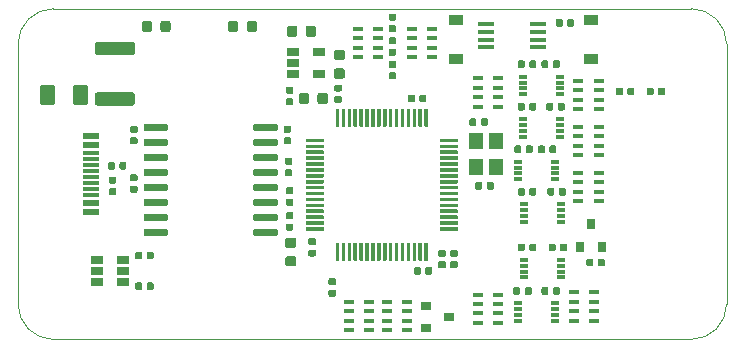
<source format=gtp>
G04 #@! TF.GenerationSoftware,KiCad,Pcbnew,5.1.5+dfsg1-2build2*
G04 #@! TF.CreationDate,2020-09-23T01:19:26+04:00*
G04 #@! TF.ProjectId,RailLink,5261696c-4c69-46e6-9b2e-6b696361645f,rev?*
G04 #@! TF.SameCoordinates,PX5f5e100PY7a12000*
G04 #@! TF.FileFunction,Paste,Top*
G04 #@! TF.FilePolarity,Positive*
%FSLAX46Y46*%
G04 Gerber Fmt 4.6, Leading zero omitted, Abs format (unit mm)*
G04 Created by KiCad (PCBNEW 5.1.5+dfsg1-2build2) date 2020-09-23 01:19:26*
%MOMM*%
%LPD*%
G04 APERTURE LIST*
%ADD10C,0.050000*%
%ADD11R,1.450000X0.450000*%
%ADD12C,0.160000*%
%ADD13R,1.200000X0.900000*%
%ADD14R,0.800000X0.300000*%
%ADD15R,1.450000X0.600000*%
%ADD16R,1.450000X0.300000*%
%ADD17R,0.900000X0.400000*%
%ADD18R,1.200000X1.400000*%
%ADD19R,1.060000X0.650000*%
%ADD20R,0.900000X0.800000*%
%ADD21R,0.800000X0.900000*%
G04 APERTURE END LIST*
D10*
X3000000Y0D02*
G75*
G02X0Y3000000I0J3000000D01*
G01*
X0Y25000000D02*
G75*
G02X3000000Y28000000I3000000J0D01*
G01*
X57000000Y28000000D02*
G75*
G02X60000000Y25000000I0J-3000000D01*
G01*
X60000000Y3000000D02*
G75*
G02X57000000Y0I-3000000J0D01*
G01*
X57000000Y28000000D02*
X3000000Y28000000D01*
X60000000Y3000000D02*
X60000000Y25000000D01*
X3000000Y0D02*
X57000000Y0D01*
X0Y25000000D02*
X0Y3000000D01*
D11*
X44000000Y26675000D03*
X44000000Y26025000D03*
X44000000Y25375000D03*
X44000000Y24725000D03*
X39600000Y24725000D03*
X39600000Y25375000D03*
X39600000Y26025000D03*
X39600000Y26675000D03*
D12*
G36*
X26786958Y4209290D02*
G01*
X26801276Y4207166D01*
X26815317Y4203649D01*
X26828946Y4198772D01*
X26842031Y4192583D01*
X26854447Y4185142D01*
X26866073Y4176519D01*
X26876798Y4166798D01*
X26886519Y4156073D01*
X26895142Y4144447D01*
X26902583Y4132031D01*
X26908772Y4118946D01*
X26913649Y4105317D01*
X26917166Y4091276D01*
X26919290Y4076958D01*
X26920000Y4062500D01*
X26920000Y3767500D01*
X26919290Y3753042D01*
X26917166Y3738724D01*
X26913649Y3724683D01*
X26908772Y3711054D01*
X26902583Y3697969D01*
X26895142Y3685553D01*
X26886519Y3673927D01*
X26876798Y3663202D01*
X26866073Y3653481D01*
X26854447Y3644858D01*
X26842031Y3637417D01*
X26828946Y3631228D01*
X26815317Y3626351D01*
X26801276Y3622834D01*
X26786958Y3620710D01*
X26772500Y3620000D01*
X26427500Y3620000D01*
X26413042Y3620710D01*
X26398724Y3622834D01*
X26384683Y3626351D01*
X26371054Y3631228D01*
X26357969Y3637417D01*
X26345553Y3644858D01*
X26333927Y3653481D01*
X26323202Y3663202D01*
X26313481Y3673927D01*
X26304858Y3685553D01*
X26297417Y3697969D01*
X26291228Y3711054D01*
X26286351Y3724683D01*
X26282834Y3738724D01*
X26280710Y3753042D01*
X26280000Y3767500D01*
X26280000Y4062500D01*
X26280710Y4076958D01*
X26282834Y4091276D01*
X26286351Y4105317D01*
X26291228Y4118946D01*
X26297417Y4132031D01*
X26304858Y4144447D01*
X26313481Y4156073D01*
X26323202Y4166798D01*
X26333927Y4176519D01*
X26345553Y4185142D01*
X26357969Y4192583D01*
X26371054Y4198772D01*
X26384683Y4203649D01*
X26398724Y4207166D01*
X26413042Y4209290D01*
X26427500Y4210000D01*
X26772500Y4210000D01*
X26786958Y4209290D01*
G37*
G36*
X26786958Y5179290D02*
G01*
X26801276Y5177166D01*
X26815317Y5173649D01*
X26828946Y5168772D01*
X26842031Y5162583D01*
X26854447Y5155142D01*
X26866073Y5146519D01*
X26876798Y5136798D01*
X26886519Y5126073D01*
X26895142Y5114447D01*
X26902583Y5102031D01*
X26908772Y5088946D01*
X26913649Y5075317D01*
X26917166Y5061276D01*
X26919290Y5046958D01*
X26920000Y5032500D01*
X26920000Y4737500D01*
X26919290Y4723042D01*
X26917166Y4708724D01*
X26913649Y4694683D01*
X26908772Y4681054D01*
X26902583Y4667969D01*
X26895142Y4655553D01*
X26886519Y4643927D01*
X26876798Y4633202D01*
X26866073Y4623481D01*
X26854447Y4614858D01*
X26842031Y4607417D01*
X26828946Y4601228D01*
X26815317Y4596351D01*
X26801276Y4592834D01*
X26786958Y4590710D01*
X26772500Y4590000D01*
X26427500Y4590000D01*
X26413042Y4590710D01*
X26398724Y4592834D01*
X26384683Y4596351D01*
X26371054Y4601228D01*
X26357969Y4607417D01*
X26345553Y4614858D01*
X26333927Y4623481D01*
X26323202Y4633202D01*
X26313481Y4643927D01*
X26304858Y4655553D01*
X26297417Y4667969D01*
X26291228Y4681054D01*
X26286351Y4694683D01*
X26282834Y4708724D01*
X26280710Y4723042D01*
X26280000Y4737500D01*
X26280000Y5032500D01*
X26280710Y5046958D01*
X26282834Y5061276D01*
X26286351Y5075317D01*
X26291228Y5088946D01*
X26297417Y5102031D01*
X26304858Y5114447D01*
X26313481Y5126073D01*
X26323202Y5136798D01*
X26333927Y5146519D01*
X26345553Y5155142D01*
X26357969Y5162583D01*
X26371054Y5168772D01*
X26384683Y5173649D01*
X26398724Y5177166D01*
X26413042Y5179290D01*
X26427500Y5180000D01*
X26772500Y5180000D01*
X26786958Y5179290D01*
G37*
D13*
X48500000Y27050000D03*
X48500000Y23750000D03*
D12*
G36*
X34632351Y8199639D02*
G01*
X34639632Y8198559D01*
X34646771Y8196771D01*
X34653701Y8194291D01*
X34660355Y8191144D01*
X34666668Y8187360D01*
X34672579Y8182976D01*
X34678033Y8178033D01*
X34682976Y8172579D01*
X34687360Y8166668D01*
X34691144Y8160355D01*
X34694291Y8153701D01*
X34696771Y8146771D01*
X34698559Y8139632D01*
X34699639Y8132351D01*
X34700000Y8125000D01*
X34700000Y6725000D01*
X34699639Y6717649D01*
X34698559Y6710368D01*
X34696771Y6703229D01*
X34694291Y6696299D01*
X34691144Y6689645D01*
X34687360Y6683332D01*
X34682976Y6677421D01*
X34678033Y6671967D01*
X34672579Y6667024D01*
X34666668Y6662640D01*
X34660355Y6658856D01*
X34653701Y6655709D01*
X34646771Y6653229D01*
X34639632Y6651441D01*
X34632351Y6650361D01*
X34625000Y6650000D01*
X34475000Y6650000D01*
X34467649Y6650361D01*
X34460368Y6651441D01*
X34453229Y6653229D01*
X34446299Y6655709D01*
X34439645Y6658856D01*
X34433332Y6662640D01*
X34427421Y6667024D01*
X34421967Y6671967D01*
X34417024Y6677421D01*
X34412640Y6683332D01*
X34408856Y6689645D01*
X34405709Y6696299D01*
X34403229Y6703229D01*
X34401441Y6710368D01*
X34400361Y6717649D01*
X34400000Y6725000D01*
X34400000Y8125000D01*
X34400361Y8132351D01*
X34401441Y8139632D01*
X34403229Y8146771D01*
X34405709Y8153701D01*
X34408856Y8160355D01*
X34412640Y8166668D01*
X34417024Y8172579D01*
X34421967Y8178033D01*
X34427421Y8182976D01*
X34433332Y8187360D01*
X34439645Y8191144D01*
X34446299Y8194291D01*
X34453229Y8196771D01*
X34460368Y8198559D01*
X34467649Y8199639D01*
X34475000Y8200000D01*
X34625000Y8200000D01*
X34632351Y8199639D01*
G37*
G36*
X34132351Y8199639D02*
G01*
X34139632Y8198559D01*
X34146771Y8196771D01*
X34153701Y8194291D01*
X34160355Y8191144D01*
X34166668Y8187360D01*
X34172579Y8182976D01*
X34178033Y8178033D01*
X34182976Y8172579D01*
X34187360Y8166668D01*
X34191144Y8160355D01*
X34194291Y8153701D01*
X34196771Y8146771D01*
X34198559Y8139632D01*
X34199639Y8132351D01*
X34200000Y8125000D01*
X34200000Y6725000D01*
X34199639Y6717649D01*
X34198559Y6710368D01*
X34196771Y6703229D01*
X34194291Y6696299D01*
X34191144Y6689645D01*
X34187360Y6683332D01*
X34182976Y6677421D01*
X34178033Y6671967D01*
X34172579Y6667024D01*
X34166668Y6662640D01*
X34160355Y6658856D01*
X34153701Y6655709D01*
X34146771Y6653229D01*
X34139632Y6651441D01*
X34132351Y6650361D01*
X34125000Y6650000D01*
X33975000Y6650000D01*
X33967649Y6650361D01*
X33960368Y6651441D01*
X33953229Y6653229D01*
X33946299Y6655709D01*
X33939645Y6658856D01*
X33933332Y6662640D01*
X33927421Y6667024D01*
X33921967Y6671967D01*
X33917024Y6677421D01*
X33912640Y6683332D01*
X33908856Y6689645D01*
X33905709Y6696299D01*
X33903229Y6703229D01*
X33901441Y6710368D01*
X33900361Y6717649D01*
X33900000Y6725000D01*
X33900000Y8125000D01*
X33900361Y8132351D01*
X33901441Y8139632D01*
X33903229Y8146771D01*
X33905709Y8153701D01*
X33908856Y8160355D01*
X33912640Y8166668D01*
X33917024Y8172579D01*
X33921967Y8178033D01*
X33927421Y8182976D01*
X33933332Y8187360D01*
X33939645Y8191144D01*
X33946299Y8194291D01*
X33953229Y8196771D01*
X33960368Y8198559D01*
X33967649Y8199639D01*
X33975000Y8200000D01*
X34125000Y8200000D01*
X34132351Y8199639D01*
G37*
G36*
X33632351Y8199639D02*
G01*
X33639632Y8198559D01*
X33646771Y8196771D01*
X33653701Y8194291D01*
X33660355Y8191144D01*
X33666668Y8187360D01*
X33672579Y8182976D01*
X33678033Y8178033D01*
X33682976Y8172579D01*
X33687360Y8166668D01*
X33691144Y8160355D01*
X33694291Y8153701D01*
X33696771Y8146771D01*
X33698559Y8139632D01*
X33699639Y8132351D01*
X33700000Y8125000D01*
X33700000Y6725000D01*
X33699639Y6717649D01*
X33698559Y6710368D01*
X33696771Y6703229D01*
X33694291Y6696299D01*
X33691144Y6689645D01*
X33687360Y6683332D01*
X33682976Y6677421D01*
X33678033Y6671967D01*
X33672579Y6667024D01*
X33666668Y6662640D01*
X33660355Y6658856D01*
X33653701Y6655709D01*
X33646771Y6653229D01*
X33639632Y6651441D01*
X33632351Y6650361D01*
X33625000Y6650000D01*
X33475000Y6650000D01*
X33467649Y6650361D01*
X33460368Y6651441D01*
X33453229Y6653229D01*
X33446299Y6655709D01*
X33439645Y6658856D01*
X33433332Y6662640D01*
X33427421Y6667024D01*
X33421967Y6671967D01*
X33417024Y6677421D01*
X33412640Y6683332D01*
X33408856Y6689645D01*
X33405709Y6696299D01*
X33403229Y6703229D01*
X33401441Y6710368D01*
X33400361Y6717649D01*
X33400000Y6725000D01*
X33400000Y8125000D01*
X33400361Y8132351D01*
X33401441Y8139632D01*
X33403229Y8146771D01*
X33405709Y8153701D01*
X33408856Y8160355D01*
X33412640Y8166668D01*
X33417024Y8172579D01*
X33421967Y8178033D01*
X33427421Y8182976D01*
X33433332Y8187360D01*
X33439645Y8191144D01*
X33446299Y8194291D01*
X33453229Y8196771D01*
X33460368Y8198559D01*
X33467649Y8199639D01*
X33475000Y8200000D01*
X33625000Y8200000D01*
X33632351Y8199639D01*
G37*
G36*
X33132351Y8199639D02*
G01*
X33139632Y8198559D01*
X33146771Y8196771D01*
X33153701Y8194291D01*
X33160355Y8191144D01*
X33166668Y8187360D01*
X33172579Y8182976D01*
X33178033Y8178033D01*
X33182976Y8172579D01*
X33187360Y8166668D01*
X33191144Y8160355D01*
X33194291Y8153701D01*
X33196771Y8146771D01*
X33198559Y8139632D01*
X33199639Y8132351D01*
X33200000Y8125000D01*
X33200000Y6725000D01*
X33199639Y6717649D01*
X33198559Y6710368D01*
X33196771Y6703229D01*
X33194291Y6696299D01*
X33191144Y6689645D01*
X33187360Y6683332D01*
X33182976Y6677421D01*
X33178033Y6671967D01*
X33172579Y6667024D01*
X33166668Y6662640D01*
X33160355Y6658856D01*
X33153701Y6655709D01*
X33146771Y6653229D01*
X33139632Y6651441D01*
X33132351Y6650361D01*
X33125000Y6650000D01*
X32975000Y6650000D01*
X32967649Y6650361D01*
X32960368Y6651441D01*
X32953229Y6653229D01*
X32946299Y6655709D01*
X32939645Y6658856D01*
X32933332Y6662640D01*
X32927421Y6667024D01*
X32921967Y6671967D01*
X32917024Y6677421D01*
X32912640Y6683332D01*
X32908856Y6689645D01*
X32905709Y6696299D01*
X32903229Y6703229D01*
X32901441Y6710368D01*
X32900361Y6717649D01*
X32900000Y6725000D01*
X32900000Y8125000D01*
X32900361Y8132351D01*
X32901441Y8139632D01*
X32903229Y8146771D01*
X32905709Y8153701D01*
X32908856Y8160355D01*
X32912640Y8166668D01*
X32917024Y8172579D01*
X32921967Y8178033D01*
X32927421Y8182976D01*
X32933332Y8187360D01*
X32939645Y8191144D01*
X32946299Y8194291D01*
X32953229Y8196771D01*
X32960368Y8198559D01*
X32967649Y8199639D01*
X32975000Y8200000D01*
X33125000Y8200000D01*
X33132351Y8199639D01*
G37*
G36*
X32632351Y8199639D02*
G01*
X32639632Y8198559D01*
X32646771Y8196771D01*
X32653701Y8194291D01*
X32660355Y8191144D01*
X32666668Y8187360D01*
X32672579Y8182976D01*
X32678033Y8178033D01*
X32682976Y8172579D01*
X32687360Y8166668D01*
X32691144Y8160355D01*
X32694291Y8153701D01*
X32696771Y8146771D01*
X32698559Y8139632D01*
X32699639Y8132351D01*
X32700000Y8125000D01*
X32700000Y6725000D01*
X32699639Y6717649D01*
X32698559Y6710368D01*
X32696771Y6703229D01*
X32694291Y6696299D01*
X32691144Y6689645D01*
X32687360Y6683332D01*
X32682976Y6677421D01*
X32678033Y6671967D01*
X32672579Y6667024D01*
X32666668Y6662640D01*
X32660355Y6658856D01*
X32653701Y6655709D01*
X32646771Y6653229D01*
X32639632Y6651441D01*
X32632351Y6650361D01*
X32625000Y6650000D01*
X32475000Y6650000D01*
X32467649Y6650361D01*
X32460368Y6651441D01*
X32453229Y6653229D01*
X32446299Y6655709D01*
X32439645Y6658856D01*
X32433332Y6662640D01*
X32427421Y6667024D01*
X32421967Y6671967D01*
X32417024Y6677421D01*
X32412640Y6683332D01*
X32408856Y6689645D01*
X32405709Y6696299D01*
X32403229Y6703229D01*
X32401441Y6710368D01*
X32400361Y6717649D01*
X32400000Y6725000D01*
X32400000Y8125000D01*
X32400361Y8132351D01*
X32401441Y8139632D01*
X32403229Y8146771D01*
X32405709Y8153701D01*
X32408856Y8160355D01*
X32412640Y8166668D01*
X32417024Y8172579D01*
X32421967Y8178033D01*
X32427421Y8182976D01*
X32433332Y8187360D01*
X32439645Y8191144D01*
X32446299Y8194291D01*
X32453229Y8196771D01*
X32460368Y8198559D01*
X32467649Y8199639D01*
X32475000Y8200000D01*
X32625000Y8200000D01*
X32632351Y8199639D01*
G37*
G36*
X32132351Y8199639D02*
G01*
X32139632Y8198559D01*
X32146771Y8196771D01*
X32153701Y8194291D01*
X32160355Y8191144D01*
X32166668Y8187360D01*
X32172579Y8182976D01*
X32178033Y8178033D01*
X32182976Y8172579D01*
X32187360Y8166668D01*
X32191144Y8160355D01*
X32194291Y8153701D01*
X32196771Y8146771D01*
X32198559Y8139632D01*
X32199639Y8132351D01*
X32200000Y8125000D01*
X32200000Y6725000D01*
X32199639Y6717649D01*
X32198559Y6710368D01*
X32196771Y6703229D01*
X32194291Y6696299D01*
X32191144Y6689645D01*
X32187360Y6683332D01*
X32182976Y6677421D01*
X32178033Y6671967D01*
X32172579Y6667024D01*
X32166668Y6662640D01*
X32160355Y6658856D01*
X32153701Y6655709D01*
X32146771Y6653229D01*
X32139632Y6651441D01*
X32132351Y6650361D01*
X32125000Y6650000D01*
X31975000Y6650000D01*
X31967649Y6650361D01*
X31960368Y6651441D01*
X31953229Y6653229D01*
X31946299Y6655709D01*
X31939645Y6658856D01*
X31933332Y6662640D01*
X31927421Y6667024D01*
X31921967Y6671967D01*
X31917024Y6677421D01*
X31912640Y6683332D01*
X31908856Y6689645D01*
X31905709Y6696299D01*
X31903229Y6703229D01*
X31901441Y6710368D01*
X31900361Y6717649D01*
X31900000Y6725000D01*
X31900000Y8125000D01*
X31900361Y8132351D01*
X31901441Y8139632D01*
X31903229Y8146771D01*
X31905709Y8153701D01*
X31908856Y8160355D01*
X31912640Y8166668D01*
X31917024Y8172579D01*
X31921967Y8178033D01*
X31927421Y8182976D01*
X31933332Y8187360D01*
X31939645Y8191144D01*
X31946299Y8194291D01*
X31953229Y8196771D01*
X31960368Y8198559D01*
X31967649Y8199639D01*
X31975000Y8200000D01*
X32125000Y8200000D01*
X32132351Y8199639D01*
G37*
G36*
X31632351Y8199639D02*
G01*
X31639632Y8198559D01*
X31646771Y8196771D01*
X31653701Y8194291D01*
X31660355Y8191144D01*
X31666668Y8187360D01*
X31672579Y8182976D01*
X31678033Y8178033D01*
X31682976Y8172579D01*
X31687360Y8166668D01*
X31691144Y8160355D01*
X31694291Y8153701D01*
X31696771Y8146771D01*
X31698559Y8139632D01*
X31699639Y8132351D01*
X31700000Y8125000D01*
X31700000Y6725000D01*
X31699639Y6717649D01*
X31698559Y6710368D01*
X31696771Y6703229D01*
X31694291Y6696299D01*
X31691144Y6689645D01*
X31687360Y6683332D01*
X31682976Y6677421D01*
X31678033Y6671967D01*
X31672579Y6667024D01*
X31666668Y6662640D01*
X31660355Y6658856D01*
X31653701Y6655709D01*
X31646771Y6653229D01*
X31639632Y6651441D01*
X31632351Y6650361D01*
X31625000Y6650000D01*
X31475000Y6650000D01*
X31467649Y6650361D01*
X31460368Y6651441D01*
X31453229Y6653229D01*
X31446299Y6655709D01*
X31439645Y6658856D01*
X31433332Y6662640D01*
X31427421Y6667024D01*
X31421967Y6671967D01*
X31417024Y6677421D01*
X31412640Y6683332D01*
X31408856Y6689645D01*
X31405709Y6696299D01*
X31403229Y6703229D01*
X31401441Y6710368D01*
X31400361Y6717649D01*
X31400000Y6725000D01*
X31400000Y8125000D01*
X31400361Y8132351D01*
X31401441Y8139632D01*
X31403229Y8146771D01*
X31405709Y8153701D01*
X31408856Y8160355D01*
X31412640Y8166668D01*
X31417024Y8172579D01*
X31421967Y8178033D01*
X31427421Y8182976D01*
X31433332Y8187360D01*
X31439645Y8191144D01*
X31446299Y8194291D01*
X31453229Y8196771D01*
X31460368Y8198559D01*
X31467649Y8199639D01*
X31475000Y8200000D01*
X31625000Y8200000D01*
X31632351Y8199639D01*
G37*
G36*
X31132351Y8199639D02*
G01*
X31139632Y8198559D01*
X31146771Y8196771D01*
X31153701Y8194291D01*
X31160355Y8191144D01*
X31166668Y8187360D01*
X31172579Y8182976D01*
X31178033Y8178033D01*
X31182976Y8172579D01*
X31187360Y8166668D01*
X31191144Y8160355D01*
X31194291Y8153701D01*
X31196771Y8146771D01*
X31198559Y8139632D01*
X31199639Y8132351D01*
X31200000Y8125000D01*
X31200000Y6725000D01*
X31199639Y6717649D01*
X31198559Y6710368D01*
X31196771Y6703229D01*
X31194291Y6696299D01*
X31191144Y6689645D01*
X31187360Y6683332D01*
X31182976Y6677421D01*
X31178033Y6671967D01*
X31172579Y6667024D01*
X31166668Y6662640D01*
X31160355Y6658856D01*
X31153701Y6655709D01*
X31146771Y6653229D01*
X31139632Y6651441D01*
X31132351Y6650361D01*
X31125000Y6650000D01*
X30975000Y6650000D01*
X30967649Y6650361D01*
X30960368Y6651441D01*
X30953229Y6653229D01*
X30946299Y6655709D01*
X30939645Y6658856D01*
X30933332Y6662640D01*
X30927421Y6667024D01*
X30921967Y6671967D01*
X30917024Y6677421D01*
X30912640Y6683332D01*
X30908856Y6689645D01*
X30905709Y6696299D01*
X30903229Y6703229D01*
X30901441Y6710368D01*
X30900361Y6717649D01*
X30900000Y6725000D01*
X30900000Y8125000D01*
X30900361Y8132351D01*
X30901441Y8139632D01*
X30903229Y8146771D01*
X30905709Y8153701D01*
X30908856Y8160355D01*
X30912640Y8166668D01*
X30917024Y8172579D01*
X30921967Y8178033D01*
X30927421Y8182976D01*
X30933332Y8187360D01*
X30939645Y8191144D01*
X30946299Y8194291D01*
X30953229Y8196771D01*
X30960368Y8198559D01*
X30967649Y8199639D01*
X30975000Y8200000D01*
X31125000Y8200000D01*
X31132351Y8199639D01*
G37*
G36*
X30632351Y8199639D02*
G01*
X30639632Y8198559D01*
X30646771Y8196771D01*
X30653701Y8194291D01*
X30660355Y8191144D01*
X30666668Y8187360D01*
X30672579Y8182976D01*
X30678033Y8178033D01*
X30682976Y8172579D01*
X30687360Y8166668D01*
X30691144Y8160355D01*
X30694291Y8153701D01*
X30696771Y8146771D01*
X30698559Y8139632D01*
X30699639Y8132351D01*
X30700000Y8125000D01*
X30700000Y6725000D01*
X30699639Y6717649D01*
X30698559Y6710368D01*
X30696771Y6703229D01*
X30694291Y6696299D01*
X30691144Y6689645D01*
X30687360Y6683332D01*
X30682976Y6677421D01*
X30678033Y6671967D01*
X30672579Y6667024D01*
X30666668Y6662640D01*
X30660355Y6658856D01*
X30653701Y6655709D01*
X30646771Y6653229D01*
X30639632Y6651441D01*
X30632351Y6650361D01*
X30625000Y6650000D01*
X30475000Y6650000D01*
X30467649Y6650361D01*
X30460368Y6651441D01*
X30453229Y6653229D01*
X30446299Y6655709D01*
X30439645Y6658856D01*
X30433332Y6662640D01*
X30427421Y6667024D01*
X30421967Y6671967D01*
X30417024Y6677421D01*
X30412640Y6683332D01*
X30408856Y6689645D01*
X30405709Y6696299D01*
X30403229Y6703229D01*
X30401441Y6710368D01*
X30400361Y6717649D01*
X30400000Y6725000D01*
X30400000Y8125000D01*
X30400361Y8132351D01*
X30401441Y8139632D01*
X30403229Y8146771D01*
X30405709Y8153701D01*
X30408856Y8160355D01*
X30412640Y8166668D01*
X30417024Y8172579D01*
X30421967Y8178033D01*
X30427421Y8182976D01*
X30433332Y8187360D01*
X30439645Y8191144D01*
X30446299Y8194291D01*
X30453229Y8196771D01*
X30460368Y8198559D01*
X30467649Y8199639D01*
X30475000Y8200000D01*
X30625000Y8200000D01*
X30632351Y8199639D01*
G37*
G36*
X30132351Y8199639D02*
G01*
X30139632Y8198559D01*
X30146771Y8196771D01*
X30153701Y8194291D01*
X30160355Y8191144D01*
X30166668Y8187360D01*
X30172579Y8182976D01*
X30178033Y8178033D01*
X30182976Y8172579D01*
X30187360Y8166668D01*
X30191144Y8160355D01*
X30194291Y8153701D01*
X30196771Y8146771D01*
X30198559Y8139632D01*
X30199639Y8132351D01*
X30200000Y8125000D01*
X30200000Y6725000D01*
X30199639Y6717649D01*
X30198559Y6710368D01*
X30196771Y6703229D01*
X30194291Y6696299D01*
X30191144Y6689645D01*
X30187360Y6683332D01*
X30182976Y6677421D01*
X30178033Y6671967D01*
X30172579Y6667024D01*
X30166668Y6662640D01*
X30160355Y6658856D01*
X30153701Y6655709D01*
X30146771Y6653229D01*
X30139632Y6651441D01*
X30132351Y6650361D01*
X30125000Y6650000D01*
X29975000Y6650000D01*
X29967649Y6650361D01*
X29960368Y6651441D01*
X29953229Y6653229D01*
X29946299Y6655709D01*
X29939645Y6658856D01*
X29933332Y6662640D01*
X29927421Y6667024D01*
X29921967Y6671967D01*
X29917024Y6677421D01*
X29912640Y6683332D01*
X29908856Y6689645D01*
X29905709Y6696299D01*
X29903229Y6703229D01*
X29901441Y6710368D01*
X29900361Y6717649D01*
X29900000Y6725000D01*
X29900000Y8125000D01*
X29900361Y8132351D01*
X29901441Y8139632D01*
X29903229Y8146771D01*
X29905709Y8153701D01*
X29908856Y8160355D01*
X29912640Y8166668D01*
X29917024Y8172579D01*
X29921967Y8178033D01*
X29927421Y8182976D01*
X29933332Y8187360D01*
X29939645Y8191144D01*
X29946299Y8194291D01*
X29953229Y8196771D01*
X29960368Y8198559D01*
X29967649Y8199639D01*
X29975000Y8200000D01*
X30125000Y8200000D01*
X30132351Y8199639D01*
G37*
G36*
X29632351Y8199639D02*
G01*
X29639632Y8198559D01*
X29646771Y8196771D01*
X29653701Y8194291D01*
X29660355Y8191144D01*
X29666668Y8187360D01*
X29672579Y8182976D01*
X29678033Y8178033D01*
X29682976Y8172579D01*
X29687360Y8166668D01*
X29691144Y8160355D01*
X29694291Y8153701D01*
X29696771Y8146771D01*
X29698559Y8139632D01*
X29699639Y8132351D01*
X29700000Y8125000D01*
X29700000Y6725000D01*
X29699639Y6717649D01*
X29698559Y6710368D01*
X29696771Y6703229D01*
X29694291Y6696299D01*
X29691144Y6689645D01*
X29687360Y6683332D01*
X29682976Y6677421D01*
X29678033Y6671967D01*
X29672579Y6667024D01*
X29666668Y6662640D01*
X29660355Y6658856D01*
X29653701Y6655709D01*
X29646771Y6653229D01*
X29639632Y6651441D01*
X29632351Y6650361D01*
X29625000Y6650000D01*
X29475000Y6650000D01*
X29467649Y6650361D01*
X29460368Y6651441D01*
X29453229Y6653229D01*
X29446299Y6655709D01*
X29439645Y6658856D01*
X29433332Y6662640D01*
X29427421Y6667024D01*
X29421967Y6671967D01*
X29417024Y6677421D01*
X29412640Y6683332D01*
X29408856Y6689645D01*
X29405709Y6696299D01*
X29403229Y6703229D01*
X29401441Y6710368D01*
X29400361Y6717649D01*
X29400000Y6725000D01*
X29400000Y8125000D01*
X29400361Y8132351D01*
X29401441Y8139632D01*
X29403229Y8146771D01*
X29405709Y8153701D01*
X29408856Y8160355D01*
X29412640Y8166668D01*
X29417024Y8172579D01*
X29421967Y8178033D01*
X29427421Y8182976D01*
X29433332Y8187360D01*
X29439645Y8191144D01*
X29446299Y8194291D01*
X29453229Y8196771D01*
X29460368Y8198559D01*
X29467649Y8199639D01*
X29475000Y8200000D01*
X29625000Y8200000D01*
X29632351Y8199639D01*
G37*
G36*
X29132351Y8199639D02*
G01*
X29139632Y8198559D01*
X29146771Y8196771D01*
X29153701Y8194291D01*
X29160355Y8191144D01*
X29166668Y8187360D01*
X29172579Y8182976D01*
X29178033Y8178033D01*
X29182976Y8172579D01*
X29187360Y8166668D01*
X29191144Y8160355D01*
X29194291Y8153701D01*
X29196771Y8146771D01*
X29198559Y8139632D01*
X29199639Y8132351D01*
X29200000Y8125000D01*
X29200000Y6725000D01*
X29199639Y6717649D01*
X29198559Y6710368D01*
X29196771Y6703229D01*
X29194291Y6696299D01*
X29191144Y6689645D01*
X29187360Y6683332D01*
X29182976Y6677421D01*
X29178033Y6671967D01*
X29172579Y6667024D01*
X29166668Y6662640D01*
X29160355Y6658856D01*
X29153701Y6655709D01*
X29146771Y6653229D01*
X29139632Y6651441D01*
X29132351Y6650361D01*
X29125000Y6650000D01*
X28975000Y6650000D01*
X28967649Y6650361D01*
X28960368Y6651441D01*
X28953229Y6653229D01*
X28946299Y6655709D01*
X28939645Y6658856D01*
X28933332Y6662640D01*
X28927421Y6667024D01*
X28921967Y6671967D01*
X28917024Y6677421D01*
X28912640Y6683332D01*
X28908856Y6689645D01*
X28905709Y6696299D01*
X28903229Y6703229D01*
X28901441Y6710368D01*
X28900361Y6717649D01*
X28900000Y6725000D01*
X28900000Y8125000D01*
X28900361Y8132351D01*
X28901441Y8139632D01*
X28903229Y8146771D01*
X28905709Y8153701D01*
X28908856Y8160355D01*
X28912640Y8166668D01*
X28917024Y8172579D01*
X28921967Y8178033D01*
X28927421Y8182976D01*
X28933332Y8187360D01*
X28939645Y8191144D01*
X28946299Y8194291D01*
X28953229Y8196771D01*
X28960368Y8198559D01*
X28967649Y8199639D01*
X28975000Y8200000D01*
X29125000Y8200000D01*
X29132351Y8199639D01*
G37*
G36*
X28632351Y8199639D02*
G01*
X28639632Y8198559D01*
X28646771Y8196771D01*
X28653701Y8194291D01*
X28660355Y8191144D01*
X28666668Y8187360D01*
X28672579Y8182976D01*
X28678033Y8178033D01*
X28682976Y8172579D01*
X28687360Y8166668D01*
X28691144Y8160355D01*
X28694291Y8153701D01*
X28696771Y8146771D01*
X28698559Y8139632D01*
X28699639Y8132351D01*
X28700000Y8125000D01*
X28700000Y6725000D01*
X28699639Y6717649D01*
X28698559Y6710368D01*
X28696771Y6703229D01*
X28694291Y6696299D01*
X28691144Y6689645D01*
X28687360Y6683332D01*
X28682976Y6677421D01*
X28678033Y6671967D01*
X28672579Y6667024D01*
X28666668Y6662640D01*
X28660355Y6658856D01*
X28653701Y6655709D01*
X28646771Y6653229D01*
X28639632Y6651441D01*
X28632351Y6650361D01*
X28625000Y6650000D01*
X28475000Y6650000D01*
X28467649Y6650361D01*
X28460368Y6651441D01*
X28453229Y6653229D01*
X28446299Y6655709D01*
X28439645Y6658856D01*
X28433332Y6662640D01*
X28427421Y6667024D01*
X28421967Y6671967D01*
X28417024Y6677421D01*
X28412640Y6683332D01*
X28408856Y6689645D01*
X28405709Y6696299D01*
X28403229Y6703229D01*
X28401441Y6710368D01*
X28400361Y6717649D01*
X28400000Y6725000D01*
X28400000Y8125000D01*
X28400361Y8132351D01*
X28401441Y8139632D01*
X28403229Y8146771D01*
X28405709Y8153701D01*
X28408856Y8160355D01*
X28412640Y8166668D01*
X28417024Y8172579D01*
X28421967Y8178033D01*
X28427421Y8182976D01*
X28433332Y8187360D01*
X28439645Y8191144D01*
X28446299Y8194291D01*
X28453229Y8196771D01*
X28460368Y8198559D01*
X28467649Y8199639D01*
X28475000Y8200000D01*
X28625000Y8200000D01*
X28632351Y8199639D01*
G37*
G36*
X28132351Y8199639D02*
G01*
X28139632Y8198559D01*
X28146771Y8196771D01*
X28153701Y8194291D01*
X28160355Y8191144D01*
X28166668Y8187360D01*
X28172579Y8182976D01*
X28178033Y8178033D01*
X28182976Y8172579D01*
X28187360Y8166668D01*
X28191144Y8160355D01*
X28194291Y8153701D01*
X28196771Y8146771D01*
X28198559Y8139632D01*
X28199639Y8132351D01*
X28200000Y8125000D01*
X28200000Y6725000D01*
X28199639Y6717649D01*
X28198559Y6710368D01*
X28196771Y6703229D01*
X28194291Y6696299D01*
X28191144Y6689645D01*
X28187360Y6683332D01*
X28182976Y6677421D01*
X28178033Y6671967D01*
X28172579Y6667024D01*
X28166668Y6662640D01*
X28160355Y6658856D01*
X28153701Y6655709D01*
X28146771Y6653229D01*
X28139632Y6651441D01*
X28132351Y6650361D01*
X28125000Y6650000D01*
X27975000Y6650000D01*
X27967649Y6650361D01*
X27960368Y6651441D01*
X27953229Y6653229D01*
X27946299Y6655709D01*
X27939645Y6658856D01*
X27933332Y6662640D01*
X27927421Y6667024D01*
X27921967Y6671967D01*
X27917024Y6677421D01*
X27912640Y6683332D01*
X27908856Y6689645D01*
X27905709Y6696299D01*
X27903229Y6703229D01*
X27901441Y6710368D01*
X27900361Y6717649D01*
X27900000Y6725000D01*
X27900000Y8125000D01*
X27900361Y8132351D01*
X27901441Y8139632D01*
X27903229Y8146771D01*
X27905709Y8153701D01*
X27908856Y8160355D01*
X27912640Y8166668D01*
X27917024Y8172579D01*
X27921967Y8178033D01*
X27927421Y8182976D01*
X27933332Y8187360D01*
X27939645Y8191144D01*
X27946299Y8194291D01*
X27953229Y8196771D01*
X27960368Y8198559D01*
X27967649Y8199639D01*
X27975000Y8200000D01*
X28125000Y8200000D01*
X28132351Y8199639D01*
G37*
G36*
X27632351Y8199639D02*
G01*
X27639632Y8198559D01*
X27646771Y8196771D01*
X27653701Y8194291D01*
X27660355Y8191144D01*
X27666668Y8187360D01*
X27672579Y8182976D01*
X27678033Y8178033D01*
X27682976Y8172579D01*
X27687360Y8166668D01*
X27691144Y8160355D01*
X27694291Y8153701D01*
X27696771Y8146771D01*
X27698559Y8139632D01*
X27699639Y8132351D01*
X27700000Y8125000D01*
X27700000Y6725000D01*
X27699639Y6717649D01*
X27698559Y6710368D01*
X27696771Y6703229D01*
X27694291Y6696299D01*
X27691144Y6689645D01*
X27687360Y6683332D01*
X27682976Y6677421D01*
X27678033Y6671967D01*
X27672579Y6667024D01*
X27666668Y6662640D01*
X27660355Y6658856D01*
X27653701Y6655709D01*
X27646771Y6653229D01*
X27639632Y6651441D01*
X27632351Y6650361D01*
X27625000Y6650000D01*
X27475000Y6650000D01*
X27467649Y6650361D01*
X27460368Y6651441D01*
X27453229Y6653229D01*
X27446299Y6655709D01*
X27439645Y6658856D01*
X27433332Y6662640D01*
X27427421Y6667024D01*
X27421967Y6671967D01*
X27417024Y6677421D01*
X27412640Y6683332D01*
X27408856Y6689645D01*
X27405709Y6696299D01*
X27403229Y6703229D01*
X27401441Y6710368D01*
X27400361Y6717649D01*
X27400000Y6725000D01*
X27400000Y8125000D01*
X27400361Y8132351D01*
X27401441Y8139632D01*
X27403229Y8146771D01*
X27405709Y8153701D01*
X27408856Y8160355D01*
X27412640Y8166668D01*
X27417024Y8172579D01*
X27421967Y8178033D01*
X27427421Y8182976D01*
X27433332Y8187360D01*
X27439645Y8191144D01*
X27446299Y8194291D01*
X27453229Y8196771D01*
X27460368Y8198559D01*
X27467649Y8199639D01*
X27475000Y8200000D01*
X27625000Y8200000D01*
X27632351Y8199639D01*
G37*
G36*
X27132351Y8199639D02*
G01*
X27139632Y8198559D01*
X27146771Y8196771D01*
X27153701Y8194291D01*
X27160355Y8191144D01*
X27166668Y8187360D01*
X27172579Y8182976D01*
X27178033Y8178033D01*
X27182976Y8172579D01*
X27187360Y8166668D01*
X27191144Y8160355D01*
X27194291Y8153701D01*
X27196771Y8146771D01*
X27198559Y8139632D01*
X27199639Y8132351D01*
X27200000Y8125000D01*
X27200000Y6725000D01*
X27199639Y6717649D01*
X27198559Y6710368D01*
X27196771Y6703229D01*
X27194291Y6696299D01*
X27191144Y6689645D01*
X27187360Y6683332D01*
X27182976Y6677421D01*
X27178033Y6671967D01*
X27172579Y6667024D01*
X27166668Y6662640D01*
X27160355Y6658856D01*
X27153701Y6655709D01*
X27146771Y6653229D01*
X27139632Y6651441D01*
X27132351Y6650361D01*
X27125000Y6650000D01*
X26975000Y6650000D01*
X26967649Y6650361D01*
X26960368Y6651441D01*
X26953229Y6653229D01*
X26946299Y6655709D01*
X26939645Y6658856D01*
X26933332Y6662640D01*
X26927421Y6667024D01*
X26921967Y6671967D01*
X26917024Y6677421D01*
X26912640Y6683332D01*
X26908856Y6689645D01*
X26905709Y6696299D01*
X26903229Y6703229D01*
X26901441Y6710368D01*
X26900361Y6717649D01*
X26900000Y6725000D01*
X26900000Y8125000D01*
X26900361Y8132351D01*
X26901441Y8139632D01*
X26903229Y8146771D01*
X26905709Y8153701D01*
X26908856Y8160355D01*
X26912640Y8166668D01*
X26917024Y8172579D01*
X26921967Y8178033D01*
X26927421Y8182976D01*
X26933332Y8187360D01*
X26939645Y8191144D01*
X26946299Y8194291D01*
X26953229Y8196771D01*
X26960368Y8198559D01*
X26967649Y8199639D01*
X26975000Y8200000D01*
X27125000Y8200000D01*
X27132351Y8199639D01*
G37*
G36*
X25832351Y9499639D02*
G01*
X25839632Y9498559D01*
X25846771Y9496771D01*
X25853701Y9494291D01*
X25860355Y9491144D01*
X25866668Y9487360D01*
X25872579Y9482976D01*
X25878033Y9478033D01*
X25882976Y9472579D01*
X25887360Y9466668D01*
X25891144Y9460355D01*
X25894291Y9453701D01*
X25896771Y9446771D01*
X25898559Y9439632D01*
X25899639Y9432351D01*
X25900000Y9425000D01*
X25900000Y9275000D01*
X25899639Y9267649D01*
X25898559Y9260368D01*
X25896771Y9253229D01*
X25894291Y9246299D01*
X25891144Y9239645D01*
X25887360Y9233332D01*
X25882976Y9227421D01*
X25878033Y9221967D01*
X25872579Y9217024D01*
X25866668Y9212640D01*
X25860355Y9208856D01*
X25853701Y9205709D01*
X25846771Y9203229D01*
X25839632Y9201441D01*
X25832351Y9200361D01*
X25825000Y9200000D01*
X24425000Y9200000D01*
X24417649Y9200361D01*
X24410368Y9201441D01*
X24403229Y9203229D01*
X24396299Y9205709D01*
X24389645Y9208856D01*
X24383332Y9212640D01*
X24377421Y9217024D01*
X24371967Y9221967D01*
X24367024Y9227421D01*
X24362640Y9233332D01*
X24358856Y9239645D01*
X24355709Y9246299D01*
X24353229Y9253229D01*
X24351441Y9260368D01*
X24350361Y9267649D01*
X24350000Y9275000D01*
X24350000Y9425000D01*
X24350361Y9432351D01*
X24351441Y9439632D01*
X24353229Y9446771D01*
X24355709Y9453701D01*
X24358856Y9460355D01*
X24362640Y9466668D01*
X24367024Y9472579D01*
X24371967Y9478033D01*
X24377421Y9482976D01*
X24383332Y9487360D01*
X24389645Y9491144D01*
X24396299Y9494291D01*
X24403229Y9496771D01*
X24410368Y9498559D01*
X24417649Y9499639D01*
X24425000Y9500000D01*
X25825000Y9500000D01*
X25832351Y9499639D01*
G37*
G36*
X25832351Y9999639D02*
G01*
X25839632Y9998559D01*
X25846771Y9996771D01*
X25853701Y9994291D01*
X25860355Y9991144D01*
X25866668Y9987360D01*
X25872579Y9982976D01*
X25878033Y9978033D01*
X25882976Y9972579D01*
X25887360Y9966668D01*
X25891144Y9960355D01*
X25894291Y9953701D01*
X25896771Y9946771D01*
X25898559Y9939632D01*
X25899639Y9932351D01*
X25900000Y9925000D01*
X25900000Y9775000D01*
X25899639Y9767649D01*
X25898559Y9760368D01*
X25896771Y9753229D01*
X25894291Y9746299D01*
X25891144Y9739645D01*
X25887360Y9733332D01*
X25882976Y9727421D01*
X25878033Y9721967D01*
X25872579Y9717024D01*
X25866668Y9712640D01*
X25860355Y9708856D01*
X25853701Y9705709D01*
X25846771Y9703229D01*
X25839632Y9701441D01*
X25832351Y9700361D01*
X25825000Y9700000D01*
X24425000Y9700000D01*
X24417649Y9700361D01*
X24410368Y9701441D01*
X24403229Y9703229D01*
X24396299Y9705709D01*
X24389645Y9708856D01*
X24383332Y9712640D01*
X24377421Y9717024D01*
X24371967Y9721967D01*
X24367024Y9727421D01*
X24362640Y9733332D01*
X24358856Y9739645D01*
X24355709Y9746299D01*
X24353229Y9753229D01*
X24351441Y9760368D01*
X24350361Y9767649D01*
X24350000Y9775000D01*
X24350000Y9925000D01*
X24350361Y9932351D01*
X24351441Y9939632D01*
X24353229Y9946771D01*
X24355709Y9953701D01*
X24358856Y9960355D01*
X24362640Y9966668D01*
X24367024Y9972579D01*
X24371967Y9978033D01*
X24377421Y9982976D01*
X24383332Y9987360D01*
X24389645Y9991144D01*
X24396299Y9994291D01*
X24403229Y9996771D01*
X24410368Y9998559D01*
X24417649Y9999639D01*
X24425000Y10000000D01*
X25825000Y10000000D01*
X25832351Y9999639D01*
G37*
G36*
X25832351Y10499639D02*
G01*
X25839632Y10498559D01*
X25846771Y10496771D01*
X25853701Y10494291D01*
X25860355Y10491144D01*
X25866668Y10487360D01*
X25872579Y10482976D01*
X25878033Y10478033D01*
X25882976Y10472579D01*
X25887360Y10466668D01*
X25891144Y10460355D01*
X25894291Y10453701D01*
X25896771Y10446771D01*
X25898559Y10439632D01*
X25899639Y10432351D01*
X25900000Y10425000D01*
X25900000Y10275000D01*
X25899639Y10267649D01*
X25898559Y10260368D01*
X25896771Y10253229D01*
X25894291Y10246299D01*
X25891144Y10239645D01*
X25887360Y10233332D01*
X25882976Y10227421D01*
X25878033Y10221967D01*
X25872579Y10217024D01*
X25866668Y10212640D01*
X25860355Y10208856D01*
X25853701Y10205709D01*
X25846771Y10203229D01*
X25839632Y10201441D01*
X25832351Y10200361D01*
X25825000Y10200000D01*
X24425000Y10200000D01*
X24417649Y10200361D01*
X24410368Y10201441D01*
X24403229Y10203229D01*
X24396299Y10205709D01*
X24389645Y10208856D01*
X24383332Y10212640D01*
X24377421Y10217024D01*
X24371967Y10221967D01*
X24367024Y10227421D01*
X24362640Y10233332D01*
X24358856Y10239645D01*
X24355709Y10246299D01*
X24353229Y10253229D01*
X24351441Y10260368D01*
X24350361Y10267649D01*
X24350000Y10275000D01*
X24350000Y10425000D01*
X24350361Y10432351D01*
X24351441Y10439632D01*
X24353229Y10446771D01*
X24355709Y10453701D01*
X24358856Y10460355D01*
X24362640Y10466668D01*
X24367024Y10472579D01*
X24371967Y10478033D01*
X24377421Y10482976D01*
X24383332Y10487360D01*
X24389645Y10491144D01*
X24396299Y10494291D01*
X24403229Y10496771D01*
X24410368Y10498559D01*
X24417649Y10499639D01*
X24425000Y10500000D01*
X25825000Y10500000D01*
X25832351Y10499639D01*
G37*
G36*
X25832351Y10999639D02*
G01*
X25839632Y10998559D01*
X25846771Y10996771D01*
X25853701Y10994291D01*
X25860355Y10991144D01*
X25866668Y10987360D01*
X25872579Y10982976D01*
X25878033Y10978033D01*
X25882976Y10972579D01*
X25887360Y10966668D01*
X25891144Y10960355D01*
X25894291Y10953701D01*
X25896771Y10946771D01*
X25898559Y10939632D01*
X25899639Y10932351D01*
X25900000Y10925000D01*
X25900000Y10775000D01*
X25899639Y10767649D01*
X25898559Y10760368D01*
X25896771Y10753229D01*
X25894291Y10746299D01*
X25891144Y10739645D01*
X25887360Y10733332D01*
X25882976Y10727421D01*
X25878033Y10721967D01*
X25872579Y10717024D01*
X25866668Y10712640D01*
X25860355Y10708856D01*
X25853701Y10705709D01*
X25846771Y10703229D01*
X25839632Y10701441D01*
X25832351Y10700361D01*
X25825000Y10700000D01*
X24425000Y10700000D01*
X24417649Y10700361D01*
X24410368Y10701441D01*
X24403229Y10703229D01*
X24396299Y10705709D01*
X24389645Y10708856D01*
X24383332Y10712640D01*
X24377421Y10717024D01*
X24371967Y10721967D01*
X24367024Y10727421D01*
X24362640Y10733332D01*
X24358856Y10739645D01*
X24355709Y10746299D01*
X24353229Y10753229D01*
X24351441Y10760368D01*
X24350361Y10767649D01*
X24350000Y10775000D01*
X24350000Y10925000D01*
X24350361Y10932351D01*
X24351441Y10939632D01*
X24353229Y10946771D01*
X24355709Y10953701D01*
X24358856Y10960355D01*
X24362640Y10966668D01*
X24367024Y10972579D01*
X24371967Y10978033D01*
X24377421Y10982976D01*
X24383332Y10987360D01*
X24389645Y10991144D01*
X24396299Y10994291D01*
X24403229Y10996771D01*
X24410368Y10998559D01*
X24417649Y10999639D01*
X24425000Y11000000D01*
X25825000Y11000000D01*
X25832351Y10999639D01*
G37*
G36*
X25832351Y11499639D02*
G01*
X25839632Y11498559D01*
X25846771Y11496771D01*
X25853701Y11494291D01*
X25860355Y11491144D01*
X25866668Y11487360D01*
X25872579Y11482976D01*
X25878033Y11478033D01*
X25882976Y11472579D01*
X25887360Y11466668D01*
X25891144Y11460355D01*
X25894291Y11453701D01*
X25896771Y11446771D01*
X25898559Y11439632D01*
X25899639Y11432351D01*
X25900000Y11425000D01*
X25900000Y11275000D01*
X25899639Y11267649D01*
X25898559Y11260368D01*
X25896771Y11253229D01*
X25894291Y11246299D01*
X25891144Y11239645D01*
X25887360Y11233332D01*
X25882976Y11227421D01*
X25878033Y11221967D01*
X25872579Y11217024D01*
X25866668Y11212640D01*
X25860355Y11208856D01*
X25853701Y11205709D01*
X25846771Y11203229D01*
X25839632Y11201441D01*
X25832351Y11200361D01*
X25825000Y11200000D01*
X24425000Y11200000D01*
X24417649Y11200361D01*
X24410368Y11201441D01*
X24403229Y11203229D01*
X24396299Y11205709D01*
X24389645Y11208856D01*
X24383332Y11212640D01*
X24377421Y11217024D01*
X24371967Y11221967D01*
X24367024Y11227421D01*
X24362640Y11233332D01*
X24358856Y11239645D01*
X24355709Y11246299D01*
X24353229Y11253229D01*
X24351441Y11260368D01*
X24350361Y11267649D01*
X24350000Y11275000D01*
X24350000Y11425000D01*
X24350361Y11432351D01*
X24351441Y11439632D01*
X24353229Y11446771D01*
X24355709Y11453701D01*
X24358856Y11460355D01*
X24362640Y11466668D01*
X24367024Y11472579D01*
X24371967Y11478033D01*
X24377421Y11482976D01*
X24383332Y11487360D01*
X24389645Y11491144D01*
X24396299Y11494291D01*
X24403229Y11496771D01*
X24410368Y11498559D01*
X24417649Y11499639D01*
X24425000Y11500000D01*
X25825000Y11500000D01*
X25832351Y11499639D01*
G37*
G36*
X25832351Y11999639D02*
G01*
X25839632Y11998559D01*
X25846771Y11996771D01*
X25853701Y11994291D01*
X25860355Y11991144D01*
X25866668Y11987360D01*
X25872579Y11982976D01*
X25878033Y11978033D01*
X25882976Y11972579D01*
X25887360Y11966668D01*
X25891144Y11960355D01*
X25894291Y11953701D01*
X25896771Y11946771D01*
X25898559Y11939632D01*
X25899639Y11932351D01*
X25900000Y11925000D01*
X25900000Y11775000D01*
X25899639Y11767649D01*
X25898559Y11760368D01*
X25896771Y11753229D01*
X25894291Y11746299D01*
X25891144Y11739645D01*
X25887360Y11733332D01*
X25882976Y11727421D01*
X25878033Y11721967D01*
X25872579Y11717024D01*
X25866668Y11712640D01*
X25860355Y11708856D01*
X25853701Y11705709D01*
X25846771Y11703229D01*
X25839632Y11701441D01*
X25832351Y11700361D01*
X25825000Y11700000D01*
X24425000Y11700000D01*
X24417649Y11700361D01*
X24410368Y11701441D01*
X24403229Y11703229D01*
X24396299Y11705709D01*
X24389645Y11708856D01*
X24383332Y11712640D01*
X24377421Y11717024D01*
X24371967Y11721967D01*
X24367024Y11727421D01*
X24362640Y11733332D01*
X24358856Y11739645D01*
X24355709Y11746299D01*
X24353229Y11753229D01*
X24351441Y11760368D01*
X24350361Y11767649D01*
X24350000Y11775000D01*
X24350000Y11925000D01*
X24350361Y11932351D01*
X24351441Y11939632D01*
X24353229Y11946771D01*
X24355709Y11953701D01*
X24358856Y11960355D01*
X24362640Y11966668D01*
X24367024Y11972579D01*
X24371967Y11978033D01*
X24377421Y11982976D01*
X24383332Y11987360D01*
X24389645Y11991144D01*
X24396299Y11994291D01*
X24403229Y11996771D01*
X24410368Y11998559D01*
X24417649Y11999639D01*
X24425000Y12000000D01*
X25825000Y12000000D01*
X25832351Y11999639D01*
G37*
G36*
X25832351Y12499639D02*
G01*
X25839632Y12498559D01*
X25846771Y12496771D01*
X25853701Y12494291D01*
X25860355Y12491144D01*
X25866668Y12487360D01*
X25872579Y12482976D01*
X25878033Y12478033D01*
X25882976Y12472579D01*
X25887360Y12466668D01*
X25891144Y12460355D01*
X25894291Y12453701D01*
X25896771Y12446771D01*
X25898559Y12439632D01*
X25899639Y12432351D01*
X25900000Y12425000D01*
X25900000Y12275000D01*
X25899639Y12267649D01*
X25898559Y12260368D01*
X25896771Y12253229D01*
X25894291Y12246299D01*
X25891144Y12239645D01*
X25887360Y12233332D01*
X25882976Y12227421D01*
X25878033Y12221967D01*
X25872579Y12217024D01*
X25866668Y12212640D01*
X25860355Y12208856D01*
X25853701Y12205709D01*
X25846771Y12203229D01*
X25839632Y12201441D01*
X25832351Y12200361D01*
X25825000Y12200000D01*
X24425000Y12200000D01*
X24417649Y12200361D01*
X24410368Y12201441D01*
X24403229Y12203229D01*
X24396299Y12205709D01*
X24389645Y12208856D01*
X24383332Y12212640D01*
X24377421Y12217024D01*
X24371967Y12221967D01*
X24367024Y12227421D01*
X24362640Y12233332D01*
X24358856Y12239645D01*
X24355709Y12246299D01*
X24353229Y12253229D01*
X24351441Y12260368D01*
X24350361Y12267649D01*
X24350000Y12275000D01*
X24350000Y12425000D01*
X24350361Y12432351D01*
X24351441Y12439632D01*
X24353229Y12446771D01*
X24355709Y12453701D01*
X24358856Y12460355D01*
X24362640Y12466668D01*
X24367024Y12472579D01*
X24371967Y12478033D01*
X24377421Y12482976D01*
X24383332Y12487360D01*
X24389645Y12491144D01*
X24396299Y12494291D01*
X24403229Y12496771D01*
X24410368Y12498559D01*
X24417649Y12499639D01*
X24425000Y12500000D01*
X25825000Y12500000D01*
X25832351Y12499639D01*
G37*
G36*
X25832351Y12999639D02*
G01*
X25839632Y12998559D01*
X25846771Y12996771D01*
X25853701Y12994291D01*
X25860355Y12991144D01*
X25866668Y12987360D01*
X25872579Y12982976D01*
X25878033Y12978033D01*
X25882976Y12972579D01*
X25887360Y12966668D01*
X25891144Y12960355D01*
X25894291Y12953701D01*
X25896771Y12946771D01*
X25898559Y12939632D01*
X25899639Y12932351D01*
X25900000Y12925000D01*
X25900000Y12775000D01*
X25899639Y12767649D01*
X25898559Y12760368D01*
X25896771Y12753229D01*
X25894291Y12746299D01*
X25891144Y12739645D01*
X25887360Y12733332D01*
X25882976Y12727421D01*
X25878033Y12721967D01*
X25872579Y12717024D01*
X25866668Y12712640D01*
X25860355Y12708856D01*
X25853701Y12705709D01*
X25846771Y12703229D01*
X25839632Y12701441D01*
X25832351Y12700361D01*
X25825000Y12700000D01*
X24425000Y12700000D01*
X24417649Y12700361D01*
X24410368Y12701441D01*
X24403229Y12703229D01*
X24396299Y12705709D01*
X24389645Y12708856D01*
X24383332Y12712640D01*
X24377421Y12717024D01*
X24371967Y12721967D01*
X24367024Y12727421D01*
X24362640Y12733332D01*
X24358856Y12739645D01*
X24355709Y12746299D01*
X24353229Y12753229D01*
X24351441Y12760368D01*
X24350361Y12767649D01*
X24350000Y12775000D01*
X24350000Y12925000D01*
X24350361Y12932351D01*
X24351441Y12939632D01*
X24353229Y12946771D01*
X24355709Y12953701D01*
X24358856Y12960355D01*
X24362640Y12966668D01*
X24367024Y12972579D01*
X24371967Y12978033D01*
X24377421Y12982976D01*
X24383332Y12987360D01*
X24389645Y12991144D01*
X24396299Y12994291D01*
X24403229Y12996771D01*
X24410368Y12998559D01*
X24417649Y12999639D01*
X24425000Y13000000D01*
X25825000Y13000000D01*
X25832351Y12999639D01*
G37*
G36*
X25832351Y13499639D02*
G01*
X25839632Y13498559D01*
X25846771Y13496771D01*
X25853701Y13494291D01*
X25860355Y13491144D01*
X25866668Y13487360D01*
X25872579Y13482976D01*
X25878033Y13478033D01*
X25882976Y13472579D01*
X25887360Y13466668D01*
X25891144Y13460355D01*
X25894291Y13453701D01*
X25896771Y13446771D01*
X25898559Y13439632D01*
X25899639Y13432351D01*
X25900000Y13425000D01*
X25900000Y13275000D01*
X25899639Y13267649D01*
X25898559Y13260368D01*
X25896771Y13253229D01*
X25894291Y13246299D01*
X25891144Y13239645D01*
X25887360Y13233332D01*
X25882976Y13227421D01*
X25878033Y13221967D01*
X25872579Y13217024D01*
X25866668Y13212640D01*
X25860355Y13208856D01*
X25853701Y13205709D01*
X25846771Y13203229D01*
X25839632Y13201441D01*
X25832351Y13200361D01*
X25825000Y13200000D01*
X24425000Y13200000D01*
X24417649Y13200361D01*
X24410368Y13201441D01*
X24403229Y13203229D01*
X24396299Y13205709D01*
X24389645Y13208856D01*
X24383332Y13212640D01*
X24377421Y13217024D01*
X24371967Y13221967D01*
X24367024Y13227421D01*
X24362640Y13233332D01*
X24358856Y13239645D01*
X24355709Y13246299D01*
X24353229Y13253229D01*
X24351441Y13260368D01*
X24350361Y13267649D01*
X24350000Y13275000D01*
X24350000Y13425000D01*
X24350361Y13432351D01*
X24351441Y13439632D01*
X24353229Y13446771D01*
X24355709Y13453701D01*
X24358856Y13460355D01*
X24362640Y13466668D01*
X24367024Y13472579D01*
X24371967Y13478033D01*
X24377421Y13482976D01*
X24383332Y13487360D01*
X24389645Y13491144D01*
X24396299Y13494291D01*
X24403229Y13496771D01*
X24410368Y13498559D01*
X24417649Y13499639D01*
X24425000Y13500000D01*
X25825000Y13500000D01*
X25832351Y13499639D01*
G37*
G36*
X25832351Y13999639D02*
G01*
X25839632Y13998559D01*
X25846771Y13996771D01*
X25853701Y13994291D01*
X25860355Y13991144D01*
X25866668Y13987360D01*
X25872579Y13982976D01*
X25878033Y13978033D01*
X25882976Y13972579D01*
X25887360Y13966668D01*
X25891144Y13960355D01*
X25894291Y13953701D01*
X25896771Y13946771D01*
X25898559Y13939632D01*
X25899639Y13932351D01*
X25900000Y13925000D01*
X25900000Y13775000D01*
X25899639Y13767649D01*
X25898559Y13760368D01*
X25896771Y13753229D01*
X25894291Y13746299D01*
X25891144Y13739645D01*
X25887360Y13733332D01*
X25882976Y13727421D01*
X25878033Y13721967D01*
X25872579Y13717024D01*
X25866668Y13712640D01*
X25860355Y13708856D01*
X25853701Y13705709D01*
X25846771Y13703229D01*
X25839632Y13701441D01*
X25832351Y13700361D01*
X25825000Y13700000D01*
X24425000Y13700000D01*
X24417649Y13700361D01*
X24410368Y13701441D01*
X24403229Y13703229D01*
X24396299Y13705709D01*
X24389645Y13708856D01*
X24383332Y13712640D01*
X24377421Y13717024D01*
X24371967Y13721967D01*
X24367024Y13727421D01*
X24362640Y13733332D01*
X24358856Y13739645D01*
X24355709Y13746299D01*
X24353229Y13753229D01*
X24351441Y13760368D01*
X24350361Y13767649D01*
X24350000Y13775000D01*
X24350000Y13925000D01*
X24350361Y13932351D01*
X24351441Y13939632D01*
X24353229Y13946771D01*
X24355709Y13953701D01*
X24358856Y13960355D01*
X24362640Y13966668D01*
X24367024Y13972579D01*
X24371967Y13978033D01*
X24377421Y13982976D01*
X24383332Y13987360D01*
X24389645Y13991144D01*
X24396299Y13994291D01*
X24403229Y13996771D01*
X24410368Y13998559D01*
X24417649Y13999639D01*
X24425000Y14000000D01*
X25825000Y14000000D01*
X25832351Y13999639D01*
G37*
G36*
X25832351Y14499639D02*
G01*
X25839632Y14498559D01*
X25846771Y14496771D01*
X25853701Y14494291D01*
X25860355Y14491144D01*
X25866668Y14487360D01*
X25872579Y14482976D01*
X25878033Y14478033D01*
X25882976Y14472579D01*
X25887360Y14466668D01*
X25891144Y14460355D01*
X25894291Y14453701D01*
X25896771Y14446771D01*
X25898559Y14439632D01*
X25899639Y14432351D01*
X25900000Y14425000D01*
X25900000Y14275000D01*
X25899639Y14267649D01*
X25898559Y14260368D01*
X25896771Y14253229D01*
X25894291Y14246299D01*
X25891144Y14239645D01*
X25887360Y14233332D01*
X25882976Y14227421D01*
X25878033Y14221967D01*
X25872579Y14217024D01*
X25866668Y14212640D01*
X25860355Y14208856D01*
X25853701Y14205709D01*
X25846771Y14203229D01*
X25839632Y14201441D01*
X25832351Y14200361D01*
X25825000Y14200000D01*
X24425000Y14200000D01*
X24417649Y14200361D01*
X24410368Y14201441D01*
X24403229Y14203229D01*
X24396299Y14205709D01*
X24389645Y14208856D01*
X24383332Y14212640D01*
X24377421Y14217024D01*
X24371967Y14221967D01*
X24367024Y14227421D01*
X24362640Y14233332D01*
X24358856Y14239645D01*
X24355709Y14246299D01*
X24353229Y14253229D01*
X24351441Y14260368D01*
X24350361Y14267649D01*
X24350000Y14275000D01*
X24350000Y14425000D01*
X24350361Y14432351D01*
X24351441Y14439632D01*
X24353229Y14446771D01*
X24355709Y14453701D01*
X24358856Y14460355D01*
X24362640Y14466668D01*
X24367024Y14472579D01*
X24371967Y14478033D01*
X24377421Y14482976D01*
X24383332Y14487360D01*
X24389645Y14491144D01*
X24396299Y14494291D01*
X24403229Y14496771D01*
X24410368Y14498559D01*
X24417649Y14499639D01*
X24425000Y14500000D01*
X25825000Y14500000D01*
X25832351Y14499639D01*
G37*
G36*
X25832351Y14999639D02*
G01*
X25839632Y14998559D01*
X25846771Y14996771D01*
X25853701Y14994291D01*
X25860355Y14991144D01*
X25866668Y14987360D01*
X25872579Y14982976D01*
X25878033Y14978033D01*
X25882976Y14972579D01*
X25887360Y14966668D01*
X25891144Y14960355D01*
X25894291Y14953701D01*
X25896771Y14946771D01*
X25898559Y14939632D01*
X25899639Y14932351D01*
X25900000Y14925000D01*
X25900000Y14775000D01*
X25899639Y14767649D01*
X25898559Y14760368D01*
X25896771Y14753229D01*
X25894291Y14746299D01*
X25891144Y14739645D01*
X25887360Y14733332D01*
X25882976Y14727421D01*
X25878033Y14721967D01*
X25872579Y14717024D01*
X25866668Y14712640D01*
X25860355Y14708856D01*
X25853701Y14705709D01*
X25846771Y14703229D01*
X25839632Y14701441D01*
X25832351Y14700361D01*
X25825000Y14700000D01*
X24425000Y14700000D01*
X24417649Y14700361D01*
X24410368Y14701441D01*
X24403229Y14703229D01*
X24396299Y14705709D01*
X24389645Y14708856D01*
X24383332Y14712640D01*
X24377421Y14717024D01*
X24371967Y14721967D01*
X24367024Y14727421D01*
X24362640Y14733332D01*
X24358856Y14739645D01*
X24355709Y14746299D01*
X24353229Y14753229D01*
X24351441Y14760368D01*
X24350361Y14767649D01*
X24350000Y14775000D01*
X24350000Y14925000D01*
X24350361Y14932351D01*
X24351441Y14939632D01*
X24353229Y14946771D01*
X24355709Y14953701D01*
X24358856Y14960355D01*
X24362640Y14966668D01*
X24367024Y14972579D01*
X24371967Y14978033D01*
X24377421Y14982976D01*
X24383332Y14987360D01*
X24389645Y14991144D01*
X24396299Y14994291D01*
X24403229Y14996771D01*
X24410368Y14998559D01*
X24417649Y14999639D01*
X24425000Y15000000D01*
X25825000Y15000000D01*
X25832351Y14999639D01*
G37*
G36*
X25832351Y15499639D02*
G01*
X25839632Y15498559D01*
X25846771Y15496771D01*
X25853701Y15494291D01*
X25860355Y15491144D01*
X25866668Y15487360D01*
X25872579Y15482976D01*
X25878033Y15478033D01*
X25882976Y15472579D01*
X25887360Y15466668D01*
X25891144Y15460355D01*
X25894291Y15453701D01*
X25896771Y15446771D01*
X25898559Y15439632D01*
X25899639Y15432351D01*
X25900000Y15425000D01*
X25900000Y15275000D01*
X25899639Y15267649D01*
X25898559Y15260368D01*
X25896771Y15253229D01*
X25894291Y15246299D01*
X25891144Y15239645D01*
X25887360Y15233332D01*
X25882976Y15227421D01*
X25878033Y15221967D01*
X25872579Y15217024D01*
X25866668Y15212640D01*
X25860355Y15208856D01*
X25853701Y15205709D01*
X25846771Y15203229D01*
X25839632Y15201441D01*
X25832351Y15200361D01*
X25825000Y15200000D01*
X24425000Y15200000D01*
X24417649Y15200361D01*
X24410368Y15201441D01*
X24403229Y15203229D01*
X24396299Y15205709D01*
X24389645Y15208856D01*
X24383332Y15212640D01*
X24377421Y15217024D01*
X24371967Y15221967D01*
X24367024Y15227421D01*
X24362640Y15233332D01*
X24358856Y15239645D01*
X24355709Y15246299D01*
X24353229Y15253229D01*
X24351441Y15260368D01*
X24350361Y15267649D01*
X24350000Y15275000D01*
X24350000Y15425000D01*
X24350361Y15432351D01*
X24351441Y15439632D01*
X24353229Y15446771D01*
X24355709Y15453701D01*
X24358856Y15460355D01*
X24362640Y15466668D01*
X24367024Y15472579D01*
X24371967Y15478033D01*
X24377421Y15482976D01*
X24383332Y15487360D01*
X24389645Y15491144D01*
X24396299Y15494291D01*
X24403229Y15496771D01*
X24410368Y15498559D01*
X24417649Y15499639D01*
X24425000Y15500000D01*
X25825000Y15500000D01*
X25832351Y15499639D01*
G37*
G36*
X25832351Y15999639D02*
G01*
X25839632Y15998559D01*
X25846771Y15996771D01*
X25853701Y15994291D01*
X25860355Y15991144D01*
X25866668Y15987360D01*
X25872579Y15982976D01*
X25878033Y15978033D01*
X25882976Y15972579D01*
X25887360Y15966668D01*
X25891144Y15960355D01*
X25894291Y15953701D01*
X25896771Y15946771D01*
X25898559Y15939632D01*
X25899639Y15932351D01*
X25900000Y15925000D01*
X25900000Y15775000D01*
X25899639Y15767649D01*
X25898559Y15760368D01*
X25896771Y15753229D01*
X25894291Y15746299D01*
X25891144Y15739645D01*
X25887360Y15733332D01*
X25882976Y15727421D01*
X25878033Y15721967D01*
X25872579Y15717024D01*
X25866668Y15712640D01*
X25860355Y15708856D01*
X25853701Y15705709D01*
X25846771Y15703229D01*
X25839632Y15701441D01*
X25832351Y15700361D01*
X25825000Y15700000D01*
X24425000Y15700000D01*
X24417649Y15700361D01*
X24410368Y15701441D01*
X24403229Y15703229D01*
X24396299Y15705709D01*
X24389645Y15708856D01*
X24383332Y15712640D01*
X24377421Y15717024D01*
X24371967Y15721967D01*
X24367024Y15727421D01*
X24362640Y15733332D01*
X24358856Y15739645D01*
X24355709Y15746299D01*
X24353229Y15753229D01*
X24351441Y15760368D01*
X24350361Y15767649D01*
X24350000Y15775000D01*
X24350000Y15925000D01*
X24350361Y15932351D01*
X24351441Y15939632D01*
X24353229Y15946771D01*
X24355709Y15953701D01*
X24358856Y15960355D01*
X24362640Y15966668D01*
X24367024Y15972579D01*
X24371967Y15978033D01*
X24377421Y15982976D01*
X24383332Y15987360D01*
X24389645Y15991144D01*
X24396299Y15994291D01*
X24403229Y15996771D01*
X24410368Y15998559D01*
X24417649Y15999639D01*
X24425000Y16000000D01*
X25825000Y16000000D01*
X25832351Y15999639D01*
G37*
G36*
X25832351Y16499639D02*
G01*
X25839632Y16498559D01*
X25846771Y16496771D01*
X25853701Y16494291D01*
X25860355Y16491144D01*
X25866668Y16487360D01*
X25872579Y16482976D01*
X25878033Y16478033D01*
X25882976Y16472579D01*
X25887360Y16466668D01*
X25891144Y16460355D01*
X25894291Y16453701D01*
X25896771Y16446771D01*
X25898559Y16439632D01*
X25899639Y16432351D01*
X25900000Y16425000D01*
X25900000Y16275000D01*
X25899639Y16267649D01*
X25898559Y16260368D01*
X25896771Y16253229D01*
X25894291Y16246299D01*
X25891144Y16239645D01*
X25887360Y16233332D01*
X25882976Y16227421D01*
X25878033Y16221967D01*
X25872579Y16217024D01*
X25866668Y16212640D01*
X25860355Y16208856D01*
X25853701Y16205709D01*
X25846771Y16203229D01*
X25839632Y16201441D01*
X25832351Y16200361D01*
X25825000Y16200000D01*
X24425000Y16200000D01*
X24417649Y16200361D01*
X24410368Y16201441D01*
X24403229Y16203229D01*
X24396299Y16205709D01*
X24389645Y16208856D01*
X24383332Y16212640D01*
X24377421Y16217024D01*
X24371967Y16221967D01*
X24367024Y16227421D01*
X24362640Y16233332D01*
X24358856Y16239645D01*
X24355709Y16246299D01*
X24353229Y16253229D01*
X24351441Y16260368D01*
X24350361Y16267649D01*
X24350000Y16275000D01*
X24350000Y16425000D01*
X24350361Y16432351D01*
X24351441Y16439632D01*
X24353229Y16446771D01*
X24355709Y16453701D01*
X24358856Y16460355D01*
X24362640Y16466668D01*
X24367024Y16472579D01*
X24371967Y16478033D01*
X24377421Y16482976D01*
X24383332Y16487360D01*
X24389645Y16491144D01*
X24396299Y16494291D01*
X24403229Y16496771D01*
X24410368Y16498559D01*
X24417649Y16499639D01*
X24425000Y16500000D01*
X25825000Y16500000D01*
X25832351Y16499639D01*
G37*
G36*
X25832351Y16999639D02*
G01*
X25839632Y16998559D01*
X25846771Y16996771D01*
X25853701Y16994291D01*
X25860355Y16991144D01*
X25866668Y16987360D01*
X25872579Y16982976D01*
X25878033Y16978033D01*
X25882976Y16972579D01*
X25887360Y16966668D01*
X25891144Y16960355D01*
X25894291Y16953701D01*
X25896771Y16946771D01*
X25898559Y16939632D01*
X25899639Y16932351D01*
X25900000Y16925000D01*
X25900000Y16775000D01*
X25899639Y16767649D01*
X25898559Y16760368D01*
X25896771Y16753229D01*
X25894291Y16746299D01*
X25891144Y16739645D01*
X25887360Y16733332D01*
X25882976Y16727421D01*
X25878033Y16721967D01*
X25872579Y16717024D01*
X25866668Y16712640D01*
X25860355Y16708856D01*
X25853701Y16705709D01*
X25846771Y16703229D01*
X25839632Y16701441D01*
X25832351Y16700361D01*
X25825000Y16700000D01*
X24425000Y16700000D01*
X24417649Y16700361D01*
X24410368Y16701441D01*
X24403229Y16703229D01*
X24396299Y16705709D01*
X24389645Y16708856D01*
X24383332Y16712640D01*
X24377421Y16717024D01*
X24371967Y16721967D01*
X24367024Y16727421D01*
X24362640Y16733332D01*
X24358856Y16739645D01*
X24355709Y16746299D01*
X24353229Y16753229D01*
X24351441Y16760368D01*
X24350361Y16767649D01*
X24350000Y16775000D01*
X24350000Y16925000D01*
X24350361Y16932351D01*
X24351441Y16939632D01*
X24353229Y16946771D01*
X24355709Y16953701D01*
X24358856Y16960355D01*
X24362640Y16966668D01*
X24367024Y16972579D01*
X24371967Y16978033D01*
X24377421Y16982976D01*
X24383332Y16987360D01*
X24389645Y16991144D01*
X24396299Y16994291D01*
X24403229Y16996771D01*
X24410368Y16998559D01*
X24417649Y16999639D01*
X24425000Y17000000D01*
X25825000Y17000000D01*
X25832351Y16999639D01*
G37*
G36*
X27132351Y19549639D02*
G01*
X27139632Y19548559D01*
X27146771Y19546771D01*
X27153701Y19544291D01*
X27160355Y19541144D01*
X27166668Y19537360D01*
X27172579Y19532976D01*
X27178033Y19528033D01*
X27182976Y19522579D01*
X27187360Y19516668D01*
X27191144Y19510355D01*
X27194291Y19503701D01*
X27196771Y19496771D01*
X27198559Y19489632D01*
X27199639Y19482351D01*
X27200000Y19475000D01*
X27200000Y18075000D01*
X27199639Y18067649D01*
X27198559Y18060368D01*
X27196771Y18053229D01*
X27194291Y18046299D01*
X27191144Y18039645D01*
X27187360Y18033332D01*
X27182976Y18027421D01*
X27178033Y18021967D01*
X27172579Y18017024D01*
X27166668Y18012640D01*
X27160355Y18008856D01*
X27153701Y18005709D01*
X27146771Y18003229D01*
X27139632Y18001441D01*
X27132351Y18000361D01*
X27125000Y18000000D01*
X26975000Y18000000D01*
X26967649Y18000361D01*
X26960368Y18001441D01*
X26953229Y18003229D01*
X26946299Y18005709D01*
X26939645Y18008856D01*
X26933332Y18012640D01*
X26927421Y18017024D01*
X26921967Y18021967D01*
X26917024Y18027421D01*
X26912640Y18033332D01*
X26908856Y18039645D01*
X26905709Y18046299D01*
X26903229Y18053229D01*
X26901441Y18060368D01*
X26900361Y18067649D01*
X26900000Y18075000D01*
X26900000Y19475000D01*
X26900361Y19482351D01*
X26901441Y19489632D01*
X26903229Y19496771D01*
X26905709Y19503701D01*
X26908856Y19510355D01*
X26912640Y19516668D01*
X26917024Y19522579D01*
X26921967Y19528033D01*
X26927421Y19532976D01*
X26933332Y19537360D01*
X26939645Y19541144D01*
X26946299Y19544291D01*
X26953229Y19546771D01*
X26960368Y19548559D01*
X26967649Y19549639D01*
X26975000Y19550000D01*
X27125000Y19550000D01*
X27132351Y19549639D01*
G37*
G36*
X27632351Y19549639D02*
G01*
X27639632Y19548559D01*
X27646771Y19546771D01*
X27653701Y19544291D01*
X27660355Y19541144D01*
X27666668Y19537360D01*
X27672579Y19532976D01*
X27678033Y19528033D01*
X27682976Y19522579D01*
X27687360Y19516668D01*
X27691144Y19510355D01*
X27694291Y19503701D01*
X27696771Y19496771D01*
X27698559Y19489632D01*
X27699639Y19482351D01*
X27700000Y19475000D01*
X27700000Y18075000D01*
X27699639Y18067649D01*
X27698559Y18060368D01*
X27696771Y18053229D01*
X27694291Y18046299D01*
X27691144Y18039645D01*
X27687360Y18033332D01*
X27682976Y18027421D01*
X27678033Y18021967D01*
X27672579Y18017024D01*
X27666668Y18012640D01*
X27660355Y18008856D01*
X27653701Y18005709D01*
X27646771Y18003229D01*
X27639632Y18001441D01*
X27632351Y18000361D01*
X27625000Y18000000D01*
X27475000Y18000000D01*
X27467649Y18000361D01*
X27460368Y18001441D01*
X27453229Y18003229D01*
X27446299Y18005709D01*
X27439645Y18008856D01*
X27433332Y18012640D01*
X27427421Y18017024D01*
X27421967Y18021967D01*
X27417024Y18027421D01*
X27412640Y18033332D01*
X27408856Y18039645D01*
X27405709Y18046299D01*
X27403229Y18053229D01*
X27401441Y18060368D01*
X27400361Y18067649D01*
X27400000Y18075000D01*
X27400000Y19475000D01*
X27400361Y19482351D01*
X27401441Y19489632D01*
X27403229Y19496771D01*
X27405709Y19503701D01*
X27408856Y19510355D01*
X27412640Y19516668D01*
X27417024Y19522579D01*
X27421967Y19528033D01*
X27427421Y19532976D01*
X27433332Y19537360D01*
X27439645Y19541144D01*
X27446299Y19544291D01*
X27453229Y19546771D01*
X27460368Y19548559D01*
X27467649Y19549639D01*
X27475000Y19550000D01*
X27625000Y19550000D01*
X27632351Y19549639D01*
G37*
G36*
X28132351Y19549639D02*
G01*
X28139632Y19548559D01*
X28146771Y19546771D01*
X28153701Y19544291D01*
X28160355Y19541144D01*
X28166668Y19537360D01*
X28172579Y19532976D01*
X28178033Y19528033D01*
X28182976Y19522579D01*
X28187360Y19516668D01*
X28191144Y19510355D01*
X28194291Y19503701D01*
X28196771Y19496771D01*
X28198559Y19489632D01*
X28199639Y19482351D01*
X28200000Y19475000D01*
X28200000Y18075000D01*
X28199639Y18067649D01*
X28198559Y18060368D01*
X28196771Y18053229D01*
X28194291Y18046299D01*
X28191144Y18039645D01*
X28187360Y18033332D01*
X28182976Y18027421D01*
X28178033Y18021967D01*
X28172579Y18017024D01*
X28166668Y18012640D01*
X28160355Y18008856D01*
X28153701Y18005709D01*
X28146771Y18003229D01*
X28139632Y18001441D01*
X28132351Y18000361D01*
X28125000Y18000000D01*
X27975000Y18000000D01*
X27967649Y18000361D01*
X27960368Y18001441D01*
X27953229Y18003229D01*
X27946299Y18005709D01*
X27939645Y18008856D01*
X27933332Y18012640D01*
X27927421Y18017024D01*
X27921967Y18021967D01*
X27917024Y18027421D01*
X27912640Y18033332D01*
X27908856Y18039645D01*
X27905709Y18046299D01*
X27903229Y18053229D01*
X27901441Y18060368D01*
X27900361Y18067649D01*
X27900000Y18075000D01*
X27900000Y19475000D01*
X27900361Y19482351D01*
X27901441Y19489632D01*
X27903229Y19496771D01*
X27905709Y19503701D01*
X27908856Y19510355D01*
X27912640Y19516668D01*
X27917024Y19522579D01*
X27921967Y19528033D01*
X27927421Y19532976D01*
X27933332Y19537360D01*
X27939645Y19541144D01*
X27946299Y19544291D01*
X27953229Y19546771D01*
X27960368Y19548559D01*
X27967649Y19549639D01*
X27975000Y19550000D01*
X28125000Y19550000D01*
X28132351Y19549639D01*
G37*
G36*
X28632351Y19549639D02*
G01*
X28639632Y19548559D01*
X28646771Y19546771D01*
X28653701Y19544291D01*
X28660355Y19541144D01*
X28666668Y19537360D01*
X28672579Y19532976D01*
X28678033Y19528033D01*
X28682976Y19522579D01*
X28687360Y19516668D01*
X28691144Y19510355D01*
X28694291Y19503701D01*
X28696771Y19496771D01*
X28698559Y19489632D01*
X28699639Y19482351D01*
X28700000Y19475000D01*
X28700000Y18075000D01*
X28699639Y18067649D01*
X28698559Y18060368D01*
X28696771Y18053229D01*
X28694291Y18046299D01*
X28691144Y18039645D01*
X28687360Y18033332D01*
X28682976Y18027421D01*
X28678033Y18021967D01*
X28672579Y18017024D01*
X28666668Y18012640D01*
X28660355Y18008856D01*
X28653701Y18005709D01*
X28646771Y18003229D01*
X28639632Y18001441D01*
X28632351Y18000361D01*
X28625000Y18000000D01*
X28475000Y18000000D01*
X28467649Y18000361D01*
X28460368Y18001441D01*
X28453229Y18003229D01*
X28446299Y18005709D01*
X28439645Y18008856D01*
X28433332Y18012640D01*
X28427421Y18017024D01*
X28421967Y18021967D01*
X28417024Y18027421D01*
X28412640Y18033332D01*
X28408856Y18039645D01*
X28405709Y18046299D01*
X28403229Y18053229D01*
X28401441Y18060368D01*
X28400361Y18067649D01*
X28400000Y18075000D01*
X28400000Y19475000D01*
X28400361Y19482351D01*
X28401441Y19489632D01*
X28403229Y19496771D01*
X28405709Y19503701D01*
X28408856Y19510355D01*
X28412640Y19516668D01*
X28417024Y19522579D01*
X28421967Y19528033D01*
X28427421Y19532976D01*
X28433332Y19537360D01*
X28439645Y19541144D01*
X28446299Y19544291D01*
X28453229Y19546771D01*
X28460368Y19548559D01*
X28467649Y19549639D01*
X28475000Y19550000D01*
X28625000Y19550000D01*
X28632351Y19549639D01*
G37*
G36*
X29132351Y19549639D02*
G01*
X29139632Y19548559D01*
X29146771Y19546771D01*
X29153701Y19544291D01*
X29160355Y19541144D01*
X29166668Y19537360D01*
X29172579Y19532976D01*
X29178033Y19528033D01*
X29182976Y19522579D01*
X29187360Y19516668D01*
X29191144Y19510355D01*
X29194291Y19503701D01*
X29196771Y19496771D01*
X29198559Y19489632D01*
X29199639Y19482351D01*
X29200000Y19475000D01*
X29200000Y18075000D01*
X29199639Y18067649D01*
X29198559Y18060368D01*
X29196771Y18053229D01*
X29194291Y18046299D01*
X29191144Y18039645D01*
X29187360Y18033332D01*
X29182976Y18027421D01*
X29178033Y18021967D01*
X29172579Y18017024D01*
X29166668Y18012640D01*
X29160355Y18008856D01*
X29153701Y18005709D01*
X29146771Y18003229D01*
X29139632Y18001441D01*
X29132351Y18000361D01*
X29125000Y18000000D01*
X28975000Y18000000D01*
X28967649Y18000361D01*
X28960368Y18001441D01*
X28953229Y18003229D01*
X28946299Y18005709D01*
X28939645Y18008856D01*
X28933332Y18012640D01*
X28927421Y18017024D01*
X28921967Y18021967D01*
X28917024Y18027421D01*
X28912640Y18033332D01*
X28908856Y18039645D01*
X28905709Y18046299D01*
X28903229Y18053229D01*
X28901441Y18060368D01*
X28900361Y18067649D01*
X28900000Y18075000D01*
X28900000Y19475000D01*
X28900361Y19482351D01*
X28901441Y19489632D01*
X28903229Y19496771D01*
X28905709Y19503701D01*
X28908856Y19510355D01*
X28912640Y19516668D01*
X28917024Y19522579D01*
X28921967Y19528033D01*
X28927421Y19532976D01*
X28933332Y19537360D01*
X28939645Y19541144D01*
X28946299Y19544291D01*
X28953229Y19546771D01*
X28960368Y19548559D01*
X28967649Y19549639D01*
X28975000Y19550000D01*
X29125000Y19550000D01*
X29132351Y19549639D01*
G37*
G36*
X29632351Y19549639D02*
G01*
X29639632Y19548559D01*
X29646771Y19546771D01*
X29653701Y19544291D01*
X29660355Y19541144D01*
X29666668Y19537360D01*
X29672579Y19532976D01*
X29678033Y19528033D01*
X29682976Y19522579D01*
X29687360Y19516668D01*
X29691144Y19510355D01*
X29694291Y19503701D01*
X29696771Y19496771D01*
X29698559Y19489632D01*
X29699639Y19482351D01*
X29700000Y19475000D01*
X29700000Y18075000D01*
X29699639Y18067649D01*
X29698559Y18060368D01*
X29696771Y18053229D01*
X29694291Y18046299D01*
X29691144Y18039645D01*
X29687360Y18033332D01*
X29682976Y18027421D01*
X29678033Y18021967D01*
X29672579Y18017024D01*
X29666668Y18012640D01*
X29660355Y18008856D01*
X29653701Y18005709D01*
X29646771Y18003229D01*
X29639632Y18001441D01*
X29632351Y18000361D01*
X29625000Y18000000D01*
X29475000Y18000000D01*
X29467649Y18000361D01*
X29460368Y18001441D01*
X29453229Y18003229D01*
X29446299Y18005709D01*
X29439645Y18008856D01*
X29433332Y18012640D01*
X29427421Y18017024D01*
X29421967Y18021967D01*
X29417024Y18027421D01*
X29412640Y18033332D01*
X29408856Y18039645D01*
X29405709Y18046299D01*
X29403229Y18053229D01*
X29401441Y18060368D01*
X29400361Y18067649D01*
X29400000Y18075000D01*
X29400000Y19475000D01*
X29400361Y19482351D01*
X29401441Y19489632D01*
X29403229Y19496771D01*
X29405709Y19503701D01*
X29408856Y19510355D01*
X29412640Y19516668D01*
X29417024Y19522579D01*
X29421967Y19528033D01*
X29427421Y19532976D01*
X29433332Y19537360D01*
X29439645Y19541144D01*
X29446299Y19544291D01*
X29453229Y19546771D01*
X29460368Y19548559D01*
X29467649Y19549639D01*
X29475000Y19550000D01*
X29625000Y19550000D01*
X29632351Y19549639D01*
G37*
G36*
X30132351Y19549639D02*
G01*
X30139632Y19548559D01*
X30146771Y19546771D01*
X30153701Y19544291D01*
X30160355Y19541144D01*
X30166668Y19537360D01*
X30172579Y19532976D01*
X30178033Y19528033D01*
X30182976Y19522579D01*
X30187360Y19516668D01*
X30191144Y19510355D01*
X30194291Y19503701D01*
X30196771Y19496771D01*
X30198559Y19489632D01*
X30199639Y19482351D01*
X30200000Y19475000D01*
X30200000Y18075000D01*
X30199639Y18067649D01*
X30198559Y18060368D01*
X30196771Y18053229D01*
X30194291Y18046299D01*
X30191144Y18039645D01*
X30187360Y18033332D01*
X30182976Y18027421D01*
X30178033Y18021967D01*
X30172579Y18017024D01*
X30166668Y18012640D01*
X30160355Y18008856D01*
X30153701Y18005709D01*
X30146771Y18003229D01*
X30139632Y18001441D01*
X30132351Y18000361D01*
X30125000Y18000000D01*
X29975000Y18000000D01*
X29967649Y18000361D01*
X29960368Y18001441D01*
X29953229Y18003229D01*
X29946299Y18005709D01*
X29939645Y18008856D01*
X29933332Y18012640D01*
X29927421Y18017024D01*
X29921967Y18021967D01*
X29917024Y18027421D01*
X29912640Y18033332D01*
X29908856Y18039645D01*
X29905709Y18046299D01*
X29903229Y18053229D01*
X29901441Y18060368D01*
X29900361Y18067649D01*
X29900000Y18075000D01*
X29900000Y19475000D01*
X29900361Y19482351D01*
X29901441Y19489632D01*
X29903229Y19496771D01*
X29905709Y19503701D01*
X29908856Y19510355D01*
X29912640Y19516668D01*
X29917024Y19522579D01*
X29921967Y19528033D01*
X29927421Y19532976D01*
X29933332Y19537360D01*
X29939645Y19541144D01*
X29946299Y19544291D01*
X29953229Y19546771D01*
X29960368Y19548559D01*
X29967649Y19549639D01*
X29975000Y19550000D01*
X30125000Y19550000D01*
X30132351Y19549639D01*
G37*
G36*
X30632351Y19549639D02*
G01*
X30639632Y19548559D01*
X30646771Y19546771D01*
X30653701Y19544291D01*
X30660355Y19541144D01*
X30666668Y19537360D01*
X30672579Y19532976D01*
X30678033Y19528033D01*
X30682976Y19522579D01*
X30687360Y19516668D01*
X30691144Y19510355D01*
X30694291Y19503701D01*
X30696771Y19496771D01*
X30698559Y19489632D01*
X30699639Y19482351D01*
X30700000Y19475000D01*
X30700000Y18075000D01*
X30699639Y18067649D01*
X30698559Y18060368D01*
X30696771Y18053229D01*
X30694291Y18046299D01*
X30691144Y18039645D01*
X30687360Y18033332D01*
X30682976Y18027421D01*
X30678033Y18021967D01*
X30672579Y18017024D01*
X30666668Y18012640D01*
X30660355Y18008856D01*
X30653701Y18005709D01*
X30646771Y18003229D01*
X30639632Y18001441D01*
X30632351Y18000361D01*
X30625000Y18000000D01*
X30475000Y18000000D01*
X30467649Y18000361D01*
X30460368Y18001441D01*
X30453229Y18003229D01*
X30446299Y18005709D01*
X30439645Y18008856D01*
X30433332Y18012640D01*
X30427421Y18017024D01*
X30421967Y18021967D01*
X30417024Y18027421D01*
X30412640Y18033332D01*
X30408856Y18039645D01*
X30405709Y18046299D01*
X30403229Y18053229D01*
X30401441Y18060368D01*
X30400361Y18067649D01*
X30400000Y18075000D01*
X30400000Y19475000D01*
X30400361Y19482351D01*
X30401441Y19489632D01*
X30403229Y19496771D01*
X30405709Y19503701D01*
X30408856Y19510355D01*
X30412640Y19516668D01*
X30417024Y19522579D01*
X30421967Y19528033D01*
X30427421Y19532976D01*
X30433332Y19537360D01*
X30439645Y19541144D01*
X30446299Y19544291D01*
X30453229Y19546771D01*
X30460368Y19548559D01*
X30467649Y19549639D01*
X30475000Y19550000D01*
X30625000Y19550000D01*
X30632351Y19549639D01*
G37*
G36*
X31132351Y19549639D02*
G01*
X31139632Y19548559D01*
X31146771Y19546771D01*
X31153701Y19544291D01*
X31160355Y19541144D01*
X31166668Y19537360D01*
X31172579Y19532976D01*
X31178033Y19528033D01*
X31182976Y19522579D01*
X31187360Y19516668D01*
X31191144Y19510355D01*
X31194291Y19503701D01*
X31196771Y19496771D01*
X31198559Y19489632D01*
X31199639Y19482351D01*
X31200000Y19475000D01*
X31200000Y18075000D01*
X31199639Y18067649D01*
X31198559Y18060368D01*
X31196771Y18053229D01*
X31194291Y18046299D01*
X31191144Y18039645D01*
X31187360Y18033332D01*
X31182976Y18027421D01*
X31178033Y18021967D01*
X31172579Y18017024D01*
X31166668Y18012640D01*
X31160355Y18008856D01*
X31153701Y18005709D01*
X31146771Y18003229D01*
X31139632Y18001441D01*
X31132351Y18000361D01*
X31125000Y18000000D01*
X30975000Y18000000D01*
X30967649Y18000361D01*
X30960368Y18001441D01*
X30953229Y18003229D01*
X30946299Y18005709D01*
X30939645Y18008856D01*
X30933332Y18012640D01*
X30927421Y18017024D01*
X30921967Y18021967D01*
X30917024Y18027421D01*
X30912640Y18033332D01*
X30908856Y18039645D01*
X30905709Y18046299D01*
X30903229Y18053229D01*
X30901441Y18060368D01*
X30900361Y18067649D01*
X30900000Y18075000D01*
X30900000Y19475000D01*
X30900361Y19482351D01*
X30901441Y19489632D01*
X30903229Y19496771D01*
X30905709Y19503701D01*
X30908856Y19510355D01*
X30912640Y19516668D01*
X30917024Y19522579D01*
X30921967Y19528033D01*
X30927421Y19532976D01*
X30933332Y19537360D01*
X30939645Y19541144D01*
X30946299Y19544291D01*
X30953229Y19546771D01*
X30960368Y19548559D01*
X30967649Y19549639D01*
X30975000Y19550000D01*
X31125000Y19550000D01*
X31132351Y19549639D01*
G37*
G36*
X31632351Y19549639D02*
G01*
X31639632Y19548559D01*
X31646771Y19546771D01*
X31653701Y19544291D01*
X31660355Y19541144D01*
X31666668Y19537360D01*
X31672579Y19532976D01*
X31678033Y19528033D01*
X31682976Y19522579D01*
X31687360Y19516668D01*
X31691144Y19510355D01*
X31694291Y19503701D01*
X31696771Y19496771D01*
X31698559Y19489632D01*
X31699639Y19482351D01*
X31700000Y19475000D01*
X31700000Y18075000D01*
X31699639Y18067649D01*
X31698559Y18060368D01*
X31696771Y18053229D01*
X31694291Y18046299D01*
X31691144Y18039645D01*
X31687360Y18033332D01*
X31682976Y18027421D01*
X31678033Y18021967D01*
X31672579Y18017024D01*
X31666668Y18012640D01*
X31660355Y18008856D01*
X31653701Y18005709D01*
X31646771Y18003229D01*
X31639632Y18001441D01*
X31632351Y18000361D01*
X31625000Y18000000D01*
X31475000Y18000000D01*
X31467649Y18000361D01*
X31460368Y18001441D01*
X31453229Y18003229D01*
X31446299Y18005709D01*
X31439645Y18008856D01*
X31433332Y18012640D01*
X31427421Y18017024D01*
X31421967Y18021967D01*
X31417024Y18027421D01*
X31412640Y18033332D01*
X31408856Y18039645D01*
X31405709Y18046299D01*
X31403229Y18053229D01*
X31401441Y18060368D01*
X31400361Y18067649D01*
X31400000Y18075000D01*
X31400000Y19475000D01*
X31400361Y19482351D01*
X31401441Y19489632D01*
X31403229Y19496771D01*
X31405709Y19503701D01*
X31408856Y19510355D01*
X31412640Y19516668D01*
X31417024Y19522579D01*
X31421967Y19528033D01*
X31427421Y19532976D01*
X31433332Y19537360D01*
X31439645Y19541144D01*
X31446299Y19544291D01*
X31453229Y19546771D01*
X31460368Y19548559D01*
X31467649Y19549639D01*
X31475000Y19550000D01*
X31625000Y19550000D01*
X31632351Y19549639D01*
G37*
G36*
X32132351Y19549639D02*
G01*
X32139632Y19548559D01*
X32146771Y19546771D01*
X32153701Y19544291D01*
X32160355Y19541144D01*
X32166668Y19537360D01*
X32172579Y19532976D01*
X32178033Y19528033D01*
X32182976Y19522579D01*
X32187360Y19516668D01*
X32191144Y19510355D01*
X32194291Y19503701D01*
X32196771Y19496771D01*
X32198559Y19489632D01*
X32199639Y19482351D01*
X32200000Y19475000D01*
X32200000Y18075000D01*
X32199639Y18067649D01*
X32198559Y18060368D01*
X32196771Y18053229D01*
X32194291Y18046299D01*
X32191144Y18039645D01*
X32187360Y18033332D01*
X32182976Y18027421D01*
X32178033Y18021967D01*
X32172579Y18017024D01*
X32166668Y18012640D01*
X32160355Y18008856D01*
X32153701Y18005709D01*
X32146771Y18003229D01*
X32139632Y18001441D01*
X32132351Y18000361D01*
X32125000Y18000000D01*
X31975000Y18000000D01*
X31967649Y18000361D01*
X31960368Y18001441D01*
X31953229Y18003229D01*
X31946299Y18005709D01*
X31939645Y18008856D01*
X31933332Y18012640D01*
X31927421Y18017024D01*
X31921967Y18021967D01*
X31917024Y18027421D01*
X31912640Y18033332D01*
X31908856Y18039645D01*
X31905709Y18046299D01*
X31903229Y18053229D01*
X31901441Y18060368D01*
X31900361Y18067649D01*
X31900000Y18075000D01*
X31900000Y19475000D01*
X31900361Y19482351D01*
X31901441Y19489632D01*
X31903229Y19496771D01*
X31905709Y19503701D01*
X31908856Y19510355D01*
X31912640Y19516668D01*
X31917024Y19522579D01*
X31921967Y19528033D01*
X31927421Y19532976D01*
X31933332Y19537360D01*
X31939645Y19541144D01*
X31946299Y19544291D01*
X31953229Y19546771D01*
X31960368Y19548559D01*
X31967649Y19549639D01*
X31975000Y19550000D01*
X32125000Y19550000D01*
X32132351Y19549639D01*
G37*
G36*
X32632351Y19549639D02*
G01*
X32639632Y19548559D01*
X32646771Y19546771D01*
X32653701Y19544291D01*
X32660355Y19541144D01*
X32666668Y19537360D01*
X32672579Y19532976D01*
X32678033Y19528033D01*
X32682976Y19522579D01*
X32687360Y19516668D01*
X32691144Y19510355D01*
X32694291Y19503701D01*
X32696771Y19496771D01*
X32698559Y19489632D01*
X32699639Y19482351D01*
X32700000Y19475000D01*
X32700000Y18075000D01*
X32699639Y18067649D01*
X32698559Y18060368D01*
X32696771Y18053229D01*
X32694291Y18046299D01*
X32691144Y18039645D01*
X32687360Y18033332D01*
X32682976Y18027421D01*
X32678033Y18021967D01*
X32672579Y18017024D01*
X32666668Y18012640D01*
X32660355Y18008856D01*
X32653701Y18005709D01*
X32646771Y18003229D01*
X32639632Y18001441D01*
X32632351Y18000361D01*
X32625000Y18000000D01*
X32475000Y18000000D01*
X32467649Y18000361D01*
X32460368Y18001441D01*
X32453229Y18003229D01*
X32446299Y18005709D01*
X32439645Y18008856D01*
X32433332Y18012640D01*
X32427421Y18017024D01*
X32421967Y18021967D01*
X32417024Y18027421D01*
X32412640Y18033332D01*
X32408856Y18039645D01*
X32405709Y18046299D01*
X32403229Y18053229D01*
X32401441Y18060368D01*
X32400361Y18067649D01*
X32400000Y18075000D01*
X32400000Y19475000D01*
X32400361Y19482351D01*
X32401441Y19489632D01*
X32403229Y19496771D01*
X32405709Y19503701D01*
X32408856Y19510355D01*
X32412640Y19516668D01*
X32417024Y19522579D01*
X32421967Y19528033D01*
X32427421Y19532976D01*
X32433332Y19537360D01*
X32439645Y19541144D01*
X32446299Y19544291D01*
X32453229Y19546771D01*
X32460368Y19548559D01*
X32467649Y19549639D01*
X32475000Y19550000D01*
X32625000Y19550000D01*
X32632351Y19549639D01*
G37*
G36*
X33132351Y19549639D02*
G01*
X33139632Y19548559D01*
X33146771Y19546771D01*
X33153701Y19544291D01*
X33160355Y19541144D01*
X33166668Y19537360D01*
X33172579Y19532976D01*
X33178033Y19528033D01*
X33182976Y19522579D01*
X33187360Y19516668D01*
X33191144Y19510355D01*
X33194291Y19503701D01*
X33196771Y19496771D01*
X33198559Y19489632D01*
X33199639Y19482351D01*
X33200000Y19475000D01*
X33200000Y18075000D01*
X33199639Y18067649D01*
X33198559Y18060368D01*
X33196771Y18053229D01*
X33194291Y18046299D01*
X33191144Y18039645D01*
X33187360Y18033332D01*
X33182976Y18027421D01*
X33178033Y18021967D01*
X33172579Y18017024D01*
X33166668Y18012640D01*
X33160355Y18008856D01*
X33153701Y18005709D01*
X33146771Y18003229D01*
X33139632Y18001441D01*
X33132351Y18000361D01*
X33125000Y18000000D01*
X32975000Y18000000D01*
X32967649Y18000361D01*
X32960368Y18001441D01*
X32953229Y18003229D01*
X32946299Y18005709D01*
X32939645Y18008856D01*
X32933332Y18012640D01*
X32927421Y18017024D01*
X32921967Y18021967D01*
X32917024Y18027421D01*
X32912640Y18033332D01*
X32908856Y18039645D01*
X32905709Y18046299D01*
X32903229Y18053229D01*
X32901441Y18060368D01*
X32900361Y18067649D01*
X32900000Y18075000D01*
X32900000Y19475000D01*
X32900361Y19482351D01*
X32901441Y19489632D01*
X32903229Y19496771D01*
X32905709Y19503701D01*
X32908856Y19510355D01*
X32912640Y19516668D01*
X32917024Y19522579D01*
X32921967Y19528033D01*
X32927421Y19532976D01*
X32933332Y19537360D01*
X32939645Y19541144D01*
X32946299Y19544291D01*
X32953229Y19546771D01*
X32960368Y19548559D01*
X32967649Y19549639D01*
X32975000Y19550000D01*
X33125000Y19550000D01*
X33132351Y19549639D01*
G37*
G36*
X33632351Y19549639D02*
G01*
X33639632Y19548559D01*
X33646771Y19546771D01*
X33653701Y19544291D01*
X33660355Y19541144D01*
X33666668Y19537360D01*
X33672579Y19532976D01*
X33678033Y19528033D01*
X33682976Y19522579D01*
X33687360Y19516668D01*
X33691144Y19510355D01*
X33694291Y19503701D01*
X33696771Y19496771D01*
X33698559Y19489632D01*
X33699639Y19482351D01*
X33700000Y19475000D01*
X33700000Y18075000D01*
X33699639Y18067649D01*
X33698559Y18060368D01*
X33696771Y18053229D01*
X33694291Y18046299D01*
X33691144Y18039645D01*
X33687360Y18033332D01*
X33682976Y18027421D01*
X33678033Y18021967D01*
X33672579Y18017024D01*
X33666668Y18012640D01*
X33660355Y18008856D01*
X33653701Y18005709D01*
X33646771Y18003229D01*
X33639632Y18001441D01*
X33632351Y18000361D01*
X33625000Y18000000D01*
X33475000Y18000000D01*
X33467649Y18000361D01*
X33460368Y18001441D01*
X33453229Y18003229D01*
X33446299Y18005709D01*
X33439645Y18008856D01*
X33433332Y18012640D01*
X33427421Y18017024D01*
X33421967Y18021967D01*
X33417024Y18027421D01*
X33412640Y18033332D01*
X33408856Y18039645D01*
X33405709Y18046299D01*
X33403229Y18053229D01*
X33401441Y18060368D01*
X33400361Y18067649D01*
X33400000Y18075000D01*
X33400000Y19475000D01*
X33400361Y19482351D01*
X33401441Y19489632D01*
X33403229Y19496771D01*
X33405709Y19503701D01*
X33408856Y19510355D01*
X33412640Y19516668D01*
X33417024Y19522579D01*
X33421967Y19528033D01*
X33427421Y19532976D01*
X33433332Y19537360D01*
X33439645Y19541144D01*
X33446299Y19544291D01*
X33453229Y19546771D01*
X33460368Y19548559D01*
X33467649Y19549639D01*
X33475000Y19550000D01*
X33625000Y19550000D01*
X33632351Y19549639D01*
G37*
G36*
X34132351Y19549639D02*
G01*
X34139632Y19548559D01*
X34146771Y19546771D01*
X34153701Y19544291D01*
X34160355Y19541144D01*
X34166668Y19537360D01*
X34172579Y19532976D01*
X34178033Y19528033D01*
X34182976Y19522579D01*
X34187360Y19516668D01*
X34191144Y19510355D01*
X34194291Y19503701D01*
X34196771Y19496771D01*
X34198559Y19489632D01*
X34199639Y19482351D01*
X34200000Y19475000D01*
X34200000Y18075000D01*
X34199639Y18067649D01*
X34198559Y18060368D01*
X34196771Y18053229D01*
X34194291Y18046299D01*
X34191144Y18039645D01*
X34187360Y18033332D01*
X34182976Y18027421D01*
X34178033Y18021967D01*
X34172579Y18017024D01*
X34166668Y18012640D01*
X34160355Y18008856D01*
X34153701Y18005709D01*
X34146771Y18003229D01*
X34139632Y18001441D01*
X34132351Y18000361D01*
X34125000Y18000000D01*
X33975000Y18000000D01*
X33967649Y18000361D01*
X33960368Y18001441D01*
X33953229Y18003229D01*
X33946299Y18005709D01*
X33939645Y18008856D01*
X33933332Y18012640D01*
X33927421Y18017024D01*
X33921967Y18021967D01*
X33917024Y18027421D01*
X33912640Y18033332D01*
X33908856Y18039645D01*
X33905709Y18046299D01*
X33903229Y18053229D01*
X33901441Y18060368D01*
X33900361Y18067649D01*
X33900000Y18075000D01*
X33900000Y19475000D01*
X33900361Y19482351D01*
X33901441Y19489632D01*
X33903229Y19496771D01*
X33905709Y19503701D01*
X33908856Y19510355D01*
X33912640Y19516668D01*
X33917024Y19522579D01*
X33921967Y19528033D01*
X33927421Y19532976D01*
X33933332Y19537360D01*
X33939645Y19541144D01*
X33946299Y19544291D01*
X33953229Y19546771D01*
X33960368Y19548559D01*
X33967649Y19549639D01*
X33975000Y19550000D01*
X34125000Y19550000D01*
X34132351Y19549639D01*
G37*
G36*
X34632351Y19549639D02*
G01*
X34639632Y19548559D01*
X34646771Y19546771D01*
X34653701Y19544291D01*
X34660355Y19541144D01*
X34666668Y19537360D01*
X34672579Y19532976D01*
X34678033Y19528033D01*
X34682976Y19522579D01*
X34687360Y19516668D01*
X34691144Y19510355D01*
X34694291Y19503701D01*
X34696771Y19496771D01*
X34698559Y19489632D01*
X34699639Y19482351D01*
X34700000Y19475000D01*
X34700000Y18075000D01*
X34699639Y18067649D01*
X34698559Y18060368D01*
X34696771Y18053229D01*
X34694291Y18046299D01*
X34691144Y18039645D01*
X34687360Y18033332D01*
X34682976Y18027421D01*
X34678033Y18021967D01*
X34672579Y18017024D01*
X34666668Y18012640D01*
X34660355Y18008856D01*
X34653701Y18005709D01*
X34646771Y18003229D01*
X34639632Y18001441D01*
X34632351Y18000361D01*
X34625000Y18000000D01*
X34475000Y18000000D01*
X34467649Y18000361D01*
X34460368Y18001441D01*
X34453229Y18003229D01*
X34446299Y18005709D01*
X34439645Y18008856D01*
X34433332Y18012640D01*
X34427421Y18017024D01*
X34421967Y18021967D01*
X34417024Y18027421D01*
X34412640Y18033332D01*
X34408856Y18039645D01*
X34405709Y18046299D01*
X34403229Y18053229D01*
X34401441Y18060368D01*
X34400361Y18067649D01*
X34400000Y18075000D01*
X34400000Y19475000D01*
X34400361Y19482351D01*
X34401441Y19489632D01*
X34403229Y19496771D01*
X34405709Y19503701D01*
X34408856Y19510355D01*
X34412640Y19516668D01*
X34417024Y19522579D01*
X34421967Y19528033D01*
X34427421Y19532976D01*
X34433332Y19537360D01*
X34439645Y19541144D01*
X34446299Y19544291D01*
X34453229Y19546771D01*
X34460368Y19548559D01*
X34467649Y19549639D01*
X34475000Y19550000D01*
X34625000Y19550000D01*
X34632351Y19549639D01*
G37*
G36*
X37182351Y16999639D02*
G01*
X37189632Y16998559D01*
X37196771Y16996771D01*
X37203701Y16994291D01*
X37210355Y16991144D01*
X37216668Y16987360D01*
X37222579Y16982976D01*
X37228033Y16978033D01*
X37232976Y16972579D01*
X37237360Y16966668D01*
X37241144Y16960355D01*
X37244291Y16953701D01*
X37246771Y16946771D01*
X37248559Y16939632D01*
X37249639Y16932351D01*
X37250000Y16925000D01*
X37250000Y16775000D01*
X37249639Y16767649D01*
X37248559Y16760368D01*
X37246771Y16753229D01*
X37244291Y16746299D01*
X37241144Y16739645D01*
X37237360Y16733332D01*
X37232976Y16727421D01*
X37228033Y16721967D01*
X37222579Y16717024D01*
X37216668Y16712640D01*
X37210355Y16708856D01*
X37203701Y16705709D01*
X37196771Y16703229D01*
X37189632Y16701441D01*
X37182351Y16700361D01*
X37175000Y16700000D01*
X35775000Y16700000D01*
X35767649Y16700361D01*
X35760368Y16701441D01*
X35753229Y16703229D01*
X35746299Y16705709D01*
X35739645Y16708856D01*
X35733332Y16712640D01*
X35727421Y16717024D01*
X35721967Y16721967D01*
X35717024Y16727421D01*
X35712640Y16733332D01*
X35708856Y16739645D01*
X35705709Y16746299D01*
X35703229Y16753229D01*
X35701441Y16760368D01*
X35700361Y16767649D01*
X35700000Y16775000D01*
X35700000Y16925000D01*
X35700361Y16932351D01*
X35701441Y16939632D01*
X35703229Y16946771D01*
X35705709Y16953701D01*
X35708856Y16960355D01*
X35712640Y16966668D01*
X35717024Y16972579D01*
X35721967Y16978033D01*
X35727421Y16982976D01*
X35733332Y16987360D01*
X35739645Y16991144D01*
X35746299Y16994291D01*
X35753229Y16996771D01*
X35760368Y16998559D01*
X35767649Y16999639D01*
X35775000Y17000000D01*
X37175000Y17000000D01*
X37182351Y16999639D01*
G37*
G36*
X37182351Y16499639D02*
G01*
X37189632Y16498559D01*
X37196771Y16496771D01*
X37203701Y16494291D01*
X37210355Y16491144D01*
X37216668Y16487360D01*
X37222579Y16482976D01*
X37228033Y16478033D01*
X37232976Y16472579D01*
X37237360Y16466668D01*
X37241144Y16460355D01*
X37244291Y16453701D01*
X37246771Y16446771D01*
X37248559Y16439632D01*
X37249639Y16432351D01*
X37250000Y16425000D01*
X37250000Y16275000D01*
X37249639Y16267649D01*
X37248559Y16260368D01*
X37246771Y16253229D01*
X37244291Y16246299D01*
X37241144Y16239645D01*
X37237360Y16233332D01*
X37232976Y16227421D01*
X37228033Y16221967D01*
X37222579Y16217024D01*
X37216668Y16212640D01*
X37210355Y16208856D01*
X37203701Y16205709D01*
X37196771Y16203229D01*
X37189632Y16201441D01*
X37182351Y16200361D01*
X37175000Y16200000D01*
X35775000Y16200000D01*
X35767649Y16200361D01*
X35760368Y16201441D01*
X35753229Y16203229D01*
X35746299Y16205709D01*
X35739645Y16208856D01*
X35733332Y16212640D01*
X35727421Y16217024D01*
X35721967Y16221967D01*
X35717024Y16227421D01*
X35712640Y16233332D01*
X35708856Y16239645D01*
X35705709Y16246299D01*
X35703229Y16253229D01*
X35701441Y16260368D01*
X35700361Y16267649D01*
X35700000Y16275000D01*
X35700000Y16425000D01*
X35700361Y16432351D01*
X35701441Y16439632D01*
X35703229Y16446771D01*
X35705709Y16453701D01*
X35708856Y16460355D01*
X35712640Y16466668D01*
X35717024Y16472579D01*
X35721967Y16478033D01*
X35727421Y16482976D01*
X35733332Y16487360D01*
X35739645Y16491144D01*
X35746299Y16494291D01*
X35753229Y16496771D01*
X35760368Y16498559D01*
X35767649Y16499639D01*
X35775000Y16500000D01*
X37175000Y16500000D01*
X37182351Y16499639D01*
G37*
G36*
X37182351Y15999639D02*
G01*
X37189632Y15998559D01*
X37196771Y15996771D01*
X37203701Y15994291D01*
X37210355Y15991144D01*
X37216668Y15987360D01*
X37222579Y15982976D01*
X37228033Y15978033D01*
X37232976Y15972579D01*
X37237360Y15966668D01*
X37241144Y15960355D01*
X37244291Y15953701D01*
X37246771Y15946771D01*
X37248559Y15939632D01*
X37249639Y15932351D01*
X37250000Y15925000D01*
X37250000Y15775000D01*
X37249639Y15767649D01*
X37248559Y15760368D01*
X37246771Y15753229D01*
X37244291Y15746299D01*
X37241144Y15739645D01*
X37237360Y15733332D01*
X37232976Y15727421D01*
X37228033Y15721967D01*
X37222579Y15717024D01*
X37216668Y15712640D01*
X37210355Y15708856D01*
X37203701Y15705709D01*
X37196771Y15703229D01*
X37189632Y15701441D01*
X37182351Y15700361D01*
X37175000Y15700000D01*
X35775000Y15700000D01*
X35767649Y15700361D01*
X35760368Y15701441D01*
X35753229Y15703229D01*
X35746299Y15705709D01*
X35739645Y15708856D01*
X35733332Y15712640D01*
X35727421Y15717024D01*
X35721967Y15721967D01*
X35717024Y15727421D01*
X35712640Y15733332D01*
X35708856Y15739645D01*
X35705709Y15746299D01*
X35703229Y15753229D01*
X35701441Y15760368D01*
X35700361Y15767649D01*
X35700000Y15775000D01*
X35700000Y15925000D01*
X35700361Y15932351D01*
X35701441Y15939632D01*
X35703229Y15946771D01*
X35705709Y15953701D01*
X35708856Y15960355D01*
X35712640Y15966668D01*
X35717024Y15972579D01*
X35721967Y15978033D01*
X35727421Y15982976D01*
X35733332Y15987360D01*
X35739645Y15991144D01*
X35746299Y15994291D01*
X35753229Y15996771D01*
X35760368Y15998559D01*
X35767649Y15999639D01*
X35775000Y16000000D01*
X37175000Y16000000D01*
X37182351Y15999639D01*
G37*
G36*
X37182351Y15499639D02*
G01*
X37189632Y15498559D01*
X37196771Y15496771D01*
X37203701Y15494291D01*
X37210355Y15491144D01*
X37216668Y15487360D01*
X37222579Y15482976D01*
X37228033Y15478033D01*
X37232976Y15472579D01*
X37237360Y15466668D01*
X37241144Y15460355D01*
X37244291Y15453701D01*
X37246771Y15446771D01*
X37248559Y15439632D01*
X37249639Y15432351D01*
X37250000Y15425000D01*
X37250000Y15275000D01*
X37249639Y15267649D01*
X37248559Y15260368D01*
X37246771Y15253229D01*
X37244291Y15246299D01*
X37241144Y15239645D01*
X37237360Y15233332D01*
X37232976Y15227421D01*
X37228033Y15221967D01*
X37222579Y15217024D01*
X37216668Y15212640D01*
X37210355Y15208856D01*
X37203701Y15205709D01*
X37196771Y15203229D01*
X37189632Y15201441D01*
X37182351Y15200361D01*
X37175000Y15200000D01*
X35775000Y15200000D01*
X35767649Y15200361D01*
X35760368Y15201441D01*
X35753229Y15203229D01*
X35746299Y15205709D01*
X35739645Y15208856D01*
X35733332Y15212640D01*
X35727421Y15217024D01*
X35721967Y15221967D01*
X35717024Y15227421D01*
X35712640Y15233332D01*
X35708856Y15239645D01*
X35705709Y15246299D01*
X35703229Y15253229D01*
X35701441Y15260368D01*
X35700361Y15267649D01*
X35700000Y15275000D01*
X35700000Y15425000D01*
X35700361Y15432351D01*
X35701441Y15439632D01*
X35703229Y15446771D01*
X35705709Y15453701D01*
X35708856Y15460355D01*
X35712640Y15466668D01*
X35717024Y15472579D01*
X35721967Y15478033D01*
X35727421Y15482976D01*
X35733332Y15487360D01*
X35739645Y15491144D01*
X35746299Y15494291D01*
X35753229Y15496771D01*
X35760368Y15498559D01*
X35767649Y15499639D01*
X35775000Y15500000D01*
X37175000Y15500000D01*
X37182351Y15499639D01*
G37*
G36*
X37182351Y14999639D02*
G01*
X37189632Y14998559D01*
X37196771Y14996771D01*
X37203701Y14994291D01*
X37210355Y14991144D01*
X37216668Y14987360D01*
X37222579Y14982976D01*
X37228033Y14978033D01*
X37232976Y14972579D01*
X37237360Y14966668D01*
X37241144Y14960355D01*
X37244291Y14953701D01*
X37246771Y14946771D01*
X37248559Y14939632D01*
X37249639Y14932351D01*
X37250000Y14925000D01*
X37250000Y14775000D01*
X37249639Y14767649D01*
X37248559Y14760368D01*
X37246771Y14753229D01*
X37244291Y14746299D01*
X37241144Y14739645D01*
X37237360Y14733332D01*
X37232976Y14727421D01*
X37228033Y14721967D01*
X37222579Y14717024D01*
X37216668Y14712640D01*
X37210355Y14708856D01*
X37203701Y14705709D01*
X37196771Y14703229D01*
X37189632Y14701441D01*
X37182351Y14700361D01*
X37175000Y14700000D01*
X35775000Y14700000D01*
X35767649Y14700361D01*
X35760368Y14701441D01*
X35753229Y14703229D01*
X35746299Y14705709D01*
X35739645Y14708856D01*
X35733332Y14712640D01*
X35727421Y14717024D01*
X35721967Y14721967D01*
X35717024Y14727421D01*
X35712640Y14733332D01*
X35708856Y14739645D01*
X35705709Y14746299D01*
X35703229Y14753229D01*
X35701441Y14760368D01*
X35700361Y14767649D01*
X35700000Y14775000D01*
X35700000Y14925000D01*
X35700361Y14932351D01*
X35701441Y14939632D01*
X35703229Y14946771D01*
X35705709Y14953701D01*
X35708856Y14960355D01*
X35712640Y14966668D01*
X35717024Y14972579D01*
X35721967Y14978033D01*
X35727421Y14982976D01*
X35733332Y14987360D01*
X35739645Y14991144D01*
X35746299Y14994291D01*
X35753229Y14996771D01*
X35760368Y14998559D01*
X35767649Y14999639D01*
X35775000Y15000000D01*
X37175000Y15000000D01*
X37182351Y14999639D01*
G37*
G36*
X37182351Y14499639D02*
G01*
X37189632Y14498559D01*
X37196771Y14496771D01*
X37203701Y14494291D01*
X37210355Y14491144D01*
X37216668Y14487360D01*
X37222579Y14482976D01*
X37228033Y14478033D01*
X37232976Y14472579D01*
X37237360Y14466668D01*
X37241144Y14460355D01*
X37244291Y14453701D01*
X37246771Y14446771D01*
X37248559Y14439632D01*
X37249639Y14432351D01*
X37250000Y14425000D01*
X37250000Y14275000D01*
X37249639Y14267649D01*
X37248559Y14260368D01*
X37246771Y14253229D01*
X37244291Y14246299D01*
X37241144Y14239645D01*
X37237360Y14233332D01*
X37232976Y14227421D01*
X37228033Y14221967D01*
X37222579Y14217024D01*
X37216668Y14212640D01*
X37210355Y14208856D01*
X37203701Y14205709D01*
X37196771Y14203229D01*
X37189632Y14201441D01*
X37182351Y14200361D01*
X37175000Y14200000D01*
X35775000Y14200000D01*
X35767649Y14200361D01*
X35760368Y14201441D01*
X35753229Y14203229D01*
X35746299Y14205709D01*
X35739645Y14208856D01*
X35733332Y14212640D01*
X35727421Y14217024D01*
X35721967Y14221967D01*
X35717024Y14227421D01*
X35712640Y14233332D01*
X35708856Y14239645D01*
X35705709Y14246299D01*
X35703229Y14253229D01*
X35701441Y14260368D01*
X35700361Y14267649D01*
X35700000Y14275000D01*
X35700000Y14425000D01*
X35700361Y14432351D01*
X35701441Y14439632D01*
X35703229Y14446771D01*
X35705709Y14453701D01*
X35708856Y14460355D01*
X35712640Y14466668D01*
X35717024Y14472579D01*
X35721967Y14478033D01*
X35727421Y14482976D01*
X35733332Y14487360D01*
X35739645Y14491144D01*
X35746299Y14494291D01*
X35753229Y14496771D01*
X35760368Y14498559D01*
X35767649Y14499639D01*
X35775000Y14500000D01*
X37175000Y14500000D01*
X37182351Y14499639D01*
G37*
G36*
X37182351Y13999639D02*
G01*
X37189632Y13998559D01*
X37196771Y13996771D01*
X37203701Y13994291D01*
X37210355Y13991144D01*
X37216668Y13987360D01*
X37222579Y13982976D01*
X37228033Y13978033D01*
X37232976Y13972579D01*
X37237360Y13966668D01*
X37241144Y13960355D01*
X37244291Y13953701D01*
X37246771Y13946771D01*
X37248559Y13939632D01*
X37249639Y13932351D01*
X37250000Y13925000D01*
X37250000Y13775000D01*
X37249639Y13767649D01*
X37248559Y13760368D01*
X37246771Y13753229D01*
X37244291Y13746299D01*
X37241144Y13739645D01*
X37237360Y13733332D01*
X37232976Y13727421D01*
X37228033Y13721967D01*
X37222579Y13717024D01*
X37216668Y13712640D01*
X37210355Y13708856D01*
X37203701Y13705709D01*
X37196771Y13703229D01*
X37189632Y13701441D01*
X37182351Y13700361D01*
X37175000Y13700000D01*
X35775000Y13700000D01*
X35767649Y13700361D01*
X35760368Y13701441D01*
X35753229Y13703229D01*
X35746299Y13705709D01*
X35739645Y13708856D01*
X35733332Y13712640D01*
X35727421Y13717024D01*
X35721967Y13721967D01*
X35717024Y13727421D01*
X35712640Y13733332D01*
X35708856Y13739645D01*
X35705709Y13746299D01*
X35703229Y13753229D01*
X35701441Y13760368D01*
X35700361Y13767649D01*
X35700000Y13775000D01*
X35700000Y13925000D01*
X35700361Y13932351D01*
X35701441Y13939632D01*
X35703229Y13946771D01*
X35705709Y13953701D01*
X35708856Y13960355D01*
X35712640Y13966668D01*
X35717024Y13972579D01*
X35721967Y13978033D01*
X35727421Y13982976D01*
X35733332Y13987360D01*
X35739645Y13991144D01*
X35746299Y13994291D01*
X35753229Y13996771D01*
X35760368Y13998559D01*
X35767649Y13999639D01*
X35775000Y14000000D01*
X37175000Y14000000D01*
X37182351Y13999639D01*
G37*
G36*
X37182351Y13499639D02*
G01*
X37189632Y13498559D01*
X37196771Y13496771D01*
X37203701Y13494291D01*
X37210355Y13491144D01*
X37216668Y13487360D01*
X37222579Y13482976D01*
X37228033Y13478033D01*
X37232976Y13472579D01*
X37237360Y13466668D01*
X37241144Y13460355D01*
X37244291Y13453701D01*
X37246771Y13446771D01*
X37248559Y13439632D01*
X37249639Y13432351D01*
X37250000Y13425000D01*
X37250000Y13275000D01*
X37249639Y13267649D01*
X37248559Y13260368D01*
X37246771Y13253229D01*
X37244291Y13246299D01*
X37241144Y13239645D01*
X37237360Y13233332D01*
X37232976Y13227421D01*
X37228033Y13221967D01*
X37222579Y13217024D01*
X37216668Y13212640D01*
X37210355Y13208856D01*
X37203701Y13205709D01*
X37196771Y13203229D01*
X37189632Y13201441D01*
X37182351Y13200361D01*
X37175000Y13200000D01*
X35775000Y13200000D01*
X35767649Y13200361D01*
X35760368Y13201441D01*
X35753229Y13203229D01*
X35746299Y13205709D01*
X35739645Y13208856D01*
X35733332Y13212640D01*
X35727421Y13217024D01*
X35721967Y13221967D01*
X35717024Y13227421D01*
X35712640Y13233332D01*
X35708856Y13239645D01*
X35705709Y13246299D01*
X35703229Y13253229D01*
X35701441Y13260368D01*
X35700361Y13267649D01*
X35700000Y13275000D01*
X35700000Y13425000D01*
X35700361Y13432351D01*
X35701441Y13439632D01*
X35703229Y13446771D01*
X35705709Y13453701D01*
X35708856Y13460355D01*
X35712640Y13466668D01*
X35717024Y13472579D01*
X35721967Y13478033D01*
X35727421Y13482976D01*
X35733332Y13487360D01*
X35739645Y13491144D01*
X35746299Y13494291D01*
X35753229Y13496771D01*
X35760368Y13498559D01*
X35767649Y13499639D01*
X35775000Y13500000D01*
X37175000Y13500000D01*
X37182351Y13499639D01*
G37*
G36*
X37182351Y12999639D02*
G01*
X37189632Y12998559D01*
X37196771Y12996771D01*
X37203701Y12994291D01*
X37210355Y12991144D01*
X37216668Y12987360D01*
X37222579Y12982976D01*
X37228033Y12978033D01*
X37232976Y12972579D01*
X37237360Y12966668D01*
X37241144Y12960355D01*
X37244291Y12953701D01*
X37246771Y12946771D01*
X37248559Y12939632D01*
X37249639Y12932351D01*
X37250000Y12925000D01*
X37250000Y12775000D01*
X37249639Y12767649D01*
X37248559Y12760368D01*
X37246771Y12753229D01*
X37244291Y12746299D01*
X37241144Y12739645D01*
X37237360Y12733332D01*
X37232976Y12727421D01*
X37228033Y12721967D01*
X37222579Y12717024D01*
X37216668Y12712640D01*
X37210355Y12708856D01*
X37203701Y12705709D01*
X37196771Y12703229D01*
X37189632Y12701441D01*
X37182351Y12700361D01*
X37175000Y12700000D01*
X35775000Y12700000D01*
X35767649Y12700361D01*
X35760368Y12701441D01*
X35753229Y12703229D01*
X35746299Y12705709D01*
X35739645Y12708856D01*
X35733332Y12712640D01*
X35727421Y12717024D01*
X35721967Y12721967D01*
X35717024Y12727421D01*
X35712640Y12733332D01*
X35708856Y12739645D01*
X35705709Y12746299D01*
X35703229Y12753229D01*
X35701441Y12760368D01*
X35700361Y12767649D01*
X35700000Y12775000D01*
X35700000Y12925000D01*
X35700361Y12932351D01*
X35701441Y12939632D01*
X35703229Y12946771D01*
X35705709Y12953701D01*
X35708856Y12960355D01*
X35712640Y12966668D01*
X35717024Y12972579D01*
X35721967Y12978033D01*
X35727421Y12982976D01*
X35733332Y12987360D01*
X35739645Y12991144D01*
X35746299Y12994291D01*
X35753229Y12996771D01*
X35760368Y12998559D01*
X35767649Y12999639D01*
X35775000Y13000000D01*
X37175000Y13000000D01*
X37182351Y12999639D01*
G37*
G36*
X37182351Y12499639D02*
G01*
X37189632Y12498559D01*
X37196771Y12496771D01*
X37203701Y12494291D01*
X37210355Y12491144D01*
X37216668Y12487360D01*
X37222579Y12482976D01*
X37228033Y12478033D01*
X37232976Y12472579D01*
X37237360Y12466668D01*
X37241144Y12460355D01*
X37244291Y12453701D01*
X37246771Y12446771D01*
X37248559Y12439632D01*
X37249639Y12432351D01*
X37250000Y12425000D01*
X37250000Y12275000D01*
X37249639Y12267649D01*
X37248559Y12260368D01*
X37246771Y12253229D01*
X37244291Y12246299D01*
X37241144Y12239645D01*
X37237360Y12233332D01*
X37232976Y12227421D01*
X37228033Y12221967D01*
X37222579Y12217024D01*
X37216668Y12212640D01*
X37210355Y12208856D01*
X37203701Y12205709D01*
X37196771Y12203229D01*
X37189632Y12201441D01*
X37182351Y12200361D01*
X37175000Y12200000D01*
X35775000Y12200000D01*
X35767649Y12200361D01*
X35760368Y12201441D01*
X35753229Y12203229D01*
X35746299Y12205709D01*
X35739645Y12208856D01*
X35733332Y12212640D01*
X35727421Y12217024D01*
X35721967Y12221967D01*
X35717024Y12227421D01*
X35712640Y12233332D01*
X35708856Y12239645D01*
X35705709Y12246299D01*
X35703229Y12253229D01*
X35701441Y12260368D01*
X35700361Y12267649D01*
X35700000Y12275000D01*
X35700000Y12425000D01*
X35700361Y12432351D01*
X35701441Y12439632D01*
X35703229Y12446771D01*
X35705709Y12453701D01*
X35708856Y12460355D01*
X35712640Y12466668D01*
X35717024Y12472579D01*
X35721967Y12478033D01*
X35727421Y12482976D01*
X35733332Y12487360D01*
X35739645Y12491144D01*
X35746299Y12494291D01*
X35753229Y12496771D01*
X35760368Y12498559D01*
X35767649Y12499639D01*
X35775000Y12500000D01*
X37175000Y12500000D01*
X37182351Y12499639D01*
G37*
G36*
X37182351Y11999639D02*
G01*
X37189632Y11998559D01*
X37196771Y11996771D01*
X37203701Y11994291D01*
X37210355Y11991144D01*
X37216668Y11987360D01*
X37222579Y11982976D01*
X37228033Y11978033D01*
X37232976Y11972579D01*
X37237360Y11966668D01*
X37241144Y11960355D01*
X37244291Y11953701D01*
X37246771Y11946771D01*
X37248559Y11939632D01*
X37249639Y11932351D01*
X37250000Y11925000D01*
X37250000Y11775000D01*
X37249639Y11767649D01*
X37248559Y11760368D01*
X37246771Y11753229D01*
X37244291Y11746299D01*
X37241144Y11739645D01*
X37237360Y11733332D01*
X37232976Y11727421D01*
X37228033Y11721967D01*
X37222579Y11717024D01*
X37216668Y11712640D01*
X37210355Y11708856D01*
X37203701Y11705709D01*
X37196771Y11703229D01*
X37189632Y11701441D01*
X37182351Y11700361D01*
X37175000Y11700000D01*
X35775000Y11700000D01*
X35767649Y11700361D01*
X35760368Y11701441D01*
X35753229Y11703229D01*
X35746299Y11705709D01*
X35739645Y11708856D01*
X35733332Y11712640D01*
X35727421Y11717024D01*
X35721967Y11721967D01*
X35717024Y11727421D01*
X35712640Y11733332D01*
X35708856Y11739645D01*
X35705709Y11746299D01*
X35703229Y11753229D01*
X35701441Y11760368D01*
X35700361Y11767649D01*
X35700000Y11775000D01*
X35700000Y11925000D01*
X35700361Y11932351D01*
X35701441Y11939632D01*
X35703229Y11946771D01*
X35705709Y11953701D01*
X35708856Y11960355D01*
X35712640Y11966668D01*
X35717024Y11972579D01*
X35721967Y11978033D01*
X35727421Y11982976D01*
X35733332Y11987360D01*
X35739645Y11991144D01*
X35746299Y11994291D01*
X35753229Y11996771D01*
X35760368Y11998559D01*
X35767649Y11999639D01*
X35775000Y12000000D01*
X37175000Y12000000D01*
X37182351Y11999639D01*
G37*
G36*
X37182351Y11499639D02*
G01*
X37189632Y11498559D01*
X37196771Y11496771D01*
X37203701Y11494291D01*
X37210355Y11491144D01*
X37216668Y11487360D01*
X37222579Y11482976D01*
X37228033Y11478033D01*
X37232976Y11472579D01*
X37237360Y11466668D01*
X37241144Y11460355D01*
X37244291Y11453701D01*
X37246771Y11446771D01*
X37248559Y11439632D01*
X37249639Y11432351D01*
X37250000Y11425000D01*
X37250000Y11275000D01*
X37249639Y11267649D01*
X37248559Y11260368D01*
X37246771Y11253229D01*
X37244291Y11246299D01*
X37241144Y11239645D01*
X37237360Y11233332D01*
X37232976Y11227421D01*
X37228033Y11221967D01*
X37222579Y11217024D01*
X37216668Y11212640D01*
X37210355Y11208856D01*
X37203701Y11205709D01*
X37196771Y11203229D01*
X37189632Y11201441D01*
X37182351Y11200361D01*
X37175000Y11200000D01*
X35775000Y11200000D01*
X35767649Y11200361D01*
X35760368Y11201441D01*
X35753229Y11203229D01*
X35746299Y11205709D01*
X35739645Y11208856D01*
X35733332Y11212640D01*
X35727421Y11217024D01*
X35721967Y11221967D01*
X35717024Y11227421D01*
X35712640Y11233332D01*
X35708856Y11239645D01*
X35705709Y11246299D01*
X35703229Y11253229D01*
X35701441Y11260368D01*
X35700361Y11267649D01*
X35700000Y11275000D01*
X35700000Y11425000D01*
X35700361Y11432351D01*
X35701441Y11439632D01*
X35703229Y11446771D01*
X35705709Y11453701D01*
X35708856Y11460355D01*
X35712640Y11466668D01*
X35717024Y11472579D01*
X35721967Y11478033D01*
X35727421Y11482976D01*
X35733332Y11487360D01*
X35739645Y11491144D01*
X35746299Y11494291D01*
X35753229Y11496771D01*
X35760368Y11498559D01*
X35767649Y11499639D01*
X35775000Y11500000D01*
X37175000Y11500000D01*
X37182351Y11499639D01*
G37*
G36*
X37182351Y10999639D02*
G01*
X37189632Y10998559D01*
X37196771Y10996771D01*
X37203701Y10994291D01*
X37210355Y10991144D01*
X37216668Y10987360D01*
X37222579Y10982976D01*
X37228033Y10978033D01*
X37232976Y10972579D01*
X37237360Y10966668D01*
X37241144Y10960355D01*
X37244291Y10953701D01*
X37246771Y10946771D01*
X37248559Y10939632D01*
X37249639Y10932351D01*
X37250000Y10925000D01*
X37250000Y10775000D01*
X37249639Y10767649D01*
X37248559Y10760368D01*
X37246771Y10753229D01*
X37244291Y10746299D01*
X37241144Y10739645D01*
X37237360Y10733332D01*
X37232976Y10727421D01*
X37228033Y10721967D01*
X37222579Y10717024D01*
X37216668Y10712640D01*
X37210355Y10708856D01*
X37203701Y10705709D01*
X37196771Y10703229D01*
X37189632Y10701441D01*
X37182351Y10700361D01*
X37175000Y10700000D01*
X35775000Y10700000D01*
X35767649Y10700361D01*
X35760368Y10701441D01*
X35753229Y10703229D01*
X35746299Y10705709D01*
X35739645Y10708856D01*
X35733332Y10712640D01*
X35727421Y10717024D01*
X35721967Y10721967D01*
X35717024Y10727421D01*
X35712640Y10733332D01*
X35708856Y10739645D01*
X35705709Y10746299D01*
X35703229Y10753229D01*
X35701441Y10760368D01*
X35700361Y10767649D01*
X35700000Y10775000D01*
X35700000Y10925000D01*
X35700361Y10932351D01*
X35701441Y10939632D01*
X35703229Y10946771D01*
X35705709Y10953701D01*
X35708856Y10960355D01*
X35712640Y10966668D01*
X35717024Y10972579D01*
X35721967Y10978033D01*
X35727421Y10982976D01*
X35733332Y10987360D01*
X35739645Y10991144D01*
X35746299Y10994291D01*
X35753229Y10996771D01*
X35760368Y10998559D01*
X35767649Y10999639D01*
X35775000Y11000000D01*
X37175000Y11000000D01*
X37182351Y10999639D01*
G37*
G36*
X37182351Y10499639D02*
G01*
X37189632Y10498559D01*
X37196771Y10496771D01*
X37203701Y10494291D01*
X37210355Y10491144D01*
X37216668Y10487360D01*
X37222579Y10482976D01*
X37228033Y10478033D01*
X37232976Y10472579D01*
X37237360Y10466668D01*
X37241144Y10460355D01*
X37244291Y10453701D01*
X37246771Y10446771D01*
X37248559Y10439632D01*
X37249639Y10432351D01*
X37250000Y10425000D01*
X37250000Y10275000D01*
X37249639Y10267649D01*
X37248559Y10260368D01*
X37246771Y10253229D01*
X37244291Y10246299D01*
X37241144Y10239645D01*
X37237360Y10233332D01*
X37232976Y10227421D01*
X37228033Y10221967D01*
X37222579Y10217024D01*
X37216668Y10212640D01*
X37210355Y10208856D01*
X37203701Y10205709D01*
X37196771Y10203229D01*
X37189632Y10201441D01*
X37182351Y10200361D01*
X37175000Y10200000D01*
X35775000Y10200000D01*
X35767649Y10200361D01*
X35760368Y10201441D01*
X35753229Y10203229D01*
X35746299Y10205709D01*
X35739645Y10208856D01*
X35733332Y10212640D01*
X35727421Y10217024D01*
X35721967Y10221967D01*
X35717024Y10227421D01*
X35712640Y10233332D01*
X35708856Y10239645D01*
X35705709Y10246299D01*
X35703229Y10253229D01*
X35701441Y10260368D01*
X35700361Y10267649D01*
X35700000Y10275000D01*
X35700000Y10425000D01*
X35700361Y10432351D01*
X35701441Y10439632D01*
X35703229Y10446771D01*
X35705709Y10453701D01*
X35708856Y10460355D01*
X35712640Y10466668D01*
X35717024Y10472579D01*
X35721967Y10478033D01*
X35727421Y10482976D01*
X35733332Y10487360D01*
X35739645Y10491144D01*
X35746299Y10494291D01*
X35753229Y10496771D01*
X35760368Y10498559D01*
X35767649Y10499639D01*
X35775000Y10500000D01*
X37175000Y10500000D01*
X37182351Y10499639D01*
G37*
G36*
X37182351Y9999639D02*
G01*
X37189632Y9998559D01*
X37196771Y9996771D01*
X37203701Y9994291D01*
X37210355Y9991144D01*
X37216668Y9987360D01*
X37222579Y9982976D01*
X37228033Y9978033D01*
X37232976Y9972579D01*
X37237360Y9966668D01*
X37241144Y9960355D01*
X37244291Y9953701D01*
X37246771Y9946771D01*
X37248559Y9939632D01*
X37249639Y9932351D01*
X37250000Y9925000D01*
X37250000Y9775000D01*
X37249639Y9767649D01*
X37248559Y9760368D01*
X37246771Y9753229D01*
X37244291Y9746299D01*
X37241144Y9739645D01*
X37237360Y9733332D01*
X37232976Y9727421D01*
X37228033Y9721967D01*
X37222579Y9717024D01*
X37216668Y9712640D01*
X37210355Y9708856D01*
X37203701Y9705709D01*
X37196771Y9703229D01*
X37189632Y9701441D01*
X37182351Y9700361D01*
X37175000Y9700000D01*
X35775000Y9700000D01*
X35767649Y9700361D01*
X35760368Y9701441D01*
X35753229Y9703229D01*
X35746299Y9705709D01*
X35739645Y9708856D01*
X35733332Y9712640D01*
X35727421Y9717024D01*
X35721967Y9721967D01*
X35717024Y9727421D01*
X35712640Y9733332D01*
X35708856Y9739645D01*
X35705709Y9746299D01*
X35703229Y9753229D01*
X35701441Y9760368D01*
X35700361Y9767649D01*
X35700000Y9775000D01*
X35700000Y9925000D01*
X35700361Y9932351D01*
X35701441Y9939632D01*
X35703229Y9946771D01*
X35705709Y9953701D01*
X35708856Y9960355D01*
X35712640Y9966668D01*
X35717024Y9972579D01*
X35721967Y9978033D01*
X35727421Y9982976D01*
X35733332Y9987360D01*
X35739645Y9991144D01*
X35746299Y9994291D01*
X35753229Y9996771D01*
X35760368Y9998559D01*
X35767649Y9999639D01*
X35775000Y10000000D01*
X37175000Y10000000D01*
X37182351Y9999639D01*
G37*
G36*
X37182351Y9499639D02*
G01*
X37189632Y9498559D01*
X37196771Y9496771D01*
X37203701Y9494291D01*
X37210355Y9491144D01*
X37216668Y9487360D01*
X37222579Y9482976D01*
X37228033Y9478033D01*
X37232976Y9472579D01*
X37237360Y9466668D01*
X37241144Y9460355D01*
X37244291Y9453701D01*
X37246771Y9446771D01*
X37248559Y9439632D01*
X37249639Y9432351D01*
X37250000Y9425000D01*
X37250000Y9275000D01*
X37249639Y9267649D01*
X37248559Y9260368D01*
X37246771Y9253229D01*
X37244291Y9246299D01*
X37241144Y9239645D01*
X37237360Y9233332D01*
X37232976Y9227421D01*
X37228033Y9221967D01*
X37222579Y9217024D01*
X37216668Y9212640D01*
X37210355Y9208856D01*
X37203701Y9205709D01*
X37196771Y9203229D01*
X37189632Y9201441D01*
X37182351Y9200361D01*
X37175000Y9200000D01*
X35775000Y9200000D01*
X35767649Y9200361D01*
X35760368Y9201441D01*
X35753229Y9203229D01*
X35746299Y9205709D01*
X35739645Y9208856D01*
X35733332Y9212640D01*
X35727421Y9217024D01*
X35721967Y9221967D01*
X35717024Y9227421D01*
X35712640Y9233332D01*
X35708856Y9239645D01*
X35705709Y9246299D01*
X35703229Y9253229D01*
X35701441Y9260368D01*
X35700361Y9267649D01*
X35700000Y9275000D01*
X35700000Y9425000D01*
X35700361Y9432351D01*
X35701441Y9439632D01*
X35703229Y9446771D01*
X35705709Y9453701D01*
X35708856Y9460355D01*
X35712640Y9466668D01*
X35717024Y9472579D01*
X35721967Y9478033D01*
X35727421Y9482976D01*
X35733332Y9487360D01*
X35739645Y9491144D01*
X35746299Y9494291D01*
X35753229Y9496771D01*
X35760368Y9498559D01*
X35767649Y9499639D01*
X35775000Y9500000D01*
X37175000Y9500000D01*
X37182351Y9499639D01*
G37*
D14*
X45850000Y18650000D03*
X45850000Y18150000D03*
X45850000Y17650000D03*
X45850000Y17150000D03*
X42750000Y17150000D03*
X42750000Y17650000D03*
X42750000Y18150000D03*
X42750000Y18650000D03*
D12*
G36*
X45376958Y8119290D02*
G01*
X45391276Y8117166D01*
X45405317Y8113649D01*
X45418946Y8108772D01*
X45432031Y8102583D01*
X45444447Y8095142D01*
X45456073Y8086519D01*
X45466798Y8076798D01*
X45476519Y8066073D01*
X45485142Y8054447D01*
X45492583Y8042031D01*
X45498772Y8028946D01*
X45503649Y8015317D01*
X45507166Y8001276D01*
X45509290Y7986958D01*
X45510000Y7972500D01*
X45510000Y7627500D01*
X45509290Y7613042D01*
X45507166Y7598724D01*
X45503649Y7584683D01*
X45498772Y7571054D01*
X45492583Y7557969D01*
X45485142Y7545553D01*
X45476519Y7533927D01*
X45466798Y7523202D01*
X45456073Y7513481D01*
X45444447Y7504858D01*
X45432031Y7497417D01*
X45418946Y7491228D01*
X45405317Y7486351D01*
X45391276Y7482834D01*
X45376958Y7480710D01*
X45362500Y7480000D01*
X45067500Y7480000D01*
X45053042Y7480710D01*
X45038724Y7482834D01*
X45024683Y7486351D01*
X45011054Y7491228D01*
X44997969Y7497417D01*
X44985553Y7504858D01*
X44973927Y7513481D01*
X44963202Y7523202D01*
X44953481Y7533927D01*
X44944858Y7545553D01*
X44937417Y7557969D01*
X44931228Y7571054D01*
X44926351Y7584683D01*
X44922834Y7598724D01*
X44920710Y7613042D01*
X44920000Y7627500D01*
X44920000Y7972500D01*
X44920710Y7986958D01*
X44922834Y8001276D01*
X44926351Y8015317D01*
X44931228Y8028946D01*
X44937417Y8042031D01*
X44944858Y8054447D01*
X44953481Y8066073D01*
X44963202Y8076798D01*
X44973927Y8086519D01*
X44985553Y8095142D01*
X44997969Y8102583D01*
X45011054Y8108772D01*
X45024683Y8113649D01*
X45038724Y8117166D01*
X45053042Y8119290D01*
X45067500Y8120000D01*
X45362500Y8120000D01*
X45376958Y8119290D01*
G37*
G36*
X46346958Y8119290D02*
G01*
X46361276Y8117166D01*
X46375317Y8113649D01*
X46388946Y8108772D01*
X46402031Y8102583D01*
X46414447Y8095142D01*
X46426073Y8086519D01*
X46436798Y8076798D01*
X46446519Y8066073D01*
X46455142Y8054447D01*
X46462583Y8042031D01*
X46468772Y8028946D01*
X46473649Y8015317D01*
X46477166Y8001276D01*
X46479290Y7986958D01*
X46480000Y7972500D01*
X46480000Y7627500D01*
X46479290Y7613042D01*
X46477166Y7598724D01*
X46473649Y7584683D01*
X46468772Y7571054D01*
X46462583Y7557969D01*
X46455142Y7545553D01*
X46446519Y7533927D01*
X46436798Y7523202D01*
X46426073Y7513481D01*
X46414447Y7504858D01*
X46402031Y7497417D01*
X46388946Y7491228D01*
X46375317Y7486351D01*
X46361276Y7482834D01*
X46346958Y7480710D01*
X46332500Y7480000D01*
X46037500Y7480000D01*
X46023042Y7480710D01*
X46008724Y7482834D01*
X45994683Y7486351D01*
X45981054Y7491228D01*
X45967969Y7497417D01*
X45955553Y7504858D01*
X45943927Y7513481D01*
X45933202Y7523202D01*
X45923481Y7533927D01*
X45914858Y7545553D01*
X45907417Y7557969D01*
X45901228Y7571054D01*
X45896351Y7584683D01*
X45892834Y7598724D01*
X45890710Y7613042D01*
X45890000Y7627500D01*
X45890000Y7972500D01*
X45890710Y7986958D01*
X45892834Y8001276D01*
X45896351Y8015317D01*
X45901228Y8028946D01*
X45907417Y8042031D01*
X45914858Y8054447D01*
X45923481Y8066073D01*
X45933202Y8076798D01*
X45943927Y8086519D01*
X45955553Y8095142D01*
X45967969Y8102583D01*
X45981054Y8108772D01*
X45994683Y8113649D01*
X46008724Y8117166D01*
X46023042Y8119290D01*
X46037500Y8120000D01*
X46332500Y8120000D01*
X46346958Y8119290D01*
G37*
G36*
X37086958Y7579290D02*
G01*
X37101276Y7577166D01*
X37115317Y7573649D01*
X37128946Y7568772D01*
X37142031Y7562583D01*
X37154447Y7555142D01*
X37166073Y7546519D01*
X37176798Y7536798D01*
X37186519Y7526073D01*
X37195142Y7514447D01*
X37202583Y7502031D01*
X37208772Y7488946D01*
X37213649Y7475317D01*
X37217166Y7461276D01*
X37219290Y7446958D01*
X37220000Y7432500D01*
X37220000Y7137500D01*
X37219290Y7123042D01*
X37217166Y7108724D01*
X37213649Y7094683D01*
X37208772Y7081054D01*
X37202583Y7067969D01*
X37195142Y7055553D01*
X37186519Y7043927D01*
X37176798Y7033202D01*
X37166073Y7023481D01*
X37154447Y7014858D01*
X37142031Y7007417D01*
X37128946Y7001228D01*
X37115317Y6996351D01*
X37101276Y6992834D01*
X37086958Y6990710D01*
X37072500Y6990000D01*
X36727500Y6990000D01*
X36713042Y6990710D01*
X36698724Y6992834D01*
X36684683Y6996351D01*
X36671054Y7001228D01*
X36657969Y7007417D01*
X36645553Y7014858D01*
X36633927Y7023481D01*
X36623202Y7033202D01*
X36613481Y7043927D01*
X36604858Y7055553D01*
X36597417Y7067969D01*
X36591228Y7081054D01*
X36586351Y7094683D01*
X36582834Y7108724D01*
X36580710Y7123042D01*
X36580000Y7137500D01*
X36580000Y7432500D01*
X36580710Y7446958D01*
X36582834Y7461276D01*
X36586351Y7475317D01*
X36591228Y7488946D01*
X36597417Y7502031D01*
X36604858Y7514447D01*
X36613481Y7526073D01*
X36623202Y7536798D01*
X36633927Y7546519D01*
X36645553Y7555142D01*
X36657969Y7562583D01*
X36671054Y7568772D01*
X36684683Y7573649D01*
X36698724Y7577166D01*
X36713042Y7579290D01*
X36727500Y7580000D01*
X37072500Y7580000D01*
X37086958Y7579290D01*
G37*
G36*
X37086958Y6609290D02*
G01*
X37101276Y6607166D01*
X37115317Y6603649D01*
X37128946Y6598772D01*
X37142031Y6592583D01*
X37154447Y6585142D01*
X37166073Y6576519D01*
X37176798Y6566798D01*
X37186519Y6556073D01*
X37195142Y6544447D01*
X37202583Y6532031D01*
X37208772Y6518946D01*
X37213649Y6505317D01*
X37217166Y6491276D01*
X37219290Y6476958D01*
X37220000Y6462500D01*
X37220000Y6167500D01*
X37219290Y6153042D01*
X37217166Y6138724D01*
X37213649Y6124683D01*
X37208772Y6111054D01*
X37202583Y6097969D01*
X37195142Y6085553D01*
X37186519Y6073927D01*
X37176798Y6063202D01*
X37166073Y6053481D01*
X37154447Y6044858D01*
X37142031Y6037417D01*
X37128946Y6031228D01*
X37115317Y6026351D01*
X37101276Y6022834D01*
X37086958Y6020710D01*
X37072500Y6020000D01*
X36727500Y6020000D01*
X36713042Y6020710D01*
X36698724Y6022834D01*
X36684683Y6026351D01*
X36671054Y6031228D01*
X36657969Y6037417D01*
X36645553Y6044858D01*
X36633927Y6053481D01*
X36623202Y6063202D01*
X36613481Y6073927D01*
X36604858Y6085553D01*
X36597417Y6097969D01*
X36591228Y6111054D01*
X36586351Y6124683D01*
X36582834Y6138724D01*
X36580710Y6153042D01*
X36580000Y6167500D01*
X36580000Y6462500D01*
X36580710Y6476958D01*
X36582834Y6491276D01*
X36586351Y6505317D01*
X36591228Y6518946D01*
X36597417Y6532031D01*
X36604858Y6544447D01*
X36613481Y6556073D01*
X36623202Y6566798D01*
X36633927Y6576519D01*
X36645553Y6585142D01*
X36657969Y6592583D01*
X36671054Y6598772D01*
X36684683Y6603649D01*
X36698724Y6607166D01*
X36713042Y6609290D01*
X36727500Y6610000D01*
X37072500Y6610000D01*
X37086958Y6609290D01*
G37*
D15*
X6195000Y10750000D03*
X6195000Y11550000D03*
X6195000Y16450000D03*
X6195000Y17250000D03*
X6195000Y17250000D03*
X6195000Y16450000D03*
X6195000Y11550000D03*
X6195000Y10750000D03*
D16*
X6195000Y15750000D03*
X6195000Y15250000D03*
X6195000Y14750000D03*
X6195000Y13750000D03*
X6195000Y13250000D03*
X6195000Y12750000D03*
X6195000Y12250000D03*
X6195000Y14250000D03*
D13*
X37100000Y27050000D03*
X37100000Y23750000D03*
D14*
X45950000Y6750000D03*
X45950000Y6250000D03*
X45950000Y5750000D03*
X45950000Y5250000D03*
X42850000Y5250000D03*
X42850000Y5750000D03*
X42850000Y6250000D03*
X42850000Y6750000D03*
X45950000Y11450000D03*
X45950000Y10950000D03*
X45950000Y10450000D03*
X45950000Y9950000D03*
X42850000Y9950000D03*
X42850000Y10450000D03*
X42850000Y10950000D03*
X42850000Y11450000D03*
D17*
X48750000Y1600000D03*
X48750000Y2400000D03*
X48750000Y3200000D03*
X48750000Y4000000D03*
X47050000Y1600000D03*
X47050000Y4000000D03*
X47050000Y2400000D03*
X47050000Y3200000D03*
X49150000Y19500000D03*
X49150000Y20300000D03*
X49150000Y21100000D03*
X49150000Y21900000D03*
X47450000Y19500000D03*
X47450000Y21900000D03*
X47450000Y20300000D03*
X47450000Y21100000D03*
X49150000Y15600000D03*
X49150000Y16400000D03*
X49150000Y17200000D03*
X49150000Y18000000D03*
X47450000Y15600000D03*
X47450000Y18000000D03*
X47450000Y16400000D03*
X47450000Y17200000D03*
D12*
G36*
X54646958Y21319290D02*
G01*
X54661276Y21317166D01*
X54675317Y21313649D01*
X54688946Y21308772D01*
X54702031Y21302583D01*
X54714447Y21295142D01*
X54726073Y21286519D01*
X54736798Y21276798D01*
X54746519Y21266073D01*
X54755142Y21254447D01*
X54762583Y21242031D01*
X54768772Y21228946D01*
X54773649Y21215317D01*
X54777166Y21201276D01*
X54779290Y21186958D01*
X54780000Y21172500D01*
X54780000Y20827500D01*
X54779290Y20813042D01*
X54777166Y20798724D01*
X54773649Y20784683D01*
X54768772Y20771054D01*
X54762583Y20757969D01*
X54755142Y20745553D01*
X54746519Y20733927D01*
X54736798Y20723202D01*
X54726073Y20713481D01*
X54714447Y20704858D01*
X54702031Y20697417D01*
X54688946Y20691228D01*
X54675317Y20686351D01*
X54661276Y20682834D01*
X54646958Y20680710D01*
X54632500Y20680000D01*
X54337500Y20680000D01*
X54323042Y20680710D01*
X54308724Y20682834D01*
X54294683Y20686351D01*
X54281054Y20691228D01*
X54267969Y20697417D01*
X54255553Y20704858D01*
X54243927Y20713481D01*
X54233202Y20723202D01*
X54223481Y20733927D01*
X54214858Y20745553D01*
X54207417Y20757969D01*
X54201228Y20771054D01*
X54196351Y20784683D01*
X54192834Y20798724D01*
X54190710Y20813042D01*
X54190000Y20827500D01*
X54190000Y21172500D01*
X54190710Y21186958D01*
X54192834Y21201276D01*
X54196351Y21215317D01*
X54201228Y21228946D01*
X54207417Y21242031D01*
X54214858Y21254447D01*
X54223481Y21266073D01*
X54233202Y21276798D01*
X54243927Y21286519D01*
X54255553Y21295142D01*
X54267969Y21302583D01*
X54281054Y21308772D01*
X54294683Y21313649D01*
X54308724Y21317166D01*
X54323042Y21319290D01*
X54337500Y21320000D01*
X54632500Y21320000D01*
X54646958Y21319290D01*
G37*
G36*
X53676958Y21319290D02*
G01*
X53691276Y21317166D01*
X53705317Y21313649D01*
X53718946Y21308772D01*
X53732031Y21302583D01*
X53744447Y21295142D01*
X53756073Y21286519D01*
X53766798Y21276798D01*
X53776519Y21266073D01*
X53785142Y21254447D01*
X53792583Y21242031D01*
X53798772Y21228946D01*
X53803649Y21215317D01*
X53807166Y21201276D01*
X53809290Y21186958D01*
X53810000Y21172500D01*
X53810000Y20827500D01*
X53809290Y20813042D01*
X53807166Y20798724D01*
X53803649Y20784683D01*
X53798772Y20771054D01*
X53792583Y20757969D01*
X53785142Y20745553D01*
X53776519Y20733927D01*
X53766798Y20723202D01*
X53756073Y20713481D01*
X53744447Y20704858D01*
X53732031Y20697417D01*
X53718946Y20691228D01*
X53705317Y20686351D01*
X53691276Y20682834D01*
X53676958Y20680710D01*
X53662500Y20680000D01*
X53367500Y20680000D01*
X53353042Y20680710D01*
X53338724Y20682834D01*
X53324683Y20686351D01*
X53311054Y20691228D01*
X53297969Y20697417D01*
X53285553Y20704858D01*
X53273927Y20713481D01*
X53263202Y20723202D01*
X53253481Y20733927D01*
X53244858Y20745553D01*
X53237417Y20757969D01*
X53231228Y20771054D01*
X53226351Y20784683D01*
X53222834Y20798724D01*
X53220710Y20813042D01*
X53220000Y20827500D01*
X53220000Y21172500D01*
X53220710Y21186958D01*
X53222834Y21201276D01*
X53226351Y21215317D01*
X53231228Y21228946D01*
X53237417Y21242031D01*
X53244858Y21254447D01*
X53253481Y21266073D01*
X53263202Y21276798D01*
X53273927Y21286519D01*
X53285553Y21295142D01*
X53297969Y21302583D01*
X53311054Y21308772D01*
X53324683Y21313649D01*
X53338724Y21317166D01*
X53353042Y21319290D01*
X53367500Y21320000D01*
X53662500Y21320000D01*
X53676958Y21319290D01*
G37*
D17*
X47450000Y14100000D03*
X47450000Y13300000D03*
X47450000Y12500000D03*
X47450000Y11700000D03*
X49150000Y14100000D03*
X49150000Y11700000D03*
X49150000Y13300000D03*
X49150000Y12500000D03*
D12*
G36*
X51076958Y21319290D02*
G01*
X51091276Y21317166D01*
X51105317Y21313649D01*
X51118946Y21308772D01*
X51132031Y21302583D01*
X51144447Y21295142D01*
X51156073Y21286519D01*
X51166798Y21276798D01*
X51176519Y21266073D01*
X51185142Y21254447D01*
X51192583Y21242031D01*
X51198772Y21228946D01*
X51203649Y21215317D01*
X51207166Y21201276D01*
X51209290Y21186958D01*
X51210000Y21172500D01*
X51210000Y20827500D01*
X51209290Y20813042D01*
X51207166Y20798724D01*
X51203649Y20784683D01*
X51198772Y20771054D01*
X51192583Y20757969D01*
X51185142Y20745553D01*
X51176519Y20733927D01*
X51166798Y20723202D01*
X51156073Y20713481D01*
X51144447Y20704858D01*
X51132031Y20697417D01*
X51118946Y20691228D01*
X51105317Y20686351D01*
X51091276Y20682834D01*
X51076958Y20680710D01*
X51062500Y20680000D01*
X50767500Y20680000D01*
X50753042Y20680710D01*
X50738724Y20682834D01*
X50724683Y20686351D01*
X50711054Y20691228D01*
X50697969Y20697417D01*
X50685553Y20704858D01*
X50673927Y20713481D01*
X50663202Y20723202D01*
X50653481Y20733927D01*
X50644858Y20745553D01*
X50637417Y20757969D01*
X50631228Y20771054D01*
X50626351Y20784683D01*
X50622834Y20798724D01*
X50620710Y20813042D01*
X50620000Y20827500D01*
X50620000Y21172500D01*
X50620710Y21186958D01*
X50622834Y21201276D01*
X50626351Y21215317D01*
X50631228Y21228946D01*
X50637417Y21242031D01*
X50644858Y21254447D01*
X50653481Y21266073D01*
X50663202Y21276798D01*
X50673927Y21286519D01*
X50685553Y21295142D01*
X50697969Y21302583D01*
X50711054Y21308772D01*
X50724683Y21313649D01*
X50738724Y21317166D01*
X50753042Y21319290D01*
X50767500Y21320000D01*
X51062500Y21320000D01*
X51076958Y21319290D01*
G37*
G36*
X52046958Y21319290D02*
G01*
X52061276Y21317166D01*
X52075317Y21313649D01*
X52088946Y21308772D01*
X52102031Y21302583D01*
X52114447Y21295142D01*
X52126073Y21286519D01*
X52136798Y21276798D01*
X52146519Y21266073D01*
X52155142Y21254447D01*
X52162583Y21242031D01*
X52168772Y21228946D01*
X52173649Y21215317D01*
X52177166Y21201276D01*
X52179290Y21186958D01*
X52180000Y21172500D01*
X52180000Y20827500D01*
X52179290Y20813042D01*
X52177166Y20798724D01*
X52173649Y20784683D01*
X52168772Y20771054D01*
X52162583Y20757969D01*
X52155142Y20745553D01*
X52146519Y20733927D01*
X52136798Y20723202D01*
X52126073Y20713481D01*
X52114447Y20704858D01*
X52102031Y20697417D01*
X52088946Y20691228D01*
X52075317Y20686351D01*
X52061276Y20682834D01*
X52046958Y20680710D01*
X52032500Y20680000D01*
X51737500Y20680000D01*
X51723042Y20680710D01*
X51708724Y20682834D01*
X51694683Y20686351D01*
X51681054Y20691228D01*
X51667969Y20697417D01*
X51655553Y20704858D01*
X51643927Y20713481D01*
X51633202Y20723202D01*
X51623481Y20733927D01*
X51614858Y20745553D01*
X51607417Y20757969D01*
X51601228Y20771054D01*
X51596351Y20784683D01*
X51592834Y20798724D01*
X51590710Y20813042D01*
X51590000Y20827500D01*
X51590000Y21172500D01*
X51590710Y21186958D01*
X51592834Y21201276D01*
X51596351Y21215317D01*
X51601228Y21228946D01*
X51607417Y21242031D01*
X51614858Y21254447D01*
X51623481Y21266073D01*
X51633202Y21276798D01*
X51643927Y21286519D01*
X51655553Y21295142D01*
X51667969Y21302583D01*
X51681054Y21308772D01*
X51694683Y21313649D01*
X51708724Y21317166D01*
X51723042Y21319290D01*
X51737500Y21320000D01*
X52032500Y21320000D01*
X52046958Y21319290D01*
G37*
D18*
X38750000Y14600000D03*
X38750000Y16800000D03*
X40450000Y16800000D03*
X40450000Y14600000D03*
D14*
X45450000Y3050000D03*
X45450000Y2550000D03*
X45450000Y2050000D03*
X45450000Y1550000D03*
X42350000Y1550000D03*
X42350000Y2050000D03*
X42350000Y2550000D03*
X42350000Y3050000D03*
X45450000Y15050000D03*
X45450000Y14550000D03*
X45450000Y14050000D03*
X45450000Y13550000D03*
X42350000Y13550000D03*
X42350000Y14050000D03*
X42350000Y14550000D03*
X42350000Y15050000D03*
X45850000Y22250000D03*
X45850000Y21750000D03*
X45850000Y21250000D03*
X45850000Y20750000D03*
X42750000Y20750000D03*
X42750000Y21250000D03*
X42750000Y21750000D03*
X42750000Y22250000D03*
D19*
X25500000Y24350000D03*
X25500000Y22450000D03*
X23300000Y22450000D03*
X23300000Y23400000D03*
X23300000Y24350000D03*
D12*
G36*
X21839703Y18244278D02*
G01*
X21854264Y18242118D01*
X21868543Y18238541D01*
X21882403Y18233582D01*
X21895710Y18227288D01*
X21908336Y18219720D01*
X21920159Y18210952D01*
X21931066Y18201066D01*
X21940952Y18190159D01*
X21949720Y18178336D01*
X21957288Y18165710D01*
X21963582Y18152403D01*
X21968541Y18138543D01*
X21972118Y18124264D01*
X21974278Y18109703D01*
X21975000Y18095000D01*
X21975000Y17795000D01*
X21974278Y17780297D01*
X21972118Y17765736D01*
X21968541Y17751457D01*
X21963582Y17737597D01*
X21957288Y17724290D01*
X21949720Y17711664D01*
X21940952Y17699841D01*
X21931066Y17688934D01*
X21920159Y17679048D01*
X21908336Y17670280D01*
X21895710Y17662712D01*
X21882403Y17656418D01*
X21868543Y17651459D01*
X21854264Y17647882D01*
X21839703Y17645722D01*
X21825000Y17645000D01*
X20075000Y17645000D01*
X20060297Y17645722D01*
X20045736Y17647882D01*
X20031457Y17651459D01*
X20017597Y17656418D01*
X20004290Y17662712D01*
X19991664Y17670280D01*
X19979841Y17679048D01*
X19968934Y17688934D01*
X19959048Y17699841D01*
X19950280Y17711664D01*
X19942712Y17724290D01*
X19936418Y17737597D01*
X19931459Y17751457D01*
X19927882Y17765736D01*
X19925722Y17780297D01*
X19925000Y17795000D01*
X19925000Y18095000D01*
X19925722Y18109703D01*
X19927882Y18124264D01*
X19931459Y18138543D01*
X19936418Y18152403D01*
X19942712Y18165710D01*
X19950280Y18178336D01*
X19959048Y18190159D01*
X19968934Y18201066D01*
X19979841Y18210952D01*
X19991664Y18219720D01*
X20004290Y18227288D01*
X20017597Y18233582D01*
X20031457Y18238541D01*
X20045736Y18242118D01*
X20060297Y18244278D01*
X20075000Y18245000D01*
X21825000Y18245000D01*
X21839703Y18244278D01*
G37*
G36*
X21839703Y16974278D02*
G01*
X21854264Y16972118D01*
X21868543Y16968541D01*
X21882403Y16963582D01*
X21895710Y16957288D01*
X21908336Y16949720D01*
X21920159Y16940952D01*
X21931066Y16931066D01*
X21940952Y16920159D01*
X21949720Y16908336D01*
X21957288Y16895710D01*
X21963582Y16882403D01*
X21968541Y16868543D01*
X21972118Y16854264D01*
X21974278Y16839703D01*
X21975000Y16825000D01*
X21975000Y16525000D01*
X21974278Y16510297D01*
X21972118Y16495736D01*
X21968541Y16481457D01*
X21963582Y16467597D01*
X21957288Y16454290D01*
X21949720Y16441664D01*
X21940952Y16429841D01*
X21931066Y16418934D01*
X21920159Y16409048D01*
X21908336Y16400280D01*
X21895710Y16392712D01*
X21882403Y16386418D01*
X21868543Y16381459D01*
X21854264Y16377882D01*
X21839703Y16375722D01*
X21825000Y16375000D01*
X20075000Y16375000D01*
X20060297Y16375722D01*
X20045736Y16377882D01*
X20031457Y16381459D01*
X20017597Y16386418D01*
X20004290Y16392712D01*
X19991664Y16400280D01*
X19979841Y16409048D01*
X19968934Y16418934D01*
X19959048Y16429841D01*
X19950280Y16441664D01*
X19942712Y16454290D01*
X19936418Y16467597D01*
X19931459Y16481457D01*
X19927882Y16495736D01*
X19925722Y16510297D01*
X19925000Y16525000D01*
X19925000Y16825000D01*
X19925722Y16839703D01*
X19927882Y16854264D01*
X19931459Y16868543D01*
X19936418Y16882403D01*
X19942712Y16895710D01*
X19950280Y16908336D01*
X19959048Y16920159D01*
X19968934Y16931066D01*
X19979841Y16940952D01*
X19991664Y16949720D01*
X20004290Y16957288D01*
X20017597Y16963582D01*
X20031457Y16968541D01*
X20045736Y16972118D01*
X20060297Y16974278D01*
X20075000Y16975000D01*
X21825000Y16975000D01*
X21839703Y16974278D01*
G37*
G36*
X21839703Y15704278D02*
G01*
X21854264Y15702118D01*
X21868543Y15698541D01*
X21882403Y15693582D01*
X21895710Y15687288D01*
X21908336Y15679720D01*
X21920159Y15670952D01*
X21931066Y15661066D01*
X21940952Y15650159D01*
X21949720Y15638336D01*
X21957288Y15625710D01*
X21963582Y15612403D01*
X21968541Y15598543D01*
X21972118Y15584264D01*
X21974278Y15569703D01*
X21975000Y15555000D01*
X21975000Y15255000D01*
X21974278Y15240297D01*
X21972118Y15225736D01*
X21968541Y15211457D01*
X21963582Y15197597D01*
X21957288Y15184290D01*
X21949720Y15171664D01*
X21940952Y15159841D01*
X21931066Y15148934D01*
X21920159Y15139048D01*
X21908336Y15130280D01*
X21895710Y15122712D01*
X21882403Y15116418D01*
X21868543Y15111459D01*
X21854264Y15107882D01*
X21839703Y15105722D01*
X21825000Y15105000D01*
X20075000Y15105000D01*
X20060297Y15105722D01*
X20045736Y15107882D01*
X20031457Y15111459D01*
X20017597Y15116418D01*
X20004290Y15122712D01*
X19991664Y15130280D01*
X19979841Y15139048D01*
X19968934Y15148934D01*
X19959048Y15159841D01*
X19950280Y15171664D01*
X19942712Y15184290D01*
X19936418Y15197597D01*
X19931459Y15211457D01*
X19927882Y15225736D01*
X19925722Y15240297D01*
X19925000Y15255000D01*
X19925000Y15555000D01*
X19925722Y15569703D01*
X19927882Y15584264D01*
X19931459Y15598543D01*
X19936418Y15612403D01*
X19942712Y15625710D01*
X19950280Y15638336D01*
X19959048Y15650159D01*
X19968934Y15661066D01*
X19979841Y15670952D01*
X19991664Y15679720D01*
X20004290Y15687288D01*
X20017597Y15693582D01*
X20031457Y15698541D01*
X20045736Y15702118D01*
X20060297Y15704278D01*
X20075000Y15705000D01*
X21825000Y15705000D01*
X21839703Y15704278D01*
G37*
G36*
X21839703Y14434278D02*
G01*
X21854264Y14432118D01*
X21868543Y14428541D01*
X21882403Y14423582D01*
X21895710Y14417288D01*
X21908336Y14409720D01*
X21920159Y14400952D01*
X21931066Y14391066D01*
X21940952Y14380159D01*
X21949720Y14368336D01*
X21957288Y14355710D01*
X21963582Y14342403D01*
X21968541Y14328543D01*
X21972118Y14314264D01*
X21974278Y14299703D01*
X21975000Y14285000D01*
X21975000Y13985000D01*
X21974278Y13970297D01*
X21972118Y13955736D01*
X21968541Y13941457D01*
X21963582Y13927597D01*
X21957288Y13914290D01*
X21949720Y13901664D01*
X21940952Y13889841D01*
X21931066Y13878934D01*
X21920159Y13869048D01*
X21908336Y13860280D01*
X21895710Y13852712D01*
X21882403Y13846418D01*
X21868543Y13841459D01*
X21854264Y13837882D01*
X21839703Y13835722D01*
X21825000Y13835000D01*
X20075000Y13835000D01*
X20060297Y13835722D01*
X20045736Y13837882D01*
X20031457Y13841459D01*
X20017597Y13846418D01*
X20004290Y13852712D01*
X19991664Y13860280D01*
X19979841Y13869048D01*
X19968934Y13878934D01*
X19959048Y13889841D01*
X19950280Y13901664D01*
X19942712Y13914290D01*
X19936418Y13927597D01*
X19931459Y13941457D01*
X19927882Y13955736D01*
X19925722Y13970297D01*
X19925000Y13985000D01*
X19925000Y14285000D01*
X19925722Y14299703D01*
X19927882Y14314264D01*
X19931459Y14328543D01*
X19936418Y14342403D01*
X19942712Y14355710D01*
X19950280Y14368336D01*
X19959048Y14380159D01*
X19968934Y14391066D01*
X19979841Y14400952D01*
X19991664Y14409720D01*
X20004290Y14417288D01*
X20017597Y14423582D01*
X20031457Y14428541D01*
X20045736Y14432118D01*
X20060297Y14434278D01*
X20075000Y14435000D01*
X21825000Y14435000D01*
X21839703Y14434278D01*
G37*
G36*
X21839703Y13164278D02*
G01*
X21854264Y13162118D01*
X21868543Y13158541D01*
X21882403Y13153582D01*
X21895710Y13147288D01*
X21908336Y13139720D01*
X21920159Y13130952D01*
X21931066Y13121066D01*
X21940952Y13110159D01*
X21949720Y13098336D01*
X21957288Y13085710D01*
X21963582Y13072403D01*
X21968541Y13058543D01*
X21972118Y13044264D01*
X21974278Y13029703D01*
X21975000Y13015000D01*
X21975000Y12715000D01*
X21974278Y12700297D01*
X21972118Y12685736D01*
X21968541Y12671457D01*
X21963582Y12657597D01*
X21957288Y12644290D01*
X21949720Y12631664D01*
X21940952Y12619841D01*
X21931066Y12608934D01*
X21920159Y12599048D01*
X21908336Y12590280D01*
X21895710Y12582712D01*
X21882403Y12576418D01*
X21868543Y12571459D01*
X21854264Y12567882D01*
X21839703Y12565722D01*
X21825000Y12565000D01*
X20075000Y12565000D01*
X20060297Y12565722D01*
X20045736Y12567882D01*
X20031457Y12571459D01*
X20017597Y12576418D01*
X20004290Y12582712D01*
X19991664Y12590280D01*
X19979841Y12599048D01*
X19968934Y12608934D01*
X19959048Y12619841D01*
X19950280Y12631664D01*
X19942712Y12644290D01*
X19936418Y12657597D01*
X19931459Y12671457D01*
X19927882Y12685736D01*
X19925722Y12700297D01*
X19925000Y12715000D01*
X19925000Y13015000D01*
X19925722Y13029703D01*
X19927882Y13044264D01*
X19931459Y13058543D01*
X19936418Y13072403D01*
X19942712Y13085710D01*
X19950280Y13098336D01*
X19959048Y13110159D01*
X19968934Y13121066D01*
X19979841Y13130952D01*
X19991664Y13139720D01*
X20004290Y13147288D01*
X20017597Y13153582D01*
X20031457Y13158541D01*
X20045736Y13162118D01*
X20060297Y13164278D01*
X20075000Y13165000D01*
X21825000Y13165000D01*
X21839703Y13164278D01*
G37*
G36*
X21839703Y11894278D02*
G01*
X21854264Y11892118D01*
X21868543Y11888541D01*
X21882403Y11883582D01*
X21895710Y11877288D01*
X21908336Y11869720D01*
X21920159Y11860952D01*
X21931066Y11851066D01*
X21940952Y11840159D01*
X21949720Y11828336D01*
X21957288Y11815710D01*
X21963582Y11802403D01*
X21968541Y11788543D01*
X21972118Y11774264D01*
X21974278Y11759703D01*
X21975000Y11745000D01*
X21975000Y11445000D01*
X21974278Y11430297D01*
X21972118Y11415736D01*
X21968541Y11401457D01*
X21963582Y11387597D01*
X21957288Y11374290D01*
X21949720Y11361664D01*
X21940952Y11349841D01*
X21931066Y11338934D01*
X21920159Y11329048D01*
X21908336Y11320280D01*
X21895710Y11312712D01*
X21882403Y11306418D01*
X21868543Y11301459D01*
X21854264Y11297882D01*
X21839703Y11295722D01*
X21825000Y11295000D01*
X20075000Y11295000D01*
X20060297Y11295722D01*
X20045736Y11297882D01*
X20031457Y11301459D01*
X20017597Y11306418D01*
X20004290Y11312712D01*
X19991664Y11320280D01*
X19979841Y11329048D01*
X19968934Y11338934D01*
X19959048Y11349841D01*
X19950280Y11361664D01*
X19942712Y11374290D01*
X19936418Y11387597D01*
X19931459Y11401457D01*
X19927882Y11415736D01*
X19925722Y11430297D01*
X19925000Y11445000D01*
X19925000Y11745000D01*
X19925722Y11759703D01*
X19927882Y11774264D01*
X19931459Y11788543D01*
X19936418Y11802403D01*
X19942712Y11815710D01*
X19950280Y11828336D01*
X19959048Y11840159D01*
X19968934Y11851066D01*
X19979841Y11860952D01*
X19991664Y11869720D01*
X20004290Y11877288D01*
X20017597Y11883582D01*
X20031457Y11888541D01*
X20045736Y11892118D01*
X20060297Y11894278D01*
X20075000Y11895000D01*
X21825000Y11895000D01*
X21839703Y11894278D01*
G37*
G36*
X21839703Y10624278D02*
G01*
X21854264Y10622118D01*
X21868543Y10618541D01*
X21882403Y10613582D01*
X21895710Y10607288D01*
X21908336Y10599720D01*
X21920159Y10590952D01*
X21931066Y10581066D01*
X21940952Y10570159D01*
X21949720Y10558336D01*
X21957288Y10545710D01*
X21963582Y10532403D01*
X21968541Y10518543D01*
X21972118Y10504264D01*
X21974278Y10489703D01*
X21975000Y10475000D01*
X21975000Y10175000D01*
X21974278Y10160297D01*
X21972118Y10145736D01*
X21968541Y10131457D01*
X21963582Y10117597D01*
X21957288Y10104290D01*
X21949720Y10091664D01*
X21940952Y10079841D01*
X21931066Y10068934D01*
X21920159Y10059048D01*
X21908336Y10050280D01*
X21895710Y10042712D01*
X21882403Y10036418D01*
X21868543Y10031459D01*
X21854264Y10027882D01*
X21839703Y10025722D01*
X21825000Y10025000D01*
X20075000Y10025000D01*
X20060297Y10025722D01*
X20045736Y10027882D01*
X20031457Y10031459D01*
X20017597Y10036418D01*
X20004290Y10042712D01*
X19991664Y10050280D01*
X19979841Y10059048D01*
X19968934Y10068934D01*
X19959048Y10079841D01*
X19950280Y10091664D01*
X19942712Y10104290D01*
X19936418Y10117597D01*
X19931459Y10131457D01*
X19927882Y10145736D01*
X19925722Y10160297D01*
X19925000Y10175000D01*
X19925000Y10475000D01*
X19925722Y10489703D01*
X19927882Y10504264D01*
X19931459Y10518543D01*
X19936418Y10532403D01*
X19942712Y10545710D01*
X19950280Y10558336D01*
X19959048Y10570159D01*
X19968934Y10581066D01*
X19979841Y10590952D01*
X19991664Y10599720D01*
X20004290Y10607288D01*
X20017597Y10613582D01*
X20031457Y10618541D01*
X20045736Y10622118D01*
X20060297Y10624278D01*
X20075000Y10625000D01*
X21825000Y10625000D01*
X21839703Y10624278D01*
G37*
G36*
X21839703Y9354278D02*
G01*
X21854264Y9352118D01*
X21868543Y9348541D01*
X21882403Y9343582D01*
X21895710Y9337288D01*
X21908336Y9329720D01*
X21920159Y9320952D01*
X21931066Y9311066D01*
X21940952Y9300159D01*
X21949720Y9288336D01*
X21957288Y9275710D01*
X21963582Y9262403D01*
X21968541Y9248543D01*
X21972118Y9234264D01*
X21974278Y9219703D01*
X21975000Y9205000D01*
X21975000Y8905000D01*
X21974278Y8890297D01*
X21972118Y8875736D01*
X21968541Y8861457D01*
X21963582Y8847597D01*
X21957288Y8834290D01*
X21949720Y8821664D01*
X21940952Y8809841D01*
X21931066Y8798934D01*
X21920159Y8789048D01*
X21908336Y8780280D01*
X21895710Y8772712D01*
X21882403Y8766418D01*
X21868543Y8761459D01*
X21854264Y8757882D01*
X21839703Y8755722D01*
X21825000Y8755000D01*
X20075000Y8755000D01*
X20060297Y8755722D01*
X20045736Y8757882D01*
X20031457Y8761459D01*
X20017597Y8766418D01*
X20004290Y8772712D01*
X19991664Y8780280D01*
X19979841Y8789048D01*
X19968934Y8798934D01*
X19959048Y8809841D01*
X19950280Y8821664D01*
X19942712Y8834290D01*
X19936418Y8847597D01*
X19931459Y8861457D01*
X19927882Y8875736D01*
X19925722Y8890297D01*
X19925000Y8905000D01*
X19925000Y9205000D01*
X19925722Y9219703D01*
X19927882Y9234264D01*
X19931459Y9248543D01*
X19936418Y9262403D01*
X19942712Y9275710D01*
X19950280Y9288336D01*
X19959048Y9300159D01*
X19968934Y9311066D01*
X19979841Y9320952D01*
X19991664Y9329720D01*
X20004290Y9337288D01*
X20017597Y9343582D01*
X20031457Y9348541D01*
X20045736Y9352118D01*
X20060297Y9354278D01*
X20075000Y9355000D01*
X21825000Y9355000D01*
X21839703Y9354278D01*
G37*
G36*
X12539703Y9354278D02*
G01*
X12554264Y9352118D01*
X12568543Y9348541D01*
X12582403Y9343582D01*
X12595710Y9337288D01*
X12608336Y9329720D01*
X12620159Y9320952D01*
X12631066Y9311066D01*
X12640952Y9300159D01*
X12649720Y9288336D01*
X12657288Y9275710D01*
X12663582Y9262403D01*
X12668541Y9248543D01*
X12672118Y9234264D01*
X12674278Y9219703D01*
X12675000Y9205000D01*
X12675000Y8905000D01*
X12674278Y8890297D01*
X12672118Y8875736D01*
X12668541Y8861457D01*
X12663582Y8847597D01*
X12657288Y8834290D01*
X12649720Y8821664D01*
X12640952Y8809841D01*
X12631066Y8798934D01*
X12620159Y8789048D01*
X12608336Y8780280D01*
X12595710Y8772712D01*
X12582403Y8766418D01*
X12568543Y8761459D01*
X12554264Y8757882D01*
X12539703Y8755722D01*
X12525000Y8755000D01*
X10775000Y8755000D01*
X10760297Y8755722D01*
X10745736Y8757882D01*
X10731457Y8761459D01*
X10717597Y8766418D01*
X10704290Y8772712D01*
X10691664Y8780280D01*
X10679841Y8789048D01*
X10668934Y8798934D01*
X10659048Y8809841D01*
X10650280Y8821664D01*
X10642712Y8834290D01*
X10636418Y8847597D01*
X10631459Y8861457D01*
X10627882Y8875736D01*
X10625722Y8890297D01*
X10625000Y8905000D01*
X10625000Y9205000D01*
X10625722Y9219703D01*
X10627882Y9234264D01*
X10631459Y9248543D01*
X10636418Y9262403D01*
X10642712Y9275710D01*
X10650280Y9288336D01*
X10659048Y9300159D01*
X10668934Y9311066D01*
X10679841Y9320952D01*
X10691664Y9329720D01*
X10704290Y9337288D01*
X10717597Y9343582D01*
X10731457Y9348541D01*
X10745736Y9352118D01*
X10760297Y9354278D01*
X10775000Y9355000D01*
X12525000Y9355000D01*
X12539703Y9354278D01*
G37*
G36*
X12539703Y10624278D02*
G01*
X12554264Y10622118D01*
X12568543Y10618541D01*
X12582403Y10613582D01*
X12595710Y10607288D01*
X12608336Y10599720D01*
X12620159Y10590952D01*
X12631066Y10581066D01*
X12640952Y10570159D01*
X12649720Y10558336D01*
X12657288Y10545710D01*
X12663582Y10532403D01*
X12668541Y10518543D01*
X12672118Y10504264D01*
X12674278Y10489703D01*
X12675000Y10475000D01*
X12675000Y10175000D01*
X12674278Y10160297D01*
X12672118Y10145736D01*
X12668541Y10131457D01*
X12663582Y10117597D01*
X12657288Y10104290D01*
X12649720Y10091664D01*
X12640952Y10079841D01*
X12631066Y10068934D01*
X12620159Y10059048D01*
X12608336Y10050280D01*
X12595710Y10042712D01*
X12582403Y10036418D01*
X12568543Y10031459D01*
X12554264Y10027882D01*
X12539703Y10025722D01*
X12525000Y10025000D01*
X10775000Y10025000D01*
X10760297Y10025722D01*
X10745736Y10027882D01*
X10731457Y10031459D01*
X10717597Y10036418D01*
X10704290Y10042712D01*
X10691664Y10050280D01*
X10679841Y10059048D01*
X10668934Y10068934D01*
X10659048Y10079841D01*
X10650280Y10091664D01*
X10642712Y10104290D01*
X10636418Y10117597D01*
X10631459Y10131457D01*
X10627882Y10145736D01*
X10625722Y10160297D01*
X10625000Y10175000D01*
X10625000Y10475000D01*
X10625722Y10489703D01*
X10627882Y10504264D01*
X10631459Y10518543D01*
X10636418Y10532403D01*
X10642712Y10545710D01*
X10650280Y10558336D01*
X10659048Y10570159D01*
X10668934Y10581066D01*
X10679841Y10590952D01*
X10691664Y10599720D01*
X10704290Y10607288D01*
X10717597Y10613582D01*
X10731457Y10618541D01*
X10745736Y10622118D01*
X10760297Y10624278D01*
X10775000Y10625000D01*
X12525000Y10625000D01*
X12539703Y10624278D01*
G37*
G36*
X12539703Y11894278D02*
G01*
X12554264Y11892118D01*
X12568543Y11888541D01*
X12582403Y11883582D01*
X12595710Y11877288D01*
X12608336Y11869720D01*
X12620159Y11860952D01*
X12631066Y11851066D01*
X12640952Y11840159D01*
X12649720Y11828336D01*
X12657288Y11815710D01*
X12663582Y11802403D01*
X12668541Y11788543D01*
X12672118Y11774264D01*
X12674278Y11759703D01*
X12675000Y11745000D01*
X12675000Y11445000D01*
X12674278Y11430297D01*
X12672118Y11415736D01*
X12668541Y11401457D01*
X12663582Y11387597D01*
X12657288Y11374290D01*
X12649720Y11361664D01*
X12640952Y11349841D01*
X12631066Y11338934D01*
X12620159Y11329048D01*
X12608336Y11320280D01*
X12595710Y11312712D01*
X12582403Y11306418D01*
X12568543Y11301459D01*
X12554264Y11297882D01*
X12539703Y11295722D01*
X12525000Y11295000D01*
X10775000Y11295000D01*
X10760297Y11295722D01*
X10745736Y11297882D01*
X10731457Y11301459D01*
X10717597Y11306418D01*
X10704290Y11312712D01*
X10691664Y11320280D01*
X10679841Y11329048D01*
X10668934Y11338934D01*
X10659048Y11349841D01*
X10650280Y11361664D01*
X10642712Y11374290D01*
X10636418Y11387597D01*
X10631459Y11401457D01*
X10627882Y11415736D01*
X10625722Y11430297D01*
X10625000Y11445000D01*
X10625000Y11745000D01*
X10625722Y11759703D01*
X10627882Y11774264D01*
X10631459Y11788543D01*
X10636418Y11802403D01*
X10642712Y11815710D01*
X10650280Y11828336D01*
X10659048Y11840159D01*
X10668934Y11851066D01*
X10679841Y11860952D01*
X10691664Y11869720D01*
X10704290Y11877288D01*
X10717597Y11883582D01*
X10731457Y11888541D01*
X10745736Y11892118D01*
X10760297Y11894278D01*
X10775000Y11895000D01*
X12525000Y11895000D01*
X12539703Y11894278D01*
G37*
G36*
X12539703Y13164278D02*
G01*
X12554264Y13162118D01*
X12568543Y13158541D01*
X12582403Y13153582D01*
X12595710Y13147288D01*
X12608336Y13139720D01*
X12620159Y13130952D01*
X12631066Y13121066D01*
X12640952Y13110159D01*
X12649720Y13098336D01*
X12657288Y13085710D01*
X12663582Y13072403D01*
X12668541Y13058543D01*
X12672118Y13044264D01*
X12674278Y13029703D01*
X12675000Y13015000D01*
X12675000Y12715000D01*
X12674278Y12700297D01*
X12672118Y12685736D01*
X12668541Y12671457D01*
X12663582Y12657597D01*
X12657288Y12644290D01*
X12649720Y12631664D01*
X12640952Y12619841D01*
X12631066Y12608934D01*
X12620159Y12599048D01*
X12608336Y12590280D01*
X12595710Y12582712D01*
X12582403Y12576418D01*
X12568543Y12571459D01*
X12554264Y12567882D01*
X12539703Y12565722D01*
X12525000Y12565000D01*
X10775000Y12565000D01*
X10760297Y12565722D01*
X10745736Y12567882D01*
X10731457Y12571459D01*
X10717597Y12576418D01*
X10704290Y12582712D01*
X10691664Y12590280D01*
X10679841Y12599048D01*
X10668934Y12608934D01*
X10659048Y12619841D01*
X10650280Y12631664D01*
X10642712Y12644290D01*
X10636418Y12657597D01*
X10631459Y12671457D01*
X10627882Y12685736D01*
X10625722Y12700297D01*
X10625000Y12715000D01*
X10625000Y13015000D01*
X10625722Y13029703D01*
X10627882Y13044264D01*
X10631459Y13058543D01*
X10636418Y13072403D01*
X10642712Y13085710D01*
X10650280Y13098336D01*
X10659048Y13110159D01*
X10668934Y13121066D01*
X10679841Y13130952D01*
X10691664Y13139720D01*
X10704290Y13147288D01*
X10717597Y13153582D01*
X10731457Y13158541D01*
X10745736Y13162118D01*
X10760297Y13164278D01*
X10775000Y13165000D01*
X12525000Y13165000D01*
X12539703Y13164278D01*
G37*
G36*
X12539703Y14434278D02*
G01*
X12554264Y14432118D01*
X12568543Y14428541D01*
X12582403Y14423582D01*
X12595710Y14417288D01*
X12608336Y14409720D01*
X12620159Y14400952D01*
X12631066Y14391066D01*
X12640952Y14380159D01*
X12649720Y14368336D01*
X12657288Y14355710D01*
X12663582Y14342403D01*
X12668541Y14328543D01*
X12672118Y14314264D01*
X12674278Y14299703D01*
X12675000Y14285000D01*
X12675000Y13985000D01*
X12674278Y13970297D01*
X12672118Y13955736D01*
X12668541Y13941457D01*
X12663582Y13927597D01*
X12657288Y13914290D01*
X12649720Y13901664D01*
X12640952Y13889841D01*
X12631066Y13878934D01*
X12620159Y13869048D01*
X12608336Y13860280D01*
X12595710Y13852712D01*
X12582403Y13846418D01*
X12568543Y13841459D01*
X12554264Y13837882D01*
X12539703Y13835722D01*
X12525000Y13835000D01*
X10775000Y13835000D01*
X10760297Y13835722D01*
X10745736Y13837882D01*
X10731457Y13841459D01*
X10717597Y13846418D01*
X10704290Y13852712D01*
X10691664Y13860280D01*
X10679841Y13869048D01*
X10668934Y13878934D01*
X10659048Y13889841D01*
X10650280Y13901664D01*
X10642712Y13914290D01*
X10636418Y13927597D01*
X10631459Y13941457D01*
X10627882Y13955736D01*
X10625722Y13970297D01*
X10625000Y13985000D01*
X10625000Y14285000D01*
X10625722Y14299703D01*
X10627882Y14314264D01*
X10631459Y14328543D01*
X10636418Y14342403D01*
X10642712Y14355710D01*
X10650280Y14368336D01*
X10659048Y14380159D01*
X10668934Y14391066D01*
X10679841Y14400952D01*
X10691664Y14409720D01*
X10704290Y14417288D01*
X10717597Y14423582D01*
X10731457Y14428541D01*
X10745736Y14432118D01*
X10760297Y14434278D01*
X10775000Y14435000D01*
X12525000Y14435000D01*
X12539703Y14434278D01*
G37*
G36*
X12539703Y15704278D02*
G01*
X12554264Y15702118D01*
X12568543Y15698541D01*
X12582403Y15693582D01*
X12595710Y15687288D01*
X12608336Y15679720D01*
X12620159Y15670952D01*
X12631066Y15661066D01*
X12640952Y15650159D01*
X12649720Y15638336D01*
X12657288Y15625710D01*
X12663582Y15612403D01*
X12668541Y15598543D01*
X12672118Y15584264D01*
X12674278Y15569703D01*
X12675000Y15555000D01*
X12675000Y15255000D01*
X12674278Y15240297D01*
X12672118Y15225736D01*
X12668541Y15211457D01*
X12663582Y15197597D01*
X12657288Y15184290D01*
X12649720Y15171664D01*
X12640952Y15159841D01*
X12631066Y15148934D01*
X12620159Y15139048D01*
X12608336Y15130280D01*
X12595710Y15122712D01*
X12582403Y15116418D01*
X12568543Y15111459D01*
X12554264Y15107882D01*
X12539703Y15105722D01*
X12525000Y15105000D01*
X10775000Y15105000D01*
X10760297Y15105722D01*
X10745736Y15107882D01*
X10731457Y15111459D01*
X10717597Y15116418D01*
X10704290Y15122712D01*
X10691664Y15130280D01*
X10679841Y15139048D01*
X10668934Y15148934D01*
X10659048Y15159841D01*
X10650280Y15171664D01*
X10642712Y15184290D01*
X10636418Y15197597D01*
X10631459Y15211457D01*
X10627882Y15225736D01*
X10625722Y15240297D01*
X10625000Y15255000D01*
X10625000Y15555000D01*
X10625722Y15569703D01*
X10627882Y15584264D01*
X10631459Y15598543D01*
X10636418Y15612403D01*
X10642712Y15625710D01*
X10650280Y15638336D01*
X10659048Y15650159D01*
X10668934Y15661066D01*
X10679841Y15670952D01*
X10691664Y15679720D01*
X10704290Y15687288D01*
X10717597Y15693582D01*
X10731457Y15698541D01*
X10745736Y15702118D01*
X10760297Y15704278D01*
X10775000Y15705000D01*
X12525000Y15705000D01*
X12539703Y15704278D01*
G37*
G36*
X12539703Y16974278D02*
G01*
X12554264Y16972118D01*
X12568543Y16968541D01*
X12582403Y16963582D01*
X12595710Y16957288D01*
X12608336Y16949720D01*
X12620159Y16940952D01*
X12631066Y16931066D01*
X12640952Y16920159D01*
X12649720Y16908336D01*
X12657288Y16895710D01*
X12663582Y16882403D01*
X12668541Y16868543D01*
X12672118Y16854264D01*
X12674278Y16839703D01*
X12675000Y16825000D01*
X12675000Y16525000D01*
X12674278Y16510297D01*
X12672118Y16495736D01*
X12668541Y16481457D01*
X12663582Y16467597D01*
X12657288Y16454290D01*
X12649720Y16441664D01*
X12640952Y16429841D01*
X12631066Y16418934D01*
X12620159Y16409048D01*
X12608336Y16400280D01*
X12595710Y16392712D01*
X12582403Y16386418D01*
X12568543Y16381459D01*
X12554264Y16377882D01*
X12539703Y16375722D01*
X12525000Y16375000D01*
X10775000Y16375000D01*
X10760297Y16375722D01*
X10745736Y16377882D01*
X10731457Y16381459D01*
X10717597Y16386418D01*
X10704290Y16392712D01*
X10691664Y16400280D01*
X10679841Y16409048D01*
X10668934Y16418934D01*
X10659048Y16429841D01*
X10650280Y16441664D01*
X10642712Y16454290D01*
X10636418Y16467597D01*
X10631459Y16481457D01*
X10627882Y16495736D01*
X10625722Y16510297D01*
X10625000Y16525000D01*
X10625000Y16825000D01*
X10625722Y16839703D01*
X10627882Y16854264D01*
X10631459Y16868543D01*
X10636418Y16882403D01*
X10642712Y16895710D01*
X10650280Y16908336D01*
X10659048Y16920159D01*
X10668934Y16931066D01*
X10679841Y16940952D01*
X10691664Y16949720D01*
X10704290Y16957288D01*
X10717597Y16963582D01*
X10731457Y16968541D01*
X10745736Y16972118D01*
X10760297Y16974278D01*
X10775000Y16975000D01*
X12525000Y16975000D01*
X12539703Y16974278D01*
G37*
G36*
X12539703Y18244278D02*
G01*
X12554264Y18242118D01*
X12568543Y18238541D01*
X12582403Y18233582D01*
X12595710Y18227288D01*
X12608336Y18219720D01*
X12620159Y18210952D01*
X12631066Y18201066D01*
X12640952Y18190159D01*
X12649720Y18178336D01*
X12657288Y18165710D01*
X12663582Y18152403D01*
X12668541Y18138543D01*
X12672118Y18124264D01*
X12674278Y18109703D01*
X12675000Y18095000D01*
X12675000Y17795000D01*
X12674278Y17780297D01*
X12672118Y17765736D01*
X12668541Y17751457D01*
X12663582Y17737597D01*
X12657288Y17724290D01*
X12649720Y17711664D01*
X12640952Y17699841D01*
X12631066Y17688934D01*
X12620159Y17679048D01*
X12608336Y17670280D01*
X12595710Y17662712D01*
X12582403Y17656418D01*
X12568543Y17651459D01*
X12554264Y17647882D01*
X12539703Y17645722D01*
X12525000Y17645000D01*
X10775000Y17645000D01*
X10760297Y17645722D01*
X10745736Y17647882D01*
X10731457Y17651459D01*
X10717597Y17656418D01*
X10704290Y17662712D01*
X10691664Y17670280D01*
X10679841Y17679048D01*
X10668934Y17688934D01*
X10659048Y17699841D01*
X10650280Y17711664D01*
X10642712Y17724290D01*
X10636418Y17737597D01*
X10631459Y17751457D01*
X10627882Y17765736D01*
X10625722Y17780297D01*
X10625000Y17795000D01*
X10625000Y18095000D01*
X10625722Y18109703D01*
X10627882Y18124264D01*
X10631459Y18138543D01*
X10636418Y18152403D01*
X10642712Y18165710D01*
X10650280Y18178336D01*
X10659048Y18190159D01*
X10668934Y18201066D01*
X10679841Y18210952D01*
X10691664Y18219720D01*
X10704290Y18227288D01*
X10717597Y18233582D01*
X10731457Y18238541D01*
X10745736Y18242118D01*
X10760297Y18244278D01*
X10775000Y18245000D01*
X12525000Y18245000D01*
X12539703Y18244278D01*
G37*
D19*
X6700000Y5800000D03*
X6700000Y4850000D03*
X6700000Y6750000D03*
X8900000Y6750000D03*
X8900000Y5800000D03*
X8900000Y4850000D03*
D17*
X40650000Y1400000D03*
X40650000Y2200000D03*
X40650000Y3000000D03*
X40650000Y3800000D03*
X38950000Y1400000D03*
X38950000Y3800000D03*
X38950000Y2200000D03*
X38950000Y3000000D03*
X40650000Y19700000D03*
X40650000Y20500000D03*
X40650000Y21300000D03*
X40650000Y22100000D03*
X38950000Y19700000D03*
X38950000Y22100000D03*
X38950000Y20500000D03*
X38950000Y21300000D03*
X28050000Y3200000D03*
X28050000Y2400000D03*
X28050000Y1600000D03*
X28050000Y800000D03*
X29750000Y3200000D03*
X29750000Y800000D03*
X29750000Y2400000D03*
X29750000Y1600000D03*
X30450000Y23900000D03*
X30450000Y24700000D03*
X30450000Y25500000D03*
X30450000Y26300000D03*
X28750000Y23900000D03*
X28750000Y26300000D03*
X28750000Y24700000D03*
X28750000Y25500000D03*
X35050000Y23900000D03*
X35050000Y24700000D03*
X35050000Y25500000D03*
X35050000Y26300000D03*
X33350000Y23900000D03*
X33350000Y26300000D03*
X33350000Y24700000D03*
X33350000Y25500000D03*
X31250000Y3200000D03*
X31250000Y2400000D03*
X31250000Y1600000D03*
X31250000Y800000D03*
X32950000Y3200000D03*
X32950000Y800000D03*
X32950000Y2400000D03*
X32950000Y1600000D03*
D12*
G36*
X49546958Y6819290D02*
G01*
X49561276Y6817166D01*
X49575317Y6813649D01*
X49588946Y6808772D01*
X49602031Y6802583D01*
X49614447Y6795142D01*
X49626073Y6786519D01*
X49636798Y6776798D01*
X49646519Y6766073D01*
X49655142Y6754447D01*
X49662583Y6742031D01*
X49668772Y6728946D01*
X49673649Y6715317D01*
X49677166Y6701276D01*
X49679290Y6686958D01*
X49680000Y6672500D01*
X49680000Y6327500D01*
X49679290Y6313042D01*
X49677166Y6298724D01*
X49673649Y6284683D01*
X49668772Y6271054D01*
X49662583Y6257969D01*
X49655142Y6245553D01*
X49646519Y6233927D01*
X49636798Y6223202D01*
X49626073Y6213481D01*
X49614447Y6204858D01*
X49602031Y6197417D01*
X49588946Y6191228D01*
X49575317Y6186351D01*
X49561276Y6182834D01*
X49546958Y6180710D01*
X49532500Y6180000D01*
X49237500Y6180000D01*
X49223042Y6180710D01*
X49208724Y6182834D01*
X49194683Y6186351D01*
X49181054Y6191228D01*
X49167969Y6197417D01*
X49155553Y6204858D01*
X49143927Y6213481D01*
X49133202Y6223202D01*
X49123481Y6233927D01*
X49114858Y6245553D01*
X49107417Y6257969D01*
X49101228Y6271054D01*
X49096351Y6284683D01*
X49092834Y6298724D01*
X49090710Y6313042D01*
X49090000Y6327500D01*
X49090000Y6672500D01*
X49090710Y6686958D01*
X49092834Y6701276D01*
X49096351Y6715317D01*
X49101228Y6728946D01*
X49107417Y6742031D01*
X49114858Y6754447D01*
X49123481Y6766073D01*
X49133202Y6776798D01*
X49143927Y6786519D01*
X49155553Y6795142D01*
X49167969Y6802583D01*
X49181054Y6808772D01*
X49194683Y6813649D01*
X49208724Y6817166D01*
X49223042Y6819290D01*
X49237500Y6820000D01*
X49532500Y6820000D01*
X49546958Y6819290D01*
G37*
G36*
X48576958Y6819290D02*
G01*
X48591276Y6817166D01*
X48605317Y6813649D01*
X48618946Y6808772D01*
X48632031Y6802583D01*
X48644447Y6795142D01*
X48656073Y6786519D01*
X48666798Y6776798D01*
X48676519Y6766073D01*
X48685142Y6754447D01*
X48692583Y6742031D01*
X48698772Y6728946D01*
X48703649Y6715317D01*
X48707166Y6701276D01*
X48709290Y6686958D01*
X48710000Y6672500D01*
X48710000Y6327500D01*
X48709290Y6313042D01*
X48707166Y6298724D01*
X48703649Y6284683D01*
X48698772Y6271054D01*
X48692583Y6257969D01*
X48685142Y6245553D01*
X48676519Y6233927D01*
X48666798Y6223202D01*
X48656073Y6213481D01*
X48644447Y6204858D01*
X48632031Y6197417D01*
X48618946Y6191228D01*
X48605317Y6186351D01*
X48591276Y6182834D01*
X48576958Y6180710D01*
X48562500Y6180000D01*
X48267500Y6180000D01*
X48253042Y6180710D01*
X48238724Y6182834D01*
X48224683Y6186351D01*
X48211054Y6191228D01*
X48197969Y6197417D01*
X48185553Y6204858D01*
X48173927Y6213481D01*
X48163202Y6223202D01*
X48153481Y6233927D01*
X48144858Y6245553D01*
X48137417Y6257969D01*
X48131228Y6271054D01*
X48126351Y6284683D01*
X48122834Y6298724D01*
X48120710Y6313042D01*
X48120000Y6327500D01*
X48120000Y6672500D01*
X48120710Y6686958D01*
X48122834Y6701276D01*
X48126351Y6715317D01*
X48131228Y6728946D01*
X48137417Y6742031D01*
X48144858Y6754447D01*
X48153481Y6766073D01*
X48163202Y6776798D01*
X48173927Y6786519D01*
X48185553Y6795142D01*
X48197969Y6802583D01*
X48211054Y6808772D01*
X48224683Y6813649D01*
X48238724Y6817166D01*
X48253042Y6819290D01*
X48267500Y6820000D01*
X48562500Y6820000D01*
X48576958Y6819290D01*
G37*
G36*
X23186958Y12879290D02*
G01*
X23201276Y12877166D01*
X23215317Y12873649D01*
X23228946Y12868772D01*
X23242031Y12862583D01*
X23254447Y12855142D01*
X23266073Y12846519D01*
X23276798Y12836798D01*
X23286519Y12826073D01*
X23295142Y12814447D01*
X23302583Y12802031D01*
X23308772Y12788946D01*
X23313649Y12775317D01*
X23317166Y12761276D01*
X23319290Y12746958D01*
X23320000Y12732500D01*
X23320000Y12437500D01*
X23319290Y12423042D01*
X23317166Y12408724D01*
X23313649Y12394683D01*
X23308772Y12381054D01*
X23302583Y12367969D01*
X23295142Y12355553D01*
X23286519Y12343927D01*
X23276798Y12333202D01*
X23266073Y12323481D01*
X23254447Y12314858D01*
X23242031Y12307417D01*
X23228946Y12301228D01*
X23215317Y12296351D01*
X23201276Y12292834D01*
X23186958Y12290710D01*
X23172500Y12290000D01*
X22827500Y12290000D01*
X22813042Y12290710D01*
X22798724Y12292834D01*
X22784683Y12296351D01*
X22771054Y12301228D01*
X22757969Y12307417D01*
X22745553Y12314858D01*
X22733927Y12323481D01*
X22723202Y12333202D01*
X22713481Y12343927D01*
X22704858Y12355553D01*
X22697417Y12367969D01*
X22691228Y12381054D01*
X22686351Y12394683D01*
X22682834Y12408724D01*
X22680710Y12423042D01*
X22680000Y12437500D01*
X22680000Y12732500D01*
X22680710Y12746958D01*
X22682834Y12761276D01*
X22686351Y12775317D01*
X22691228Y12788946D01*
X22697417Y12802031D01*
X22704858Y12814447D01*
X22713481Y12826073D01*
X22723202Y12836798D01*
X22733927Y12846519D01*
X22745553Y12855142D01*
X22757969Y12862583D01*
X22771054Y12868772D01*
X22784683Y12873649D01*
X22798724Y12877166D01*
X22813042Y12879290D01*
X22827500Y12880000D01*
X23172500Y12880000D01*
X23186958Y12879290D01*
G37*
G36*
X23186958Y11909290D02*
G01*
X23201276Y11907166D01*
X23215317Y11903649D01*
X23228946Y11898772D01*
X23242031Y11892583D01*
X23254447Y11885142D01*
X23266073Y11876519D01*
X23276798Y11866798D01*
X23286519Y11856073D01*
X23295142Y11844447D01*
X23302583Y11832031D01*
X23308772Y11818946D01*
X23313649Y11805317D01*
X23317166Y11791276D01*
X23319290Y11776958D01*
X23320000Y11762500D01*
X23320000Y11467500D01*
X23319290Y11453042D01*
X23317166Y11438724D01*
X23313649Y11424683D01*
X23308772Y11411054D01*
X23302583Y11397969D01*
X23295142Y11385553D01*
X23286519Y11373927D01*
X23276798Y11363202D01*
X23266073Y11353481D01*
X23254447Y11344858D01*
X23242031Y11337417D01*
X23228946Y11331228D01*
X23215317Y11326351D01*
X23201276Y11322834D01*
X23186958Y11320710D01*
X23172500Y11320000D01*
X22827500Y11320000D01*
X22813042Y11320710D01*
X22798724Y11322834D01*
X22784683Y11326351D01*
X22771054Y11331228D01*
X22757969Y11337417D01*
X22745553Y11344858D01*
X22733927Y11353481D01*
X22723202Y11363202D01*
X22713481Y11373927D01*
X22704858Y11385553D01*
X22697417Y11397969D01*
X22691228Y11411054D01*
X22686351Y11424683D01*
X22682834Y11438724D01*
X22680710Y11453042D01*
X22680000Y11467500D01*
X22680000Y11762500D01*
X22680710Y11776958D01*
X22682834Y11791276D01*
X22686351Y11805317D01*
X22691228Y11818946D01*
X22697417Y11832031D01*
X22704858Y11844447D01*
X22713481Y11856073D01*
X22723202Y11866798D01*
X22733927Y11876519D01*
X22745553Y11885142D01*
X22757969Y11892583D01*
X22771054Y11898772D01*
X22784683Y11903649D01*
X22798724Y11907166D01*
X22813042Y11909290D01*
X22827500Y11910000D01*
X23172500Y11910000D01*
X23186958Y11909290D01*
G37*
G36*
X23186958Y9809290D02*
G01*
X23201276Y9807166D01*
X23215317Y9803649D01*
X23228946Y9798772D01*
X23242031Y9792583D01*
X23254447Y9785142D01*
X23266073Y9776519D01*
X23276798Y9766798D01*
X23286519Y9756073D01*
X23295142Y9744447D01*
X23302583Y9732031D01*
X23308772Y9718946D01*
X23313649Y9705317D01*
X23317166Y9691276D01*
X23319290Y9676958D01*
X23320000Y9662500D01*
X23320000Y9367500D01*
X23319290Y9353042D01*
X23317166Y9338724D01*
X23313649Y9324683D01*
X23308772Y9311054D01*
X23302583Y9297969D01*
X23295142Y9285553D01*
X23286519Y9273927D01*
X23276798Y9263202D01*
X23266073Y9253481D01*
X23254447Y9244858D01*
X23242031Y9237417D01*
X23228946Y9231228D01*
X23215317Y9226351D01*
X23201276Y9222834D01*
X23186958Y9220710D01*
X23172500Y9220000D01*
X22827500Y9220000D01*
X22813042Y9220710D01*
X22798724Y9222834D01*
X22784683Y9226351D01*
X22771054Y9231228D01*
X22757969Y9237417D01*
X22745553Y9244858D01*
X22733927Y9253481D01*
X22723202Y9263202D01*
X22713481Y9273927D01*
X22704858Y9285553D01*
X22697417Y9297969D01*
X22691228Y9311054D01*
X22686351Y9324683D01*
X22682834Y9338724D01*
X22680710Y9353042D01*
X22680000Y9367500D01*
X22680000Y9662500D01*
X22680710Y9676958D01*
X22682834Y9691276D01*
X22686351Y9705317D01*
X22691228Y9718946D01*
X22697417Y9732031D01*
X22704858Y9744447D01*
X22713481Y9756073D01*
X22723202Y9766798D01*
X22733927Y9776519D01*
X22745553Y9785142D01*
X22757969Y9792583D01*
X22771054Y9798772D01*
X22784683Y9803649D01*
X22798724Y9807166D01*
X22813042Y9809290D01*
X22827500Y9810000D01*
X23172500Y9810000D01*
X23186958Y9809290D01*
G37*
G36*
X23186958Y10779290D02*
G01*
X23201276Y10777166D01*
X23215317Y10773649D01*
X23228946Y10768772D01*
X23242031Y10762583D01*
X23254447Y10755142D01*
X23266073Y10746519D01*
X23276798Y10736798D01*
X23286519Y10726073D01*
X23295142Y10714447D01*
X23302583Y10702031D01*
X23308772Y10688946D01*
X23313649Y10675317D01*
X23317166Y10661276D01*
X23319290Y10646958D01*
X23320000Y10632500D01*
X23320000Y10337500D01*
X23319290Y10323042D01*
X23317166Y10308724D01*
X23313649Y10294683D01*
X23308772Y10281054D01*
X23302583Y10267969D01*
X23295142Y10255553D01*
X23286519Y10243927D01*
X23276798Y10233202D01*
X23266073Y10223481D01*
X23254447Y10214858D01*
X23242031Y10207417D01*
X23228946Y10201228D01*
X23215317Y10196351D01*
X23201276Y10192834D01*
X23186958Y10190710D01*
X23172500Y10190000D01*
X22827500Y10190000D01*
X22813042Y10190710D01*
X22798724Y10192834D01*
X22784683Y10196351D01*
X22771054Y10201228D01*
X22757969Y10207417D01*
X22745553Y10214858D01*
X22733927Y10223481D01*
X22723202Y10233202D01*
X22713481Y10243927D01*
X22704858Y10255553D01*
X22697417Y10267969D01*
X22691228Y10281054D01*
X22686351Y10294683D01*
X22682834Y10308724D01*
X22680710Y10323042D01*
X22680000Y10337500D01*
X22680000Y10632500D01*
X22680710Y10646958D01*
X22682834Y10661276D01*
X22686351Y10675317D01*
X22691228Y10688946D01*
X22697417Y10702031D01*
X22704858Y10714447D01*
X22713481Y10726073D01*
X22723202Y10736798D01*
X22733927Y10746519D01*
X22745553Y10755142D01*
X22757969Y10762583D01*
X22771054Y10768772D01*
X22784683Y10773649D01*
X22798724Y10777166D01*
X22813042Y10779290D01*
X22827500Y10780000D01*
X23172500Y10780000D01*
X23186958Y10779290D01*
G37*
G36*
X9046958Y15019290D02*
G01*
X9061276Y15017166D01*
X9075317Y15013649D01*
X9088946Y15008772D01*
X9102031Y15002583D01*
X9114447Y14995142D01*
X9126073Y14986519D01*
X9136798Y14976798D01*
X9146519Y14966073D01*
X9155142Y14954447D01*
X9162583Y14942031D01*
X9168772Y14928946D01*
X9173649Y14915317D01*
X9177166Y14901276D01*
X9179290Y14886958D01*
X9180000Y14872500D01*
X9180000Y14527500D01*
X9179290Y14513042D01*
X9177166Y14498724D01*
X9173649Y14484683D01*
X9168772Y14471054D01*
X9162583Y14457969D01*
X9155142Y14445553D01*
X9146519Y14433927D01*
X9136798Y14423202D01*
X9126073Y14413481D01*
X9114447Y14404858D01*
X9102031Y14397417D01*
X9088946Y14391228D01*
X9075317Y14386351D01*
X9061276Y14382834D01*
X9046958Y14380710D01*
X9032500Y14380000D01*
X8737500Y14380000D01*
X8723042Y14380710D01*
X8708724Y14382834D01*
X8694683Y14386351D01*
X8681054Y14391228D01*
X8667969Y14397417D01*
X8655553Y14404858D01*
X8643927Y14413481D01*
X8633202Y14423202D01*
X8623481Y14433927D01*
X8614858Y14445553D01*
X8607417Y14457969D01*
X8601228Y14471054D01*
X8596351Y14484683D01*
X8592834Y14498724D01*
X8590710Y14513042D01*
X8590000Y14527500D01*
X8590000Y14872500D01*
X8590710Y14886958D01*
X8592834Y14901276D01*
X8596351Y14915317D01*
X8601228Y14928946D01*
X8607417Y14942031D01*
X8614858Y14954447D01*
X8623481Y14966073D01*
X8633202Y14976798D01*
X8643927Y14986519D01*
X8655553Y14995142D01*
X8667969Y15002583D01*
X8681054Y15008772D01*
X8694683Y15013649D01*
X8708724Y15017166D01*
X8723042Y15019290D01*
X8737500Y15020000D01*
X9032500Y15020000D01*
X9046958Y15019290D01*
G37*
G36*
X8076958Y15019290D02*
G01*
X8091276Y15017166D01*
X8105317Y15013649D01*
X8118946Y15008772D01*
X8132031Y15002583D01*
X8144447Y14995142D01*
X8156073Y14986519D01*
X8166798Y14976798D01*
X8176519Y14966073D01*
X8185142Y14954447D01*
X8192583Y14942031D01*
X8198772Y14928946D01*
X8203649Y14915317D01*
X8207166Y14901276D01*
X8209290Y14886958D01*
X8210000Y14872500D01*
X8210000Y14527500D01*
X8209290Y14513042D01*
X8207166Y14498724D01*
X8203649Y14484683D01*
X8198772Y14471054D01*
X8192583Y14457969D01*
X8185142Y14445553D01*
X8176519Y14433927D01*
X8166798Y14423202D01*
X8156073Y14413481D01*
X8144447Y14404858D01*
X8132031Y14397417D01*
X8118946Y14391228D01*
X8105317Y14386351D01*
X8091276Y14382834D01*
X8076958Y14380710D01*
X8062500Y14380000D01*
X7767500Y14380000D01*
X7753042Y14380710D01*
X7738724Y14382834D01*
X7724683Y14386351D01*
X7711054Y14391228D01*
X7697969Y14397417D01*
X7685553Y14404858D01*
X7673927Y14413481D01*
X7663202Y14423202D01*
X7653481Y14433927D01*
X7644858Y14445553D01*
X7637417Y14457969D01*
X7631228Y14471054D01*
X7626351Y14484683D01*
X7622834Y14498724D01*
X7620710Y14513042D01*
X7620000Y14527500D01*
X7620000Y14872500D01*
X7620710Y14886958D01*
X7622834Y14901276D01*
X7626351Y14915317D01*
X7631228Y14928946D01*
X7637417Y14942031D01*
X7644858Y14954447D01*
X7653481Y14966073D01*
X7663202Y14976798D01*
X7673927Y14986519D01*
X7685553Y14995142D01*
X7697969Y15002583D01*
X7711054Y15008772D01*
X7724683Y15013649D01*
X7738724Y15017166D01*
X7753042Y15019290D01*
X7767500Y15020000D01*
X8062500Y15020000D01*
X8076958Y15019290D01*
G37*
G36*
X8186958Y13779290D02*
G01*
X8201276Y13777166D01*
X8215317Y13773649D01*
X8228946Y13768772D01*
X8242031Y13762583D01*
X8254447Y13755142D01*
X8266073Y13746519D01*
X8276798Y13736798D01*
X8286519Y13726073D01*
X8295142Y13714447D01*
X8302583Y13702031D01*
X8308772Y13688946D01*
X8313649Y13675317D01*
X8317166Y13661276D01*
X8319290Y13646958D01*
X8320000Y13632500D01*
X8320000Y13337500D01*
X8319290Y13323042D01*
X8317166Y13308724D01*
X8313649Y13294683D01*
X8308772Y13281054D01*
X8302583Y13267969D01*
X8295142Y13255553D01*
X8286519Y13243927D01*
X8276798Y13233202D01*
X8266073Y13223481D01*
X8254447Y13214858D01*
X8242031Y13207417D01*
X8228946Y13201228D01*
X8215317Y13196351D01*
X8201276Y13192834D01*
X8186958Y13190710D01*
X8172500Y13190000D01*
X7827500Y13190000D01*
X7813042Y13190710D01*
X7798724Y13192834D01*
X7784683Y13196351D01*
X7771054Y13201228D01*
X7757969Y13207417D01*
X7745553Y13214858D01*
X7733927Y13223481D01*
X7723202Y13233202D01*
X7713481Y13243927D01*
X7704858Y13255553D01*
X7697417Y13267969D01*
X7691228Y13281054D01*
X7686351Y13294683D01*
X7682834Y13308724D01*
X7680710Y13323042D01*
X7680000Y13337500D01*
X7680000Y13632500D01*
X7680710Y13646958D01*
X7682834Y13661276D01*
X7686351Y13675317D01*
X7691228Y13688946D01*
X7697417Y13702031D01*
X7704858Y13714447D01*
X7713481Y13726073D01*
X7723202Y13736798D01*
X7733927Y13746519D01*
X7745553Y13755142D01*
X7757969Y13762583D01*
X7771054Y13768772D01*
X7784683Y13773649D01*
X7798724Y13777166D01*
X7813042Y13779290D01*
X7827500Y13780000D01*
X8172500Y13780000D01*
X8186958Y13779290D01*
G37*
G36*
X8186958Y12809290D02*
G01*
X8201276Y12807166D01*
X8215317Y12803649D01*
X8228946Y12798772D01*
X8242031Y12792583D01*
X8254447Y12785142D01*
X8266073Y12776519D01*
X8276798Y12766798D01*
X8286519Y12756073D01*
X8295142Y12744447D01*
X8302583Y12732031D01*
X8308772Y12718946D01*
X8313649Y12705317D01*
X8317166Y12691276D01*
X8319290Y12676958D01*
X8320000Y12662500D01*
X8320000Y12367500D01*
X8319290Y12353042D01*
X8317166Y12338724D01*
X8313649Y12324683D01*
X8308772Y12311054D01*
X8302583Y12297969D01*
X8295142Y12285553D01*
X8286519Y12273927D01*
X8276798Y12263202D01*
X8266073Y12253481D01*
X8254447Y12244858D01*
X8242031Y12237417D01*
X8228946Y12231228D01*
X8215317Y12226351D01*
X8201276Y12222834D01*
X8186958Y12220710D01*
X8172500Y12220000D01*
X7827500Y12220000D01*
X7813042Y12220710D01*
X7798724Y12222834D01*
X7784683Y12226351D01*
X7771054Y12231228D01*
X7757969Y12237417D01*
X7745553Y12244858D01*
X7733927Y12253481D01*
X7723202Y12263202D01*
X7713481Y12273927D01*
X7704858Y12285553D01*
X7697417Y12297969D01*
X7691228Y12311054D01*
X7686351Y12324683D01*
X7682834Y12338724D01*
X7680710Y12353042D01*
X7680000Y12367500D01*
X7680000Y12662500D01*
X7680710Y12676958D01*
X7682834Y12691276D01*
X7686351Y12705317D01*
X7691228Y12718946D01*
X7697417Y12732031D01*
X7704858Y12744447D01*
X7713481Y12756073D01*
X7723202Y12766798D01*
X7733927Y12776519D01*
X7745553Y12785142D01*
X7757969Y12792583D01*
X7771054Y12798772D01*
X7784683Y12803649D01*
X7798724Y12807166D01*
X7813042Y12809290D01*
X7827500Y12810000D01*
X8172500Y12810000D01*
X8186958Y12809290D01*
G37*
G36*
X2899504Y21573796D02*
G01*
X2923773Y21570196D01*
X2947571Y21564235D01*
X2970671Y21555970D01*
X2992849Y21545480D01*
X3013893Y21532867D01*
X3033598Y21518253D01*
X3051777Y21501777D01*
X3068253Y21483598D01*
X3082867Y21463893D01*
X3095480Y21442849D01*
X3105970Y21420671D01*
X3114235Y21397571D01*
X3120196Y21373773D01*
X3123796Y21349504D01*
X3125000Y21325000D01*
X3125000Y20075000D01*
X3123796Y20050496D01*
X3120196Y20026227D01*
X3114235Y20002429D01*
X3105970Y19979329D01*
X3095480Y19957151D01*
X3082867Y19936107D01*
X3068253Y19916402D01*
X3051777Y19898223D01*
X3033598Y19881747D01*
X3013893Y19867133D01*
X2992849Y19854520D01*
X2970671Y19844030D01*
X2947571Y19835765D01*
X2923773Y19829804D01*
X2899504Y19826204D01*
X2875000Y19825000D01*
X2125000Y19825000D01*
X2100496Y19826204D01*
X2076227Y19829804D01*
X2052429Y19835765D01*
X2029329Y19844030D01*
X2007151Y19854520D01*
X1986107Y19867133D01*
X1966402Y19881747D01*
X1948223Y19898223D01*
X1931747Y19916402D01*
X1917133Y19936107D01*
X1904520Y19957151D01*
X1894030Y19979329D01*
X1885765Y20002429D01*
X1879804Y20026227D01*
X1876204Y20050496D01*
X1875000Y20075000D01*
X1875000Y21325000D01*
X1876204Y21349504D01*
X1879804Y21373773D01*
X1885765Y21397571D01*
X1894030Y21420671D01*
X1904520Y21442849D01*
X1917133Y21463893D01*
X1931747Y21483598D01*
X1948223Y21501777D01*
X1966402Y21518253D01*
X1986107Y21532867D01*
X2007151Y21545480D01*
X2029329Y21555970D01*
X2052429Y21564235D01*
X2076227Y21570196D01*
X2100496Y21573796D01*
X2125000Y21575000D01*
X2875000Y21575000D01*
X2899504Y21573796D01*
G37*
G36*
X5699504Y21573796D02*
G01*
X5723773Y21570196D01*
X5747571Y21564235D01*
X5770671Y21555970D01*
X5792849Y21545480D01*
X5813893Y21532867D01*
X5833598Y21518253D01*
X5851777Y21501777D01*
X5868253Y21483598D01*
X5882867Y21463893D01*
X5895480Y21442849D01*
X5905970Y21420671D01*
X5914235Y21397571D01*
X5920196Y21373773D01*
X5923796Y21349504D01*
X5925000Y21325000D01*
X5925000Y20075000D01*
X5923796Y20050496D01*
X5920196Y20026227D01*
X5914235Y20002429D01*
X5905970Y19979329D01*
X5895480Y19957151D01*
X5882867Y19936107D01*
X5868253Y19916402D01*
X5851777Y19898223D01*
X5833598Y19881747D01*
X5813893Y19867133D01*
X5792849Y19854520D01*
X5770671Y19844030D01*
X5747571Y19835765D01*
X5723773Y19829804D01*
X5699504Y19826204D01*
X5675000Y19825000D01*
X4925000Y19825000D01*
X4900496Y19826204D01*
X4876227Y19829804D01*
X4852429Y19835765D01*
X4829329Y19844030D01*
X4807151Y19854520D01*
X4786107Y19867133D01*
X4766402Y19881747D01*
X4748223Y19898223D01*
X4731747Y19916402D01*
X4717133Y19936107D01*
X4704520Y19957151D01*
X4694030Y19979329D01*
X4685765Y20002429D01*
X4679804Y20026227D01*
X4676204Y20050496D01*
X4675000Y20075000D01*
X4675000Y21325000D01*
X4676204Y21349504D01*
X4679804Y21373773D01*
X4685765Y21397571D01*
X4694030Y21420671D01*
X4704520Y21442849D01*
X4717133Y21463893D01*
X4731747Y21483598D01*
X4748223Y21501777D01*
X4766402Y21518253D01*
X4786107Y21532867D01*
X4807151Y21545480D01*
X4829329Y21555970D01*
X4852429Y21564235D01*
X4876227Y21570196D01*
X4900496Y21573796D01*
X4925000Y21575000D01*
X5675000Y21575000D01*
X5699504Y21573796D01*
G37*
G36*
X10376958Y7419290D02*
G01*
X10391276Y7417166D01*
X10405317Y7413649D01*
X10418946Y7408772D01*
X10432031Y7402583D01*
X10444447Y7395142D01*
X10456073Y7386519D01*
X10466798Y7376798D01*
X10476519Y7366073D01*
X10485142Y7354447D01*
X10492583Y7342031D01*
X10498772Y7328946D01*
X10503649Y7315317D01*
X10507166Y7301276D01*
X10509290Y7286958D01*
X10510000Y7272500D01*
X10510000Y6927500D01*
X10509290Y6913042D01*
X10507166Y6898724D01*
X10503649Y6884683D01*
X10498772Y6871054D01*
X10492583Y6857969D01*
X10485142Y6845553D01*
X10476519Y6833927D01*
X10466798Y6823202D01*
X10456073Y6813481D01*
X10444447Y6804858D01*
X10432031Y6797417D01*
X10418946Y6791228D01*
X10405317Y6786351D01*
X10391276Y6782834D01*
X10376958Y6780710D01*
X10362500Y6780000D01*
X10067500Y6780000D01*
X10053042Y6780710D01*
X10038724Y6782834D01*
X10024683Y6786351D01*
X10011054Y6791228D01*
X9997969Y6797417D01*
X9985553Y6804858D01*
X9973927Y6813481D01*
X9963202Y6823202D01*
X9953481Y6833927D01*
X9944858Y6845553D01*
X9937417Y6857969D01*
X9931228Y6871054D01*
X9926351Y6884683D01*
X9922834Y6898724D01*
X9920710Y6913042D01*
X9920000Y6927500D01*
X9920000Y7272500D01*
X9920710Y7286958D01*
X9922834Y7301276D01*
X9926351Y7315317D01*
X9931228Y7328946D01*
X9937417Y7342031D01*
X9944858Y7354447D01*
X9953481Y7366073D01*
X9963202Y7376798D01*
X9973927Y7386519D01*
X9985553Y7395142D01*
X9997969Y7402583D01*
X10011054Y7408772D01*
X10024683Y7413649D01*
X10038724Y7417166D01*
X10053042Y7419290D01*
X10067500Y7420000D01*
X10362500Y7420000D01*
X10376958Y7419290D01*
G37*
G36*
X11346958Y7419290D02*
G01*
X11361276Y7417166D01*
X11375317Y7413649D01*
X11388946Y7408772D01*
X11402031Y7402583D01*
X11414447Y7395142D01*
X11426073Y7386519D01*
X11436798Y7376798D01*
X11446519Y7366073D01*
X11455142Y7354447D01*
X11462583Y7342031D01*
X11468772Y7328946D01*
X11473649Y7315317D01*
X11477166Y7301276D01*
X11479290Y7286958D01*
X11480000Y7272500D01*
X11480000Y6927500D01*
X11479290Y6913042D01*
X11477166Y6898724D01*
X11473649Y6884683D01*
X11468772Y6871054D01*
X11462583Y6857969D01*
X11455142Y6845553D01*
X11446519Y6833927D01*
X11436798Y6823202D01*
X11426073Y6813481D01*
X11414447Y6804858D01*
X11402031Y6797417D01*
X11388946Y6791228D01*
X11375317Y6786351D01*
X11361276Y6782834D01*
X11346958Y6780710D01*
X11332500Y6780000D01*
X11037500Y6780000D01*
X11023042Y6780710D01*
X11008724Y6782834D01*
X10994683Y6786351D01*
X10981054Y6791228D01*
X10967969Y6797417D01*
X10955553Y6804858D01*
X10943927Y6813481D01*
X10933202Y6823202D01*
X10923481Y6833927D01*
X10914858Y6845553D01*
X10907417Y6857969D01*
X10901228Y6871054D01*
X10896351Y6884683D01*
X10892834Y6898724D01*
X10890710Y6913042D01*
X10890000Y6927500D01*
X10890000Y7272500D01*
X10890710Y7286958D01*
X10892834Y7301276D01*
X10896351Y7315317D01*
X10901228Y7328946D01*
X10907417Y7342031D01*
X10914858Y7354447D01*
X10923481Y7366073D01*
X10933202Y7376798D01*
X10943927Y7386519D01*
X10955553Y7395142D01*
X10967969Y7402583D01*
X10981054Y7408772D01*
X10994683Y7413649D01*
X11008724Y7417166D01*
X11023042Y7419290D01*
X11037500Y7420000D01*
X11332500Y7420000D01*
X11346958Y7419290D01*
G37*
G36*
X11346958Y4819290D02*
G01*
X11361276Y4817166D01*
X11375317Y4813649D01*
X11388946Y4808772D01*
X11402031Y4802583D01*
X11414447Y4795142D01*
X11426073Y4786519D01*
X11436798Y4776798D01*
X11446519Y4766073D01*
X11455142Y4754447D01*
X11462583Y4742031D01*
X11468772Y4728946D01*
X11473649Y4715317D01*
X11477166Y4701276D01*
X11479290Y4686958D01*
X11480000Y4672500D01*
X11480000Y4327500D01*
X11479290Y4313042D01*
X11477166Y4298724D01*
X11473649Y4284683D01*
X11468772Y4271054D01*
X11462583Y4257969D01*
X11455142Y4245553D01*
X11446519Y4233927D01*
X11436798Y4223202D01*
X11426073Y4213481D01*
X11414447Y4204858D01*
X11402031Y4197417D01*
X11388946Y4191228D01*
X11375317Y4186351D01*
X11361276Y4182834D01*
X11346958Y4180710D01*
X11332500Y4180000D01*
X11037500Y4180000D01*
X11023042Y4180710D01*
X11008724Y4182834D01*
X10994683Y4186351D01*
X10981054Y4191228D01*
X10967969Y4197417D01*
X10955553Y4204858D01*
X10943927Y4213481D01*
X10933202Y4223202D01*
X10923481Y4233927D01*
X10914858Y4245553D01*
X10907417Y4257969D01*
X10901228Y4271054D01*
X10896351Y4284683D01*
X10892834Y4298724D01*
X10890710Y4313042D01*
X10890000Y4327500D01*
X10890000Y4672500D01*
X10890710Y4686958D01*
X10892834Y4701276D01*
X10896351Y4715317D01*
X10901228Y4728946D01*
X10907417Y4742031D01*
X10914858Y4754447D01*
X10923481Y4766073D01*
X10933202Y4776798D01*
X10943927Y4786519D01*
X10955553Y4795142D01*
X10967969Y4802583D01*
X10981054Y4808772D01*
X10994683Y4813649D01*
X11008724Y4817166D01*
X11023042Y4819290D01*
X11037500Y4820000D01*
X11332500Y4820000D01*
X11346958Y4819290D01*
G37*
G36*
X10376958Y4819290D02*
G01*
X10391276Y4817166D01*
X10405317Y4813649D01*
X10418946Y4808772D01*
X10432031Y4802583D01*
X10444447Y4795142D01*
X10456073Y4786519D01*
X10466798Y4776798D01*
X10476519Y4766073D01*
X10485142Y4754447D01*
X10492583Y4742031D01*
X10498772Y4728946D01*
X10503649Y4715317D01*
X10507166Y4701276D01*
X10509290Y4686958D01*
X10510000Y4672500D01*
X10510000Y4327500D01*
X10509290Y4313042D01*
X10507166Y4298724D01*
X10503649Y4284683D01*
X10498772Y4271054D01*
X10492583Y4257969D01*
X10485142Y4245553D01*
X10476519Y4233927D01*
X10466798Y4223202D01*
X10456073Y4213481D01*
X10444447Y4204858D01*
X10432031Y4197417D01*
X10418946Y4191228D01*
X10405317Y4186351D01*
X10391276Y4182834D01*
X10376958Y4180710D01*
X10362500Y4180000D01*
X10067500Y4180000D01*
X10053042Y4180710D01*
X10038724Y4182834D01*
X10024683Y4186351D01*
X10011054Y4191228D01*
X9997969Y4197417D01*
X9985553Y4204858D01*
X9973927Y4213481D01*
X9963202Y4223202D01*
X9953481Y4233927D01*
X9944858Y4245553D01*
X9937417Y4257969D01*
X9931228Y4271054D01*
X9926351Y4284683D01*
X9922834Y4298724D01*
X9920710Y4313042D01*
X9920000Y4327500D01*
X9920000Y4672500D01*
X9920710Y4686958D01*
X9922834Y4701276D01*
X9926351Y4715317D01*
X9931228Y4728946D01*
X9937417Y4742031D01*
X9944858Y4754447D01*
X9953481Y4766073D01*
X9963202Y4776798D01*
X9973927Y4786519D01*
X9985553Y4795142D01*
X9997969Y4802583D01*
X10011054Y4808772D01*
X10024683Y4813649D01*
X10038724Y4817166D01*
X10053042Y4819290D01*
X10067500Y4820000D01*
X10362500Y4820000D01*
X10376958Y4819290D01*
G37*
D20*
X36500000Y1900000D03*
X34500000Y950000D03*
X34500000Y2850000D03*
D21*
X48500000Y9800000D03*
X49450000Y7800000D03*
X47550000Y7800000D03*
D12*
G36*
X46946958Y27119290D02*
G01*
X46961276Y27117166D01*
X46975317Y27113649D01*
X46988946Y27108772D01*
X47002031Y27102583D01*
X47014447Y27095142D01*
X47026073Y27086519D01*
X47036798Y27076798D01*
X47046519Y27066073D01*
X47055142Y27054447D01*
X47062583Y27042031D01*
X47068772Y27028946D01*
X47073649Y27015317D01*
X47077166Y27001276D01*
X47079290Y26986958D01*
X47080000Y26972500D01*
X47080000Y26627500D01*
X47079290Y26613042D01*
X47077166Y26598724D01*
X47073649Y26584683D01*
X47068772Y26571054D01*
X47062583Y26557969D01*
X47055142Y26545553D01*
X47046519Y26533927D01*
X47036798Y26523202D01*
X47026073Y26513481D01*
X47014447Y26504858D01*
X47002031Y26497417D01*
X46988946Y26491228D01*
X46975317Y26486351D01*
X46961276Y26482834D01*
X46946958Y26480710D01*
X46932500Y26480000D01*
X46637500Y26480000D01*
X46623042Y26480710D01*
X46608724Y26482834D01*
X46594683Y26486351D01*
X46581054Y26491228D01*
X46567969Y26497417D01*
X46555553Y26504858D01*
X46543927Y26513481D01*
X46533202Y26523202D01*
X46523481Y26533927D01*
X46514858Y26545553D01*
X46507417Y26557969D01*
X46501228Y26571054D01*
X46496351Y26584683D01*
X46492834Y26598724D01*
X46490710Y26613042D01*
X46490000Y26627500D01*
X46490000Y26972500D01*
X46490710Y26986958D01*
X46492834Y27001276D01*
X46496351Y27015317D01*
X46501228Y27028946D01*
X46507417Y27042031D01*
X46514858Y27054447D01*
X46523481Y27066073D01*
X46533202Y27076798D01*
X46543927Y27086519D01*
X46555553Y27095142D01*
X46567969Y27102583D01*
X46581054Y27108772D01*
X46594683Y27113649D01*
X46608724Y27117166D01*
X46623042Y27119290D01*
X46637500Y27120000D01*
X46932500Y27120000D01*
X46946958Y27119290D01*
G37*
G36*
X45976958Y27119290D02*
G01*
X45991276Y27117166D01*
X46005317Y27113649D01*
X46018946Y27108772D01*
X46032031Y27102583D01*
X46044447Y27095142D01*
X46056073Y27086519D01*
X46066798Y27076798D01*
X46076519Y27066073D01*
X46085142Y27054447D01*
X46092583Y27042031D01*
X46098772Y27028946D01*
X46103649Y27015317D01*
X46107166Y27001276D01*
X46109290Y26986958D01*
X46110000Y26972500D01*
X46110000Y26627500D01*
X46109290Y26613042D01*
X46107166Y26598724D01*
X46103649Y26584683D01*
X46098772Y26571054D01*
X46092583Y26557969D01*
X46085142Y26545553D01*
X46076519Y26533927D01*
X46066798Y26523202D01*
X46056073Y26513481D01*
X46044447Y26504858D01*
X46032031Y26497417D01*
X46018946Y26491228D01*
X46005317Y26486351D01*
X45991276Y26482834D01*
X45976958Y26480710D01*
X45962500Y26480000D01*
X45667500Y26480000D01*
X45653042Y26480710D01*
X45638724Y26482834D01*
X45624683Y26486351D01*
X45611054Y26491228D01*
X45597969Y26497417D01*
X45585553Y26504858D01*
X45573927Y26513481D01*
X45563202Y26523202D01*
X45553481Y26533927D01*
X45544858Y26545553D01*
X45537417Y26557969D01*
X45531228Y26571054D01*
X45526351Y26584683D01*
X45522834Y26598724D01*
X45520710Y26613042D01*
X45520000Y26627500D01*
X45520000Y26972500D01*
X45520710Y26986958D01*
X45522834Y27001276D01*
X45526351Y27015317D01*
X45531228Y27028946D01*
X45537417Y27042031D01*
X45544858Y27054447D01*
X45553481Y27066073D01*
X45563202Y27076798D01*
X45573927Y27086519D01*
X45585553Y27095142D01*
X45597969Y27102583D01*
X45611054Y27108772D01*
X45624683Y27113649D01*
X45638724Y27117166D01*
X45653042Y27119290D01*
X45667500Y27120000D01*
X45962500Y27120000D01*
X45976958Y27119290D01*
G37*
G36*
X44776958Y4419290D02*
G01*
X44791276Y4417166D01*
X44805317Y4413649D01*
X44818946Y4408772D01*
X44832031Y4402583D01*
X44844447Y4395142D01*
X44856073Y4386519D01*
X44866798Y4376798D01*
X44876519Y4366073D01*
X44885142Y4354447D01*
X44892583Y4342031D01*
X44898772Y4328946D01*
X44903649Y4315317D01*
X44907166Y4301276D01*
X44909290Y4286958D01*
X44910000Y4272500D01*
X44910000Y3927500D01*
X44909290Y3913042D01*
X44907166Y3898724D01*
X44903649Y3884683D01*
X44898772Y3871054D01*
X44892583Y3857969D01*
X44885142Y3845553D01*
X44876519Y3833927D01*
X44866798Y3823202D01*
X44856073Y3813481D01*
X44844447Y3804858D01*
X44832031Y3797417D01*
X44818946Y3791228D01*
X44805317Y3786351D01*
X44791276Y3782834D01*
X44776958Y3780710D01*
X44762500Y3780000D01*
X44467500Y3780000D01*
X44453042Y3780710D01*
X44438724Y3782834D01*
X44424683Y3786351D01*
X44411054Y3791228D01*
X44397969Y3797417D01*
X44385553Y3804858D01*
X44373927Y3813481D01*
X44363202Y3823202D01*
X44353481Y3833927D01*
X44344858Y3845553D01*
X44337417Y3857969D01*
X44331228Y3871054D01*
X44326351Y3884683D01*
X44322834Y3898724D01*
X44320710Y3913042D01*
X44320000Y3927500D01*
X44320000Y4272500D01*
X44320710Y4286958D01*
X44322834Y4301276D01*
X44326351Y4315317D01*
X44331228Y4328946D01*
X44337417Y4342031D01*
X44344858Y4354447D01*
X44353481Y4366073D01*
X44363202Y4376798D01*
X44373927Y4386519D01*
X44385553Y4395142D01*
X44397969Y4402583D01*
X44411054Y4408772D01*
X44424683Y4413649D01*
X44438724Y4417166D01*
X44453042Y4419290D01*
X44467500Y4420000D01*
X44762500Y4420000D01*
X44776958Y4419290D01*
G37*
G36*
X45746958Y4419290D02*
G01*
X45761276Y4417166D01*
X45775317Y4413649D01*
X45788946Y4408772D01*
X45802031Y4402583D01*
X45814447Y4395142D01*
X45826073Y4386519D01*
X45836798Y4376798D01*
X45846519Y4366073D01*
X45855142Y4354447D01*
X45862583Y4342031D01*
X45868772Y4328946D01*
X45873649Y4315317D01*
X45877166Y4301276D01*
X45879290Y4286958D01*
X45880000Y4272500D01*
X45880000Y3927500D01*
X45879290Y3913042D01*
X45877166Y3898724D01*
X45873649Y3884683D01*
X45868772Y3871054D01*
X45862583Y3857969D01*
X45855142Y3845553D01*
X45846519Y3833927D01*
X45836798Y3823202D01*
X45826073Y3813481D01*
X45814447Y3804858D01*
X45802031Y3797417D01*
X45788946Y3791228D01*
X45775317Y3786351D01*
X45761276Y3782834D01*
X45746958Y3780710D01*
X45732500Y3780000D01*
X45437500Y3780000D01*
X45423042Y3780710D01*
X45408724Y3782834D01*
X45394683Y3786351D01*
X45381054Y3791228D01*
X45367969Y3797417D01*
X45355553Y3804858D01*
X45343927Y3813481D01*
X45333202Y3823202D01*
X45323481Y3833927D01*
X45314858Y3845553D01*
X45307417Y3857969D01*
X45301228Y3871054D01*
X45296351Y3884683D01*
X45292834Y3898724D01*
X45290710Y3913042D01*
X45290000Y3927500D01*
X45290000Y4272500D01*
X45290710Y4286958D01*
X45292834Y4301276D01*
X45296351Y4315317D01*
X45301228Y4328946D01*
X45307417Y4342031D01*
X45314858Y4354447D01*
X45323481Y4366073D01*
X45333202Y4376798D01*
X45343927Y4386519D01*
X45355553Y4395142D01*
X45367969Y4402583D01*
X45381054Y4408772D01*
X45394683Y4413649D01*
X45408724Y4417166D01*
X45423042Y4419290D01*
X45437500Y4420000D01*
X45732500Y4420000D01*
X45746958Y4419290D01*
G37*
G36*
X45276958Y12819290D02*
G01*
X45291276Y12817166D01*
X45305317Y12813649D01*
X45318946Y12808772D01*
X45332031Y12802583D01*
X45344447Y12795142D01*
X45356073Y12786519D01*
X45366798Y12776798D01*
X45376519Y12766073D01*
X45385142Y12754447D01*
X45392583Y12742031D01*
X45398772Y12728946D01*
X45403649Y12715317D01*
X45407166Y12701276D01*
X45409290Y12686958D01*
X45410000Y12672500D01*
X45410000Y12327500D01*
X45409290Y12313042D01*
X45407166Y12298724D01*
X45403649Y12284683D01*
X45398772Y12271054D01*
X45392583Y12257969D01*
X45385142Y12245553D01*
X45376519Y12233927D01*
X45366798Y12223202D01*
X45356073Y12213481D01*
X45344447Y12204858D01*
X45332031Y12197417D01*
X45318946Y12191228D01*
X45305317Y12186351D01*
X45291276Y12182834D01*
X45276958Y12180710D01*
X45262500Y12180000D01*
X44967500Y12180000D01*
X44953042Y12180710D01*
X44938724Y12182834D01*
X44924683Y12186351D01*
X44911054Y12191228D01*
X44897969Y12197417D01*
X44885553Y12204858D01*
X44873927Y12213481D01*
X44863202Y12223202D01*
X44853481Y12233927D01*
X44844858Y12245553D01*
X44837417Y12257969D01*
X44831228Y12271054D01*
X44826351Y12284683D01*
X44822834Y12298724D01*
X44820710Y12313042D01*
X44820000Y12327500D01*
X44820000Y12672500D01*
X44820710Y12686958D01*
X44822834Y12701276D01*
X44826351Y12715317D01*
X44831228Y12728946D01*
X44837417Y12742031D01*
X44844858Y12754447D01*
X44853481Y12766073D01*
X44863202Y12776798D01*
X44873927Y12786519D01*
X44885553Y12795142D01*
X44897969Y12802583D01*
X44911054Y12808772D01*
X44924683Y12813649D01*
X44938724Y12817166D01*
X44953042Y12819290D01*
X44967500Y12820000D01*
X45262500Y12820000D01*
X45276958Y12819290D01*
G37*
G36*
X46246958Y12819290D02*
G01*
X46261276Y12817166D01*
X46275317Y12813649D01*
X46288946Y12808772D01*
X46302031Y12802583D01*
X46314447Y12795142D01*
X46326073Y12786519D01*
X46336798Y12776798D01*
X46346519Y12766073D01*
X46355142Y12754447D01*
X46362583Y12742031D01*
X46368772Y12728946D01*
X46373649Y12715317D01*
X46377166Y12701276D01*
X46379290Y12686958D01*
X46380000Y12672500D01*
X46380000Y12327500D01*
X46379290Y12313042D01*
X46377166Y12298724D01*
X46373649Y12284683D01*
X46368772Y12271054D01*
X46362583Y12257969D01*
X46355142Y12245553D01*
X46346519Y12233927D01*
X46336798Y12223202D01*
X46326073Y12213481D01*
X46314447Y12204858D01*
X46302031Y12197417D01*
X46288946Y12191228D01*
X46275317Y12186351D01*
X46261276Y12182834D01*
X46246958Y12180710D01*
X46232500Y12180000D01*
X45937500Y12180000D01*
X45923042Y12180710D01*
X45908724Y12182834D01*
X45894683Y12186351D01*
X45881054Y12191228D01*
X45867969Y12197417D01*
X45855553Y12204858D01*
X45843927Y12213481D01*
X45833202Y12223202D01*
X45823481Y12233927D01*
X45814858Y12245553D01*
X45807417Y12257969D01*
X45801228Y12271054D01*
X45796351Y12284683D01*
X45792834Y12298724D01*
X45790710Y12313042D01*
X45790000Y12327500D01*
X45790000Y12672500D01*
X45790710Y12686958D01*
X45792834Y12701276D01*
X45796351Y12715317D01*
X45801228Y12728946D01*
X45807417Y12742031D01*
X45814858Y12754447D01*
X45823481Y12766073D01*
X45833202Y12776798D01*
X45843927Y12786519D01*
X45855553Y12795142D01*
X45867969Y12802583D01*
X45881054Y12808772D01*
X45894683Y12813649D01*
X45908724Y12817166D01*
X45923042Y12819290D01*
X45937500Y12820000D01*
X46232500Y12820000D01*
X46246958Y12819290D01*
G37*
G36*
X44476958Y16419290D02*
G01*
X44491276Y16417166D01*
X44505317Y16413649D01*
X44518946Y16408772D01*
X44532031Y16402583D01*
X44544447Y16395142D01*
X44556073Y16386519D01*
X44566798Y16376798D01*
X44576519Y16366073D01*
X44585142Y16354447D01*
X44592583Y16342031D01*
X44598772Y16328946D01*
X44603649Y16315317D01*
X44607166Y16301276D01*
X44609290Y16286958D01*
X44610000Y16272500D01*
X44610000Y15927500D01*
X44609290Y15913042D01*
X44607166Y15898724D01*
X44603649Y15884683D01*
X44598772Y15871054D01*
X44592583Y15857969D01*
X44585142Y15845553D01*
X44576519Y15833927D01*
X44566798Y15823202D01*
X44556073Y15813481D01*
X44544447Y15804858D01*
X44532031Y15797417D01*
X44518946Y15791228D01*
X44505317Y15786351D01*
X44491276Y15782834D01*
X44476958Y15780710D01*
X44462500Y15780000D01*
X44167500Y15780000D01*
X44153042Y15780710D01*
X44138724Y15782834D01*
X44124683Y15786351D01*
X44111054Y15791228D01*
X44097969Y15797417D01*
X44085553Y15804858D01*
X44073927Y15813481D01*
X44063202Y15823202D01*
X44053481Y15833927D01*
X44044858Y15845553D01*
X44037417Y15857969D01*
X44031228Y15871054D01*
X44026351Y15884683D01*
X44022834Y15898724D01*
X44020710Y15913042D01*
X44020000Y15927500D01*
X44020000Y16272500D01*
X44020710Y16286958D01*
X44022834Y16301276D01*
X44026351Y16315317D01*
X44031228Y16328946D01*
X44037417Y16342031D01*
X44044858Y16354447D01*
X44053481Y16366073D01*
X44063202Y16376798D01*
X44073927Y16386519D01*
X44085553Y16395142D01*
X44097969Y16402583D01*
X44111054Y16408772D01*
X44124683Y16413649D01*
X44138724Y16417166D01*
X44153042Y16419290D01*
X44167500Y16420000D01*
X44462500Y16420000D01*
X44476958Y16419290D01*
G37*
G36*
X45446958Y16419290D02*
G01*
X45461276Y16417166D01*
X45475317Y16413649D01*
X45488946Y16408772D01*
X45502031Y16402583D01*
X45514447Y16395142D01*
X45526073Y16386519D01*
X45536798Y16376798D01*
X45546519Y16366073D01*
X45555142Y16354447D01*
X45562583Y16342031D01*
X45568772Y16328946D01*
X45573649Y16315317D01*
X45577166Y16301276D01*
X45579290Y16286958D01*
X45580000Y16272500D01*
X45580000Y15927500D01*
X45579290Y15913042D01*
X45577166Y15898724D01*
X45573649Y15884683D01*
X45568772Y15871054D01*
X45562583Y15857969D01*
X45555142Y15845553D01*
X45546519Y15833927D01*
X45536798Y15823202D01*
X45526073Y15813481D01*
X45514447Y15804858D01*
X45502031Y15797417D01*
X45488946Y15791228D01*
X45475317Y15786351D01*
X45461276Y15782834D01*
X45446958Y15780710D01*
X45432500Y15780000D01*
X45137500Y15780000D01*
X45123042Y15780710D01*
X45108724Y15782834D01*
X45094683Y15786351D01*
X45081054Y15791228D01*
X45067969Y15797417D01*
X45055553Y15804858D01*
X45043927Y15813481D01*
X45033202Y15823202D01*
X45023481Y15833927D01*
X45014858Y15845553D01*
X45007417Y15857969D01*
X45001228Y15871054D01*
X44996351Y15884683D01*
X44992834Y15898724D01*
X44990710Y15913042D01*
X44990000Y15927500D01*
X44990000Y16272500D01*
X44990710Y16286958D01*
X44992834Y16301276D01*
X44996351Y16315317D01*
X45001228Y16328946D01*
X45007417Y16342031D01*
X45014858Y16354447D01*
X45023481Y16366073D01*
X45033202Y16376798D01*
X45043927Y16386519D01*
X45055553Y16395142D01*
X45067969Y16402583D01*
X45081054Y16408772D01*
X45094683Y16413649D01*
X45108724Y16417166D01*
X45123042Y16419290D01*
X45137500Y16420000D01*
X45432500Y16420000D01*
X45446958Y16419290D01*
G37*
G36*
X45176958Y20019290D02*
G01*
X45191276Y20017166D01*
X45205317Y20013649D01*
X45218946Y20008772D01*
X45232031Y20002583D01*
X45244447Y19995142D01*
X45256073Y19986519D01*
X45266798Y19976798D01*
X45276519Y19966073D01*
X45285142Y19954447D01*
X45292583Y19942031D01*
X45298772Y19928946D01*
X45303649Y19915317D01*
X45307166Y19901276D01*
X45309290Y19886958D01*
X45310000Y19872500D01*
X45310000Y19527500D01*
X45309290Y19513042D01*
X45307166Y19498724D01*
X45303649Y19484683D01*
X45298772Y19471054D01*
X45292583Y19457969D01*
X45285142Y19445553D01*
X45276519Y19433927D01*
X45266798Y19423202D01*
X45256073Y19413481D01*
X45244447Y19404858D01*
X45232031Y19397417D01*
X45218946Y19391228D01*
X45205317Y19386351D01*
X45191276Y19382834D01*
X45176958Y19380710D01*
X45162500Y19380000D01*
X44867500Y19380000D01*
X44853042Y19380710D01*
X44838724Y19382834D01*
X44824683Y19386351D01*
X44811054Y19391228D01*
X44797969Y19397417D01*
X44785553Y19404858D01*
X44773927Y19413481D01*
X44763202Y19423202D01*
X44753481Y19433927D01*
X44744858Y19445553D01*
X44737417Y19457969D01*
X44731228Y19471054D01*
X44726351Y19484683D01*
X44722834Y19498724D01*
X44720710Y19513042D01*
X44720000Y19527500D01*
X44720000Y19872500D01*
X44720710Y19886958D01*
X44722834Y19901276D01*
X44726351Y19915317D01*
X44731228Y19928946D01*
X44737417Y19942031D01*
X44744858Y19954447D01*
X44753481Y19966073D01*
X44763202Y19976798D01*
X44773927Y19986519D01*
X44785553Y19995142D01*
X44797969Y20002583D01*
X44811054Y20008772D01*
X44824683Y20013649D01*
X44838724Y20017166D01*
X44853042Y20019290D01*
X44867500Y20020000D01*
X45162500Y20020000D01*
X45176958Y20019290D01*
G37*
G36*
X46146958Y20019290D02*
G01*
X46161276Y20017166D01*
X46175317Y20013649D01*
X46188946Y20008772D01*
X46202031Y20002583D01*
X46214447Y19995142D01*
X46226073Y19986519D01*
X46236798Y19976798D01*
X46246519Y19966073D01*
X46255142Y19954447D01*
X46262583Y19942031D01*
X46268772Y19928946D01*
X46273649Y19915317D01*
X46277166Y19901276D01*
X46279290Y19886958D01*
X46280000Y19872500D01*
X46280000Y19527500D01*
X46279290Y19513042D01*
X46277166Y19498724D01*
X46273649Y19484683D01*
X46268772Y19471054D01*
X46262583Y19457969D01*
X46255142Y19445553D01*
X46246519Y19433927D01*
X46236798Y19423202D01*
X46226073Y19413481D01*
X46214447Y19404858D01*
X46202031Y19397417D01*
X46188946Y19391228D01*
X46175317Y19386351D01*
X46161276Y19382834D01*
X46146958Y19380710D01*
X46132500Y19380000D01*
X45837500Y19380000D01*
X45823042Y19380710D01*
X45808724Y19382834D01*
X45794683Y19386351D01*
X45781054Y19391228D01*
X45767969Y19397417D01*
X45755553Y19404858D01*
X45743927Y19413481D01*
X45733202Y19423202D01*
X45723481Y19433927D01*
X45714858Y19445553D01*
X45707417Y19457969D01*
X45701228Y19471054D01*
X45696351Y19484683D01*
X45692834Y19498724D01*
X45690710Y19513042D01*
X45690000Y19527500D01*
X45690000Y19872500D01*
X45690710Y19886958D01*
X45692834Y19901276D01*
X45696351Y19915317D01*
X45701228Y19928946D01*
X45707417Y19942031D01*
X45714858Y19954447D01*
X45723481Y19966073D01*
X45733202Y19976798D01*
X45743927Y19986519D01*
X45755553Y19995142D01*
X45767969Y20002583D01*
X45781054Y20008772D01*
X45794683Y20013649D01*
X45808724Y20017166D01*
X45823042Y20019290D01*
X45837500Y20020000D01*
X46132500Y20020000D01*
X46146958Y20019290D01*
G37*
G36*
X44776958Y23619290D02*
G01*
X44791276Y23617166D01*
X44805317Y23613649D01*
X44818946Y23608772D01*
X44832031Y23602583D01*
X44844447Y23595142D01*
X44856073Y23586519D01*
X44866798Y23576798D01*
X44876519Y23566073D01*
X44885142Y23554447D01*
X44892583Y23542031D01*
X44898772Y23528946D01*
X44903649Y23515317D01*
X44907166Y23501276D01*
X44909290Y23486958D01*
X44910000Y23472500D01*
X44910000Y23127500D01*
X44909290Y23113042D01*
X44907166Y23098724D01*
X44903649Y23084683D01*
X44898772Y23071054D01*
X44892583Y23057969D01*
X44885142Y23045553D01*
X44876519Y23033927D01*
X44866798Y23023202D01*
X44856073Y23013481D01*
X44844447Y23004858D01*
X44832031Y22997417D01*
X44818946Y22991228D01*
X44805317Y22986351D01*
X44791276Y22982834D01*
X44776958Y22980710D01*
X44762500Y22980000D01*
X44467500Y22980000D01*
X44453042Y22980710D01*
X44438724Y22982834D01*
X44424683Y22986351D01*
X44411054Y22991228D01*
X44397969Y22997417D01*
X44385553Y23004858D01*
X44373927Y23013481D01*
X44363202Y23023202D01*
X44353481Y23033927D01*
X44344858Y23045553D01*
X44337417Y23057969D01*
X44331228Y23071054D01*
X44326351Y23084683D01*
X44322834Y23098724D01*
X44320710Y23113042D01*
X44320000Y23127500D01*
X44320000Y23472500D01*
X44320710Y23486958D01*
X44322834Y23501276D01*
X44326351Y23515317D01*
X44331228Y23528946D01*
X44337417Y23542031D01*
X44344858Y23554447D01*
X44353481Y23566073D01*
X44363202Y23576798D01*
X44373927Y23586519D01*
X44385553Y23595142D01*
X44397969Y23602583D01*
X44411054Y23608772D01*
X44424683Y23613649D01*
X44438724Y23617166D01*
X44453042Y23619290D01*
X44467500Y23620000D01*
X44762500Y23620000D01*
X44776958Y23619290D01*
G37*
G36*
X45746958Y23619290D02*
G01*
X45761276Y23617166D01*
X45775317Y23613649D01*
X45788946Y23608772D01*
X45802031Y23602583D01*
X45814447Y23595142D01*
X45826073Y23586519D01*
X45836798Y23576798D01*
X45846519Y23566073D01*
X45855142Y23554447D01*
X45862583Y23542031D01*
X45868772Y23528946D01*
X45873649Y23515317D01*
X45877166Y23501276D01*
X45879290Y23486958D01*
X45880000Y23472500D01*
X45880000Y23127500D01*
X45879290Y23113042D01*
X45877166Y23098724D01*
X45873649Y23084683D01*
X45868772Y23071054D01*
X45862583Y23057969D01*
X45855142Y23045553D01*
X45846519Y23033927D01*
X45836798Y23023202D01*
X45826073Y23013481D01*
X45814447Y23004858D01*
X45802031Y22997417D01*
X45788946Y22991228D01*
X45775317Y22986351D01*
X45761276Y22982834D01*
X45746958Y22980710D01*
X45732500Y22980000D01*
X45437500Y22980000D01*
X45423042Y22980710D01*
X45408724Y22982834D01*
X45394683Y22986351D01*
X45381054Y22991228D01*
X45367969Y22997417D01*
X45355553Y23004858D01*
X45343927Y23013481D01*
X45333202Y23023202D01*
X45323481Y23033927D01*
X45314858Y23045553D01*
X45307417Y23057969D01*
X45301228Y23071054D01*
X45296351Y23084683D01*
X45292834Y23098724D01*
X45290710Y23113042D01*
X45290000Y23127500D01*
X45290000Y23472500D01*
X45290710Y23486958D01*
X45292834Y23501276D01*
X45296351Y23515317D01*
X45301228Y23528946D01*
X45307417Y23542031D01*
X45314858Y23554447D01*
X45323481Y23566073D01*
X45333202Y23576798D01*
X45343927Y23586519D01*
X45355553Y23595142D01*
X45367969Y23602583D01*
X45381054Y23608772D01*
X45394683Y23613649D01*
X45408724Y23617166D01*
X45423042Y23619290D01*
X45437500Y23620000D01*
X45732500Y23620000D01*
X45746958Y23619290D01*
G37*
G36*
X42376958Y4419290D02*
G01*
X42391276Y4417166D01*
X42405317Y4413649D01*
X42418946Y4408772D01*
X42432031Y4402583D01*
X42444447Y4395142D01*
X42456073Y4386519D01*
X42466798Y4376798D01*
X42476519Y4366073D01*
X42485142Y4354447D01*
X42492583Y4342031D01*
X42498772Y4328946D01*
X42503649Y4315317D01*
X42507166Y4301276D01*
X42509290Y4286958D01*
X42510000Y4272500D01*
X42510000Y3927500D01*
X42509290Y3913042D01*
X42507166Y3898724D01*
X42503649Y3884683D01*
X42498772Y3871054D01*
X42492583Y3857969D01*
X42485142Y3845553D01*
X42476519Y3833927D01*
X42466798Y3823202D01*
X42456073Y3813481D01*
X42444447Y3804858D01*
X42432031Y3797417D01*
X42418946Y3791228D01*
X42405317Y3786351D01*
X42391276Y3782834D01*
X42376958Y3780710D01*
X42362500Y3780000D01*
X42067500Y3780000D01*
X42053042Y3780710D01*
X42038724Y3782834D01*
X42024683Y3786351D01*
X42011054Y3791228D01*
X41997969Y3797417D01*
X41985553Y3804858D01*
X41973927Y3813481D01*
X41963202Y3823202D01*
X41953481Y3833927D01*
X41944858Y3845553D01*
X41937417Y3857969D01*
X41931228Y3871054D01*
X41926351Y3884683D01*
X41922834Y3898724D01*
X41920710Y3913042D01*
X41920000Y3927500D01*
X41920000Y4272500D01*
X41920710Y4286958D01*
X41922834Y4301276D01*
X41926351Y4315317D01*
X41931228Y4328946D01*
X41937417Y4342031D01*
X41944858Y4354447D01*
X41953481Y4366073D01*
X41963202Y4376798D01*
X41973927Y4386519D01*
X41985553Y4395142D01*
X41997969Y4402583D01*
X42011054Y4408772D01*
X42024683Y4413649D01*
X42038724Y4417166D01*
X42053042Y4419290D01*
X42067500Y4420000D01*
X42362500Y4420000D01*
X42376958Y4419290D01*
G37*
G36*
X43346958Y4419290D02*
G01*
X43361276Y4417166D01*
X43375317Y4413649D01*
X43388946Y4408772D01*
X43402031Y4402583D01*
X43414447Y4395142D01*
X43426073Y4386519D01*
X43436798Y4376798D01*
X43446519Y4366073D01*
X43455142Y4354447D01*
X43462583Y4342031D01*
X43468772Y4328946D01*
X43473649Y4315317D01*
X43477166Y4301276D01*
X43479290Y4286958D01*
X43480000Y4272500D01*
X43480000Y3927500D01*
X43479290Y3913042D01*
X43477166Y3898724D01*
X43473649Y3884683D01*
X43468772Y3871054D01*
X43462583Y3857969D01*
X43455142Y3845553D01*
X43446519Y3833927D01*
X43436798Y3823202D01*
X43426073Y3813481D01*
X43414447Y3804858D01*
X43402031Y3797417D01*
X43388946Y3791228D01*
X43375317Y3786351D01*
X43361276Y3782834D01*
X43346958Y3780710D01*
X43332500Y3780000D01*
X43037500Y3780000D01*
X43023042Y3780710D01*
X43008724Y3782834D01*
X42994683Y3786351D01*
X42981054Y3791228D01*
X42967969Y3797417D01*
X42955553Y3804858D01*
X42943927Y3813481D01*
X42933202Y3823202D01*
X42923481Y3833927D01*
X42914858Y3845553D01*
X42907417Y3857969D01*
X42901228Y3871054D01*
X42896351Y3884683D01*
X42892834Y3898724D01*
X42890710Y3913042D01*
X42890000Y3927500D01*
X42890000Y4272500D01*
X42890710Y4286958D01*
X42892834Y4301276D01*
X42896351Y4315317D01*
X42901228Y4328946D01*
X42907417Y4342031D01*
X42914858Y4354447D01*
X42923481Y4366073D01*
X42933202Y4376798D01*
X42943927Y4386519D01*
X42955553Y4395142D01*
X42967969Y4402583D01*
X42981054Y4408772D01*
X42994683Y4413649D01*
X43008724Y4417166D01*
X43023042Y4419290D01*
X43037500Y4420000D01*
X43332500Y4420000D01*
X43346958Y4419290D01*
G37*
G36*
X42776958Y12819290D02*
G01*
X42791276Y12817166D01*
X42805317Y12813649D01*
X42818946Y12808772D01*
X42832031Y12802583D01*
X42844447Y12795142D01*
X42856073Y12786519D01*
X42866798Y12776798D01*
X42876519Y12766073D01*
X42885142Y12754447D01*
X42892583Y12742031D01*
X42898772Y12728946D01*
X42903649Y12715317D01*
X42907166Y12701276D01*
X42909290Y12686958D01*
X42910000Y12672500D01*
X42910000Y12327500D01*
X42909290Y12313042D01*
X42907166Y12298724D01*
X42903649Y12284683D01*
X42898772Y12271054D01*
X42892583Y12257969D01*
X42885142Y12245553D01*
X42876519Y12233927D01*
X42866798Y12223202D01*
X42856073Y12213481D01*
X42844447Y12204858D01*
X42832031Y12197417D01*
X42818946Y12191228D01*
X42805317Y12186351D01*
X42791276Y12182834D01*
X42776958Y12180710D01*
X42762500Y12180000D01*
X42467500Y12180000D01*
X42453042Y12180710D01*
X42438724Y12182834D01*
X42424683Y12186351D01*
X42411054Y12191228D01*
X42397969Y12197417D01*
X42385553Y12204858D01*
X42373927Y12213481D01*
X42363202Y12223202D01*
X42353481Y12233927D01*
X42344858Y12245553D01*
X42337417Y12257969D01*
X42331228Y12271054D01*
X42326351Y12284683D01*
X42322834Y12298724D01*
X42320710Y12313042D01*
X42320000Y12327500D01*
X42320000Y12672500D01*
X42320710Y12686958D01*
X42322834Y12701276D01*
X42326351Y12715317D01*
X42331228Y12728946D01*
X42337417Y12742031D01*
X42344858Y12754447D01*
X42353481Y12766073D01*
X42363202Y12776798D01*
X42373927Y12786519D01*
X42385553Y12795142D01*
X42397969Y12802583D01*
X42411054Y12808772D01*
X42424683Y12813649D01*
X42438724Y12817166D01*
X42453042Y12819290D01*
X42467500Y12820000D01*
X42762500Y12820000D01*
X42776958Y12819290D01*
G37*
G36*
X43746958Y12819290D02*
G01*
X43761276Y12817166D01*
X43775317Y12813649D01*
X43788946Y12808772D01*
X43802031Y12802583D01*
X43814447Y12795142D01*
X43826073Y12786519D01*
X43836798Y12776798D01*
X43846519Y12766073D01*
X43855142Y12754447D01*
X43862583Y12742031D01*
X43868772Y12728946D01*
X43873649Y12715317D01*
X43877166Y12701276D01*
X43879290Y12686958D01*
X43880000Y12672500D01*
X43880000Y12327500D01*
X43879290Y12313042D01*
X43877166Y12298724D01*
X43873649Y12284683D01*
X43868772Y12271054D01*
X43862583Y12257969D01*
X43855142Y12245553D01*
X43846519Y12233927D01*
X43836798Y12223202D01*
X43826073Y12213481D01*
X43814447Y12204858D01*
X43802031Y12197417D01*
X43788946Y12191228D01*
X43775317Y12186351D01*
X43761276Y12182834D01*
X43746958Y12180710D01*
X43732500Y12180000D01*
X43437500Y12180000D01*
X43423042Y12180710D01*
X43408724Y12182834D01*
X43394683Y12186351D01*
X43381054Y12191228D01*
X43367969Y12197417D01*
X43355553Y12204858D01*
X43343927Y12213481D01*
X43333202Y12223202D01*
X43323481Y12233927D01*
X43314858Y12245553D01*
X43307417Y12257969D01*
X43301228Y12271054D01*
X43296351Y12284683D01*
X43292834Y12298724D01*
X43290710Y12313042D01*
X43290000Y12327500D01*
X43290000Y12672500D01*
X43290710Y12686958D01*
X43292834Y12701276D01*
X43296351Y12715317D01*
X43301228Y12728946D01*
X43307417Y12742031D01*
X43314858Y12754447D01*
X43323481Y12766073D01*
X43333202Y12776798D01*
X43343927Y12786519D01*
X43355553Y12795142D01*
X43367969Y12802583D01*
X43381054Y12808772D01*
X43394683Y12813649D01*
X43408724Y12817166D01*
X43423042Y12819290D01*
X43437500Y12820000D01*
X43732500Y12820000D01*
X43746958Y12819290D01*
G37*
G36*
X42476958Y16419290D02*
G01*
X42491276Y16417166D01*
X42505317Y16413649D01*
X42518946Y16408772D01*
X42532031Y16402583D01*
X42544447Y16395142D01*
X42556073Y16386519D01*
X42566798Y16376798D01*
X42576519Y16366073D01*
X42585142Y16354447D01*
X42592583Y16342031D01*
X42598772Y16328946D01*
X42603649Y16315317D01*
X42607166Y16301276D01*
X42609290Y16286958D01*
X42610000Y16272500D01*
X42610000Y15927500D01*
X42609290Y15913042D01*
X42607166Y15898724D01*
X42603649Y15884683D01*
X42598772Y15871054D01*
X42592583Y15857969D01*
X42585142Y15845553D01*
X42576519Y15833927D01*
X42566798Y15823202D01*
X42556073Y15813481D01*
X42544447Y15804858D01*
X42532031Y15797417D01*
X42518946Y15791228D01*
X42505317Y15786351D01*
X42491276Y15782834D01*
X42476958Y15780710D01*
X42462500Y15780000D01*
X42167500Y15780000D01*
X42153042Y15780710D01*
X42138724Y15782834D01*
X42124683Y15786351D01*
X42111054Y15791228D01*
X42097969Y15797417D01*
X42085553Y15804858D01*
X42073927Y15813481D01*
X42063202Y15823202D01*
X42053481Y15833927D01*
X42044858Y15845553D01*
X42037417Y15857969D01*
X42031228Y15871054D01*
X42026351Y15884683D01*
X42022834Y15898724D01*
X42020710Y15913042D01*
X42020000Y15927500D01*
X42020000Y16272500D01*
X42020710Y16286958D01*
X42022834Y16301276D01*
X42026351Y16315317D01*
X42031228Y16328946D01*
X42037417Y16342031D01*
X42044858Y16354447D01*
X42053481Y16366073D01*
X42063202Y16376798D01*
X42073927Y16386519D01*
X42085553Y16395142D01*
X42097969Y16402583D01*
X42111054Y16408772D01*
X42124683Y16413649D01*
X42138724Y16417166D01*
X42153042Y16419290D01*
X42167500Y16420000D01*
X42462500Y16420000D01*
X42476958Y16419290D01*
G37*
G36*
X43446958Y16419290D02*
G01*
X43461276Y16417166D01*
X43475317Y16413649D01*
X43488946Y16408772D01*
X43502031Y16402583D01*
X43514447Y16395142D01*
X43526073Y16386519D01*
X43536798Y16376798D01*
X43546519Y16366073D01*
X43555142Y16354447D01*
X43562583Y16342031D01*
X43568772Y16328946D01*
X43573649Y16315317D01*
X43577166Y16301276D01*
X43579290Y16286958D01*
X43580000Y16272500D01*
X43580000Y15927500D01*
X43579290Y15913042D01*
X43577166Y15898724D01*
X43573649Y15884683D01*
X43568772Y15871054D01*
X43562583Y15857969D01*
X43555142Y15845553D01*
X43546519Y15833927D01*
X43536798Y15823202D01*
X43526073Y15813481D01*
X43514447Y15804858D01*
X43502031Y15797417D01*
X43488946Y15791228D01*
X43475317Y15786351D01*
X43461276Y15782834D01*
X43446958Y15780710D01*
X43432500Y15780000D
... [79958 chars truncated]
</source>
